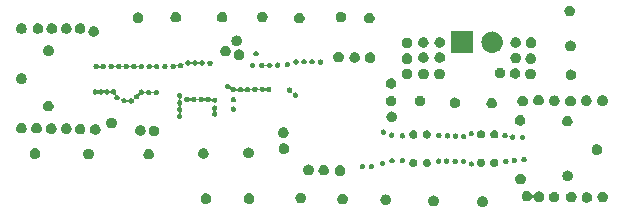
<source format=gbs>
G04 #@! TF.GenerationSoftware,KiCad,Pcbnew,(5.0.1)-4*
G04 #@! TF.CreationDate,2019-05-20T12:59:15-07:00*
G04 #@! TF.ProjectId,Tripler_circuit,547269706C65725F636972637569742E,rev?*
G04 #@! TF.SameCoordinates,Original*
G04 #@! TF.FileFunction,Soldermask,Bot*
G04 #@! TF.FilePolarity,Negative*
%FSLAX46Y46*%
G04 Gerber Fmt 4.6, Leading zero omitted, Abs format (unit mm)*
G04 Created by KiCad (PCBNEW (5.0.1)-4) date 5/20/2019 12:59:15 PM*
%MOMM*%
%LPD*%
G01*
G04 APERTURE LIST*
%ADD10C,0.200000*%
G04 APERTURE END LIST*
D10*
G36*
X140556552Y-99416331D02*
X140638625Y-99450327D01*
X140638626Y-99450328D01*
X140638629Y-99450329D01*
X140704616Y-99494421D01*
X140712500Y-99499689D01*
X140775311Y-99562500D01*
X140775313Y-99562503D01*
X140775314Y-99562504D01*
X140824671Y-99636371D01*
X140824672Y-99636374D01*
X140824673Y-99636375D01*
X140858669Y-99718448D01*
X140876000Y-99805579D01*
X140876000Y-99894421D01*
X140858669Y-99981552D01*
X140829902Y-100051000D01*
X140824671Y-100063629D01*
X140777871Y-100133669D01*
X140775311Y-100137500D01*
X140712500Y-100200311D01*
X140712497Y-100200313D01*
X140712496Y-100200314D01*
X140638629Y-100249671D01*
X140638626Y-100249672D01*
X140638625Y-100249673D01*
X140556552Y-100283669D01*
X140469421Y-100301000D01*
X140380579Y-100301000D01*
X140293448Y-100283669D01*
X140211375Y-100249673D01*
X140211374Y-100249672D01*
X140211371Y-100249671D01*
X140137504Y-100200314D01*
X140137503Y-100200313D01*
X140137500Y-100200311D01*
X140074689Y-100137500D01*
X140072129Y-100133669D01*
X140025329Y-100063629D01*
X140020098Y-100051000D01*
X139991331Y-99981552D01*
X139974000Y-99894421D01*
X139974000Y-99805579D01*
X139991331Y-99718448D01*
X140025327Y-99636375D01*
X140025328Y-99636374D01*
X140025329Y-99636371D01*
X140074686Y-99562504D01*
X140074687Y-99562503D01*
X140074689Y-99562500D01*
X140137500Y-99499689D01*
X140145384Y-99494421D01*
X140211371Y-99450329D01*
X140211374Y-99450328D01*
X140211375Y-99450327D01*
X140293448Y-99416331D01*
X140380579Y-99399000D01*
X140469421Y-99399000D01*
X140556552Y-99416331D01*
X140556552Y-99416331D01*
G37*
G36*
X136406552Y-99366331D02*
X136488625Y-99400327D01*
X136488626Y-99400328D01*
X136488629Y-99400329D01*
X136554616Y-99444421D01*
X136562500Y-99449689D01*
X136625311Y-99512500D01*
X136625313Y-99512503D01*
X136625314Y-99512504D01*
X136674671Y-99586371D01*
X136674672Y-99586374D01*
X136674673Y-99586375D01*
X136708669Y-99668448D01*
X136726000Y-99755579D01*
X136726000Y-99844421D01*
X136708669Y-99931552D01*
X136679902Y-100001000D01*
X136674671Y-100013629D01*
X136627871Y-100083669D01*
X136625311Y-100087500D01*
X136562500Y-100150311D01*
X136562497Y-100150313D01*
X136562496Y-100150314D01*
X136488629Y-100199671D01*
X136488626Y-100199672D01*
X136488625Y-100199673D01*
X136406552Y-100233669D01*
X136319421Y-100251000D01*
X136230579Y-100251000D01*
X136143448Y-100233669D01*
X136061375Y-100199673D01*
X136061374Y-100199672D01*
X136061371Y-100199671D01*
X135987504Y-100150314D01*
X135987503Y-100150313D01*
X135987500Y-100150311D01*
X135924689Y-100087500D01*
X135922129Y-100083669D01*
X135875329Y-100013629D01*
X135870098Y-100001000D01*
X135841331Y-99931552D01*
X135824000Y-99844421D01*
X135824000Y-99755579D01*
X135841331Y-99668448D01*
X135875327Y-99586375D01*
X135875328Y-99586374D01*
X135875329Y-99586371D01*
X135924686Y-99512504D01*
X135924687Y-99512503D01*
X135924689Y-99512500D01*
X135987500Y-99449689D01*
X135995384Y-99444421D01*
X136061371Y-99400329D01*
X136061374Y-99400328D01*
X136061375Y-99400327D01*
X136143448Y-99366331D01*
X136230579Y-99349000D01*
X136319421Y-99349000D01*
X136406552Y-99366331D01*
X136406552Y-99366331D01*
G37*
G36*
X132356552Y-99266331D02*
X132438625Y-99300327D01*
X132438626Y-99300328D01*
X132438629Y-99300329D01*
X132503160Y-99343448D01*
X132512500Y-99349689D01*
X132575311Y-99412500D01*
X132575313Y-99412503D01*
X132575314Y-99412504D01*
X132624671Y-99486371D01*
X132624672Y-99486374D01*
X132624673Y-99486375D01*
X132658669Y-99568448D01*
X132676000Y-99655579D01*
X132676000Y-99744421D01*
X132658669Y-99831552D01*
X132624673Y-99913625D01*
X132624671Y-99913629D01*
X132577871Y-99983669D01*
X132575311Y-99987500D01*
X132512500Y-100050311D01*
X132512497Y-100050313D01*
X132512496Y-100050314D01*
X132438629Y-100099671D01*
X132438626Y-100099672D01*
X132438625Y-100099673D01*
X132356552Y-100133669D01*
X132269421Y-100151000D01*
X132180579Y-100151000D01*
X132093448Y-100133669D01*
X132011375Y-100099673D01*
X132011374Y-100099672D01*
X132011371Y-100099671D01*
X131937504Y-100050314D01*
X131937503Y-100050313D01*
X131937500Y-100050311D01*
X131874689Y-99987500D01*
X131872129Y-99983669D01*
X131825329Y-99913629D01*
X131825327Y-99913625D01*
X131791331Y-99831552D01*
X131774000Y-99744421D01*
X131774000Y-99655579D01*
X131791331Y-99568448D01*
X131825327Y-99486375D01*
X131825328Y-99486374D01*
X131825329Y-99486371D01*
X131874686Y-99412504D01*
X131874687Y-99412503D01*
X131874689Y-99412500D01*
X131937500Y-99349689D01*
X131946840Y-99343448D01*
X132011371Y-99300329D01*
X132011374Y-99300328D01*
X132011375Y-99300327D01*
X132093448Y-99266331D01*
X132180579Y-99249000D01*
X132269421Y-99249000D01*
X132356552Y-99266331D01*
X132356552Y-99266331D01*
G37*
G36*
X128706552Y-99216331D02*
X128788625Y-99250327D01*
X128788626Y-99250328D01*
X128788629Y-99250329D01*
X128843248Y-99286825D01*
X128862500Y-99299689D01*
X128925311Y-99362500D01*
X128925313Y-99362503D01*
X128925314Y-99362504D01*
X128974671Y-99436371D01*
X128974672Y-99436374D01*
X128974673Y-99436375D01*
X129008669Y-99518448D01*
X129026000Y-99605579D01*
X129026000Y-99694421D01*
X129008669Y-99781552D01*
X128979902Y-99851000D01*
X128974671Y-99863629D01*
X128927871Y-99933669D01*
X128925311Y-99937500D01*
X128862500Y-100000311D01*
X128862497Y-100000313D01*
X128862496Y-100000314D01*
X128788629Y-100049671D01*
X128788626Y-100049672D01*
X128788625Y-100049673D01*
X128706552Y-100083669D01*
X128619421Y-100101000D01*
X128530579Y-100101000D01*
X128443448Y-100083669D01*
X128361375Y-100049673D01*
X128361374Y-100049672D01*
X128361371Y-100049671D01*
X128287504Y-100000314D01*
X128287503Y-100000313D01*
X128287500Y-100000311D01*
X128224689Y-99937500D01*
X128222129Y-99933669D01*
X128175329Y-99863629D01*
X128170098Y-99851000D01*
X128141331Y-99781552D01*
X128124000Y-99694421D01*
X128124000Y-99605579D01*
X128141331Y-99518448D01*
X128175327Y-99436375D01*
X128175328Y-99436374D01*
X128175329Y-99436371D01*
X128224686Y-99362504D01*
X128224687Y-99362503D01*
X128224689Y-99362500D01*
X128287500Y-99299689D01*
X128306752Y-99286825D01*
X128361371Y-99250329D01*
X128361374Y-99250328D01*
X128361375Y-99250327D01*
X128443448Y-99216331D01*
X128530579Y-99199000D01*
X128619421Y-99199000D01*
X128706552Y-99216331D01*
X128706552Y-99216331D01*
G37*
G36*
X117131552Y-99166331D02*
X117213625Y-99200327D01*
X117213626Y-99200328D01*
X117213629Y-99200329D01*
X117286469Y-99249000D01*
X117287500Y-99249689D01*
X117350311Y-99312500D01*
X117350313Y-99312503D01*
X117350314Y-99312504D01*
X117399671Y-99386371D01*
X117399672Y-99386374D01*
X117399673Y-99386375D01*
X117433669Y-99468448D01*
X117451000Y-99555579D01*
X117451000Y-99644421D01*
X117433669Y-99731552D01*
X117403005Y-99805580D01*
X117399671Y-99813629D01*
X117352871Y-99883669D01*
X117350311Y-99887500D01*
X117287500Y-99950311D01*
X117287497Y-99950313D01*
X117287496Y-99950314D01*
X117213629Y-99999671D01*
X117213626Y-99999672D01*
X117213625Y-99999673D01*
X117131552Y-100033669D01*
X117044421Y-100051000D01*
X116955579Y-100051000D01*
X116868448Y-100033669D01*
X116786375Y-99999673D01*
X116786374Y-99999672D01*
X116786371Y-99999671D01*
X116712504Y-99950314D01*
X116712503Y-99950313D01*
X116712500Y-99950311D01*
X116649689Y-99887500D01*
X116647129Y-99883669D01*
X116600329Y-99813629D01*
X116596995Y-99805580D01*
X116566331Y-99731552D01*
X116549000Y-99644421D01*
X116549000Y-99555579D01*
X116566331Y-99468448D01*
X116600327Y-99386375D01*
X116600328Y-99386374D01*
X116600329Y-99386371D01*
X116649686Y-99312504D01*
X116649687Y-99312503D01*
X116649689Y-99312500D01*
X116712500Y-99249689D01*
X116713531Y-99249000D01*
X116786371Y-99200329D01*
X116786374Y-99200328D01*
X116786375Y-99200327D01*
X116868448Y-99166331D01*
X116955579Y-99149000D01*
X117044421Y-99149000D01*
X117131552Y-99166331D01*
X117131552Y-99166331D01*
G37*
G36*
X120781552Y-99166331D02*
X120863625Y-99200327D01*
X120863626Y-99200328D01*
X120863629Y-99200329D01*
X120936469Y-99249000D01*
X120937500Y-99249689D01*
X121000311Y-99312500D01*
X121000313Y-99312503D01*
X121000314Y-99312504D01*
X121049671Y-99386371D01*
X121049672Y-99386374D01*
X121049673Y-99386375D01*
X121083669Y-99468448D01*
X121101000Y-99555579D01*
X121101000Y-99644421D01*
X121083669Y-99731552D01*
X121053005Y-99805580D01*
X121049671Y-99813629D01*
X121002871Y-99883669D01*
X121000311Y-99887500D01*
X120937500Y-99950311D01*
X120937497Y-99950313D01*
X120937496Y-99950314D01*
X120863629Y-99999671D01*
X120863626Y-99999672D01*
X120863625Y-99999673D01*
X120781552Y-100033669D01*
X120694421Y-100051000D01*
X120605579Y-100051000D01*
X120518448Y-100033669D01*
X120436375Y-99999673D01*
X120436374Y-99999672D01*
X120436371Y-99999671D01*
X120362504Y-99950314D01*
X120362503Y-99950313D01*
X120362500Y-99950311D01*
X120299689Y-99887500D01*
X120297129Y-99883669D01*
X120250329Y-99813629D01*
X120246995Y-99805580D01*
X120216331Y-99731552D01*
X120199000Y-99644421D01*
X120199000Y-99555579D01*
X120216331Y-99468448D01*
X120250327Y-99386375D01*
X120250328Y-99386374D01*
X120250329Y-99386371D01*
X120299686Y-99312504D01*
X120299687Y-99312503D01*
X120299689Y-99312500D01*
X120362500Y-99249689D01*
X120363531Y-99249000D01*
X120436371Y-99200329D01*
X120436374Y-99200328D01*
X120436375Y-99200327D01*
X120518448Y-99166331D01*
X120605579Y-99149000D01*
X120694421Y-99149000D01*
X120781552Y-99166331D01*
X120781552Y-99166331D01*
G37*
G36*
X125156552Y-99116331D02*
X125238625Y-99150327D01*
X125238626Y-99150328D01*
X125238629Y-99150329D01*
X125311469Y-99199000D01*
X125312500Y-99199689D01*
X125375311Y-99262500D01*
X125375313Y-99262503D01*
X125375314Y-99262504D01*
X125424671Y-99336371D01*
X125424672Y-99336374D01*
X125424673Y-99336375D01*
X125458669Y-99418448D01*
X125476000Y-99505579D01*
X125476000Y-99594421D01*
X125458669Y-99681552D01*
X125425139Y-99762500D01*
X125424671Y-99763629D01*
X125377871Y-99833669D01*
X125375311Y-99837500D01*
X125312500Y-99900311D01*
X125312497Y-99900313D01*
X125312496Y-99900314D01*
X125238629Y-99949671D01*
X125238626Y-99949672D01*
X125238625Y-99949673D01*
X125156552Y-99983669D01*
X125069421Y-100001000D01*
X124980579Y-100001000D01*
X124893448Y-99983669D01*
X124811375Y-99949673D01*
X124811374Y-99949672D01*
X124811371Y-99949671D01*
X124737504Y-99900314D01*
X124737503Y-99900313D01*
X124737500Y-99900311D01*
X124674689Y-99837500D01*
X124672129Y-99833669D01*
X124625329Y-99763629D01*
X124624861Y-99762500D01*
X124591331Y-99681552D01*
X124574000Y-99594421D01*
X124574000Y-99505579D01*
X124591331Y-99418448D01*
X124625327Y-99336375D01*
X124625328Y-99336374D01*
X124625329Y-99336371D01*
X124674686Y-99262504D01*
X124674687Y-99262503D01*
X124674689Y-99262500D01*
X124737500Y-99199689D01*
X124738531Y-99199000D01*
X124811371Y-99150329D01*
X124811374Y-99150328D01*
X124811375Y-99150327D01*
X124893448Y-99116331D01*
X124980579Y-99099000D01*
X125069421Y-99099000D01*
X125156552Y-99116331D01*
X125156552Y-99116331D01*
G37*
G36*
X149381552Y-99066331D02*
X149463625Y-99100327D01*
X149463626Y-99100328D01*
X149463629Y-99100329D01*
X149536469Y-99149000D01*
X149537500Y-99149689D01*
X149600311Y-99212500D01*
X149600313Y-99212503D01*
X149600314Y-99212504D01*
X149649671Y-99286371D01*
X149649672Y-99286374D01*
X149649673Y-99286375D01*
X149683669Y-99368448D01*
X149701000Y-99455579D01*
X149701000Y-99544421D01*
X149683669Y-99631552D01*
X149649673Y-99713625D01*
X149649671Y-99713629D01*
X149600314Y-99787496D01*
X149600311Y-99787500D01*
X149537500Y-99850311D01*
X149537497Y-99850313D01*
X149537496Y-99850314D01*
X149463629Y-99899671D01*
X149463626Y-99899672D01*
X149463625Y-99899673D01*
X149381552Y-99933669D01*
X149294421Y-99951000D01*
X149205579Y-99951000D01*
X149118448Y-99933669D01*
X149036375Y-99899673D01*
X149036374Y-99899672D01*
X149036371Y-99899671D01*
X148962504Y-99850314D01*
X148962503Y-99850313D01*
X148962500Y-99850311D01*
X148899689Y-99787500D01*
X148899686Y-99787496D01*
X148850329Y-99713629D01*
X148850327Y-99713625D01*
X148816331Y-99631552D01*
X148799000Y-99544421D01*
X148799000Y-99455579D01*
X148816331Y-99368448D01*
X148850327Y-99286375D01*
X148850328Y-99286374D01*
X148850329Y-99286371D01*
X148899686Y-99212504D01*
X148899687Y-99212503D01*
X148899689Y-99212500D01*
X148962500Y-99149689D01*
X148963531Y-99149000D01*
X149036371Y-99100329D01*
X149036374Y-99100328D01*
X149036375Y-99100327D01*
X149118448Y-99066331D01*
X149205579Y-99049000D01*
X149294421Y-99049000D01*
X149381552Y-99066331D01*
X149381552Y-99066331D01*
G37*
G36*
X150731552Y-99041331D02*
X150813625Y-99075327D01*
X150813626Y-99075328D01*
X150813629Y-99075329D01*
X150887496Y-99124686D01*
X150887500Y-99124689D01*
X150950311Y-99187500D01*
X150950313Y-99187503D01*
X150950314Y-99187504D01*
X150999671Y-99261371D01*
X150999672Y-99261374D01*
X150999673Y-99261375D01*
X151033669Y-99343448D01*
X151051000Y-99430579D01*
X151051000Y-99519421D01*
X151033669Y-99606552D01*
X151000139Y-99687500D01*
X150999671Y-99688629D01*
X150954935Y-99755580D01*
X150950311Y-99762500D01*
X150887500Y-99825311D01*
X150887497Y-99825313D01*
X150887496Y-99825314D01*
X150813629Y-99874671D01*
X150813626Y-99874672D01*
X150813625Y-99874673D01*
X150731552Y-99908669D01*
X150644421Y-99926000D01*
X150555579Y-99926000D01*
X150468448Y-99908669D01*
X150386375Y-99874673D01*
X150386374Y-99874672D01*
X150386371Y-99874671D01*
X150312504Y-99825314D01*
X150312503Y-99825313D01*
X150312500Y-99825311D01*
X150249689Y-99762500D01*
X150245065Y-99755580D01*
X150200329Y-99688629D01*
X150199861Y-99687500D01*
X150166331Y-99606552D01*
X150149000Y-99519421D01*
X150149000Y-99430579D01*
X150166331Y-99343448D01*
X150200327Y-99261375D01*
X150200328Y-99261374D01*
X150200329Y-99261371D01*
X150249686Y-99187504D01*
X150249687Y-99187503D01*
X150249689Y-99187500D01*
X150312500Y-99124689D01*
X150312504Y-99124686D01*
X150386371Y-99075329D01*
X150386374Y-99075328D01*
X150386375Y-99075327D01*
X150468448Y-99041331D01*
X150555579Y-99024000D01*
X150644421Y-99024000D01*
X150731552Y-99041331D01*
X150731552Y-99041331D01*
G37*
G36*
X148056552Y-99041331D02*
X148138625Y-99075327D01*
X148138626Y-99075328D01*
X148138629Y-99075329D01*
X148212496Y-99124686D01*
X148212500Y-99124689D01*
X148275311Y-99187500D01*
X148275313Y-99187503D01*
X148275314Y-99187504D01*
X148324671Y-99261371D01*
X148324672Y-99261374D01*
X148324673Y-99261375D01*
X148358669Y-99343448D01*
X148376000Y-99430579D01*
X148376000Y-99519421D01*
X148358669Y-99606552D01*
X148325139Y-99687500D01*
X148324671Y-99688629D01*
X148279935Y-99755580D01*
X148275311Y-99762500D01*
X148212500Y-99825311D01*
X148212497Y-99825313D01*
X148212496Y-99825314D01*
X148138629Y-99874671D01*
X148138626Y-99874672D01*
X148138625Y-99874673D01*
X148056552Y-99908669D01*
X147969421Y-99926000D01*
X147880579Y-99926000D01*
X147793448Y-99908669D01*
X147711375Y-99874673D01*
X147711374Y-99874672D01*
X147711371Y-99874671D01*
X147637504Y-99825314D01*
X147637503Y-99825313D01*
X147637500Y-99825311D01*
X147574689Y-99762500D01*
X147570065Y-99755580D01*
X147525329Y-99688629D01*
X147524861Y-99687500D01*
X147491331Y-99606552D01*
X147474000Y-99519421D01*
X147474000Y-99430579D01*
X147491331Y-99343448D01*
X147525327Y-99261375D01*
X147525328Y-99261374D01*
X147525329Y-99261371D01*
X147574686Y-99187504D01*
X147574687Y-99187503D01*
X147574689Y-99187500D01*
X147637500Y-99124689D01*
X147637504Y-99124686D01*
X147711371Y-99075329D01*
X147711374Y-99075328D01*
X147711375Y-99075327D01*
X147793448Y-99041331D01*
X147880579Y-99024000D01*
X147969421Y-99024000D01*
X148056552Y-99041331D01*
X148056552Y-99041331D01*
G37*
G36*
X146606552Y-99041331D02*
X146688625Y-99075327D01*
X146688626Y-99075328D01*
X146688629Y-99075329D01*
X146762496Y-99124686D01*
X146762500Y-99124689D01*
X146825311Y-99187500D01*
X146825313Y-99187503D01*
X146825314Y-99187504D01*
X146874671Y-99261371D01*
X146874672Y-99261374D01*
X146874673Y-99261375D01*
X146908669Y-99343448D01*
X146926000Y-99430579D01*
X146926000Y-99519421D01*
X146908669Y-99606552D01*
X146875139Y-99687500D01*
X146874671Y-99688629D01*
X146829935Y-99755580D01*
X146825311Y-99762500D01*
X146762500Y-99825311D01*
X146762497Y-99825313D01*
X146762496Y-99825314D01*
X146688629Y-99874671D01*
X146688626Y-99874672D01*
X146688625Y-99874673D01*
X146606552Y-99908669D01*
X146519421Y-99926000D01*
X146430579Y-99926000D01*
X146343448Y-99908669D01*
X146261375Y-99874673D01*
X146261374Y-99874672D01*
X146261371Y-99874671D01*
X146187504Y-99825314D01*
X146187503Y-99825313D01*
X146187500Y-99825311D01*
X146124689Y-99762500D01*
X146120065Y-99755580D01*
X146075329Y-99688629D01*
X146074861Y-99687500D01*
X146041331Y-99606552D01*
X146024000Y-99519421D01*
X146024000Y-99430579D01*
X146041331Y-99343448D01*
X146075327Y-99261375D01*
X146075328Y-99261374D01*
X146075329Y-99261371D01*
X146124686Y-99187504D01*
X146124687Y-99187503D01*
X146124689Y-99187500D01*
X146187500Y-99124689D01*
X146187504Y-99124686D01*
X146261371Y-99075329D01*
X146261374Y-99075328D01*
X146261375Y-99075327D01*
X146343448Y-99041331D01*
X146430579Y-99024000D01*
X146519421Y-99024000D01*
X146606552Y-99041331D01*
X146606552Y-99041331D01*
G37*
G36*
X144306552Y-98966331D02*
X144388625Y-99000327D01*
X144388626Y-99000328D01*
X144388629Y-99000329D01*
X144461469Y-99049000D01*
X144462500Y-99049689D01*
X144525311Y-99112500D01*
X144525313Y-99112503D01*
X144525314Y-99112504D01*
X144574671Y-99186371D01*
X144581893Y-99203806D01*
X144584318Y-99209661D01*
X144595869Y-99231272D01*
X144611415Y-99250214D01*
X144630357Y-99265759D01*
X144651968Y-99277310D01*
X144675417Y-99284423D01*
X144699803Y-99286825D01*
X144724190Y-99284423D01*
X144747639Y-99277310D01*
X144769250Y-99265759D01*
X144788192Y-99250213D01*
X144803737Y-99231271D01*
X144813720Y-99216331D01*
X144849686Y-99162504D01*
X144849687Y-99162502D01*
X144912500Y-99099689D01*
X144913531Y-99099000D01*
X144986371Y-99050329D01*
X144986374Y-99050328D01*
X144986375Y-99050327D01*
X145068448Y-99016331D01*
X145155579Y-98999000D01*
X145244421Y-98999000D01*
X145331552Y-99016331D01*
X145413625Y-99050327D01*
X145413626Y-99050328D01*
X145413629Y-99050329D01*
X145486469Y-99099000D01*
X145487500Y-99099689D01*
X145550311Y-99162500D01*
X145550312Y-99162502D01*
X145550314Y-99162504D01*
X145599671Y-99236371D01*
X145599672Y-99236374D01*
X145599673Y-99236375D01*
X145633669Y-99318448D01*
X145651000Y-99405579D01*
X145651000Y-99494421D01*
X145633669Y-99581552D01*
X145603005Y-99655580D01*
X145599671Y-99663629D01*
X145550314Y-99737496D01*
X145550311Y-99737500D01*
X145487500Y-99800311D01*
X145487497Y-99800313D01*
X145487496Y-99800314D01*
X145413629Y-99849671D01*
X145413626Y-99849672D01*
X145413625Y-99849673D01*
X145331552Y-99883669D01*
X145244421Y-99901000D01*
X145155579Y-99901000D01*
X145068448Y-99883669D01*
X144986375Y-99849673D01*
X144986374Y-99849672D01*
X144986371Y-99849671D01*
X144912504Y-99800314D01*
X144912503Y-99800313D01*
X144912500Y-99800311D01*
X144849689Y-99737500D01*
X144849686Y-99737496D01*
X144800329Y-99663629D01*
X144790682Y-99640339D01*
X144779131Y-99618728D01*
X144763585Y-99599786D01*
X144744643Y-99584241D01*
X144723032Y-99572690D01*
X144699583Y-99565577D01*
X144675197Y-99563175D01*
X144650810Y-99565577D01*
X144627361Y-99572690D01*
X144605750Y-99584241D01*
X144586808Y-99599787D01*
X144571263Y-99618729D01*
X144525313Y-99687498D01*
X144462500Y-99750311D01*
X144462497Y-99750313D01*
X144462496Y-99750314D01*
X144388629Y-99799671D01*
X144388626Y-99799672D01*
X144388625Y-99799673D01*
X144306552Y-99833669D01*
X144219421Y-99851000D01*
X144130579Y-99851000D01*
X144043448Y-99833669D01*
X143961375Y-99799673D01*
X143961374Y-99799672D01*
X143961371Y-99799671D01*
X143887504Y-99750314D01*
X143887503Y-99750313D01*
X143887500Y-99750311D01*
X143824689Y-99687500D01*
X143824686Y-99687496D01*
X143775329Y-99613629D01*
X143775327Y-99613625D01*
X143741331Y-99531552D01*
X143724000Y-99444421D01*
X143724000Y-99355579D01*
X143741331Y-99268448D01*
X143775327Y-99186375D01*
X143775328Y-99186374D01*
X143775329Y-99186371D01*
X143824686Y-99112504D01*
X143824687Y-99112503D01*
X143824689Y-99112500D01*
X143887500Y-99049689D01*
X143888531Y-99049000D01*
X143961371Y-99000329D01*
X143961374Y-99000328D01*
X143961375Y-99000327D01*
X144043448Y-98966331D01*
X144130579Y-98949000D01*
X144219421Y-98949000D01*
X144306552Y-98966331D01*
X144306552Y-98966331D01*
G37*
G36*
X143756552Y-97516331D02*
X143838625Y-97550327D01*
X143838626Y-97550328D01*
X143838629Y-97550329D01*
X143912496Y-97599686D01*
X143912500Y-97599689D01*
X143975311Y-97662500D01*
X143975313Y-97662503D01*
X143975314Y-97662504D01*
X144024671Y-97736371D01*
X144024672Y-97736374D01*
X144024673Y-97736375D01*
X144058669Y-97818448D01*
X144076000Y-97905579D01*
X144076000Y-97994421D01*
X144058669Y-98081552D01*
X144024673Y-98163625D01*
X144024671Y-98163629D01*
X143975314Y-98237496D01*
X143975311Y-98237500D01*
X143912500Y-98300311D01*
X143912497Y-98300313D01*
X143912496Y-98300314D01*
X143838629Y-98349671D01*
X143838626Y-98349672D01*
X143838625Y-98349673D01*
X143756552Y-98383669D01*
X143669421Y-98401000D01*
X143580579Y-98401000D01*
X143493448Y-98383669D01*
X143411375Y-98349673D01*
X143411374Y-98349672D01*
X143411371Y-98349671D01*
X143337504Y-98300314D01*
X143337503Y-98300313D01*
X143337500Y-98300311D01*
X143274689Y-98237500D01*
X143274686Y-98237496D01*
X143225329Y-98163629D01*
X143225327Y-98163625D01*
X143191331Y-98081552D01*
X143174000Y-97994421D01*
X143174000Y-97905579D01*
X143191331Y-97818448D01*
X143225327Y-97736375D01*
X143225328Y-97736374D01*
X143225329Y-97736371D01*
X143274686Y-97662504D01*
X143274687Y-97662503D01*
X143274689Y-97662500D01*
X143337500Y-97599689D01*
X143337504Y-97599686D01*
X143411371Y-97550329D01*
X143411374Y-97550328D01*
X143411375Y-97550327D01*
X143493448Y-97516331D01*
X143580579Y-97499000D01*
X143669421Y-97499000D01*
X143756552Y-97516331D01*
X143756552Y-97516331D01*
G37*
G36*
X147756552Y-97241331D02*
X147838625Y-97275327D01*
X147838626Y-97275328D01*
X147838629Y-97275329D01*
X147912496Y-97324686D01*
X147912500Y-97324689D01*
X147975311Y-97387500D01*
X147975313Y-97387503D01*
X147975314Y-97387504D01*
X148024671Y-97461371D01*
X148024672Y-97461374D01*
X148024673Y-97461375D01*
X148058669Y-97543448D01*
X148076000Y-97630579D01*
X148076000Y-97719421D01*
X148058669Y-97806552D01*
X148053741Y-97818448D01*
X148024671Y-97888629D01*
X147975314Y-97962496D01*
X147975311Y-97962500D01*
X147912500Y-98025311D01*
X147912497Y-98025313D01*
X147912496Y-98025314D01*
X147838629Y-98074671D01*
X147838626Y-98074672D01*
X147838625Y-98074673D01*
X147756552Y-98108669D01*
X147669421Y-98126000D01*
X147580579Y-98126000D01*
X147493448Y-98108669D01*
X147411375Y-98074673D01*
X147411374Y-98074672D01*
X147411371Y-98074671D01*
X147337504Y-98025314D01*
X147337503Y-98025313D01*
X147337500Y-98025311D01*
X147274689Y-97962500D01*
X147274686Y-97962496D01*
X147225329Y-97888629D01*
X147196259Y-97818448D01*
X147191331Y-97806552D01*
X147174000Y-97719421D01*
X147174000Y-97630579D01*
X147191331Y-97543448D01*
X147225327Y-97461375D01*
X147225328Y-97461374D01*
X147225329Y-97461371D01*
X147274686Y-97387504D01*
X147274687Y-97387503D01*
X147274689Y-97387500D01*
X147337500Y-97324689D01*
X147337504Y-97324686D01*
X147411371Y-97275329D01*
X147411374Y-97275328D01*
X147411375Y-97275327D01*
X147493448Y-97241331D01*
X147580579Y-97224000D01*
X147669421Y-97224000D01*
X147756552Y-97241331D01*
X147756552Y-97241331D01*
G37*
G36*
X128481552Y-96791331D02*
X128563625Y-96825327D01*
X128563626Y-96825328D01*
X128563629Y-96825329D01*
X128637496Y-96874686D01*
X128637500Y-96874689D01*
X128700311Y-96937500D01*
X128700313Y-96937503D01*
X128700314Y-96937504D01*
X128749671Y-97011371D01*
X128749672Y-97011374D01*
X128749673Y-97011375D01*
X128783669Y-97093448D01*
X128801000Y-97180579D01*
X128801000Y-97269421D01*
X128783669Y-97356552D01*
X128749673Y-97438625D01*
X128749671Y-97438629D01*
X128700314Y-97512496D01*
X128700311Y-97512500D01*
X128637500Y-97575311D01*
X128637497Y-97575313D01*
X128637496Y-97575314D01*
X128563629Y-97624671D01*
X128563626Y-97624672D01*
X128563625Y-97624673D01*
X128481552Y-97658669D01*
X128394421Y-97676000D01*
X128305579Y-97676000D01*
X128218448Y-97658669D01*
X128136375Y-97624673D01*
X128136374Y-97624672D01*
X128136371Y-97624671D01*
X128062504Y-97575314D01*
X128062503Y-97575313D01*
X128062500Y-97575311D01*
X127999689Y-97512500D01*
X127999686Y-97512496D01*
X127950329Y-97438629D01*
X127950327Y-97438625D01*
X127916331Y-97356552D01*
X127899000Y-97269421D01*
X127899000Y-97180579D01*
X127916331Y-97093448D01*
X127950327Y-97011375D01*
X127950328Y-97011374D01*
X127950329Y-97011371D01*
X127999686Y-96937504D01*
X127999687Y-96937503D01*
X127999689Y-96937500D01*
X128062500Y-96874689D01*
X128062504Y-96874686D01*
X128136371Y-96825329D01*
X128136374Y-96825328D01*
X128136375Y-96825327D01*
X128218448Y-96791331D01*
X128305579Y-96774000D01*
X128394421Y-96774000D01*
X128481552Y-96791331D01*
X128481552Y-96791331D01*
G37*
G36*
X127106552Y-96766331D02*
X127188625Y-96800327D01*
X127188626Y-96800328D01*
X127188629Y-96800329D01*
X127262496Y-96849686D01*
X127262500Y-96849689D01*
X127325311Y-96912500D01*
X127325313Y-96912503D01*
X127325314Y-96912504D01*
X127374671Y-96986371D01*
X127374672Y-96986374D01*
X127374673Y-96986375D01*
X127408669Y-97068448D01*
X127426000Y-97155579D01*
X127426000Y-97244421D01*
X127408669Y-97331552D01*
X127374673Y-97413625D01*
X127374671Y-97413629D01*
X127342016Y-97462500D01*
X127325311Y-97487500D01*
X127262500Y-97550311D01*
X127262497Y-97550313D01*
X127262496Y-97550314D01*
X127188629Y-97599671D01*
X127188626Y-97599672D01*
X127188625Y-97599673D01*
X127106552Y-97633669D01*
X127019421Y-97651000D01*
X126930579Y-97651000D01*
X126843448Y-97633669D01*
X126761375Y-97599673D01*
X126761374Y-97599672D01*
X126761371Y-97599671D01*
X126687504Y-97550314D01*
X126687503Y-97550313D01*
X126687500Y-97550311D01*
X126624689Y-97487500D01*
X126607984Y-97462500D01*
X126575329Y-97413629D01*
X126575327Y-97413625D01*
X126541331Y-97331552D01*
X126524000Y-97244421D01*
X126524000Y-97155579D01*
X126541331Y-97068448D01*
X126575327Y-96986375D01*
X126575328Y-96986374D01*
X126575329Y-96986371D01*
X126624686Y-96912504D01*
X126624687Y-96912503D01*
X126624689Y-96912500D01*
X126687500Y-96849689D01*
X126687504Y-96849686D01*
X126761371Y-96800329D01*
X126761374Y-96800328D01*
X126761375Y-96800327D01*
X126843448Y-96766331D01*
X126930579Y-96749000D01*
X127019421Y-96749000D01*
X127106552Y-96766331D01*
X127106552Y-96766331D01*
G37*
G36*
X125806552Y-96741331D02*
X125888625Y-96775327D01*
X125888626Y-96775328D01*
X125888629Y-96775329D01*
X125962496Y-96824686D01*
X125962500Y-96824689D01*
X126025311Y-96887500D01*
X126025313Y-96887503D01*
X126025314Y-96887504D01*
X126074671Y-96961371D01*
X126074672Y-96961374D01*
X126074673Y-96961375D01*
X126108669Y-97043448D01*
X126126000Y-97130579D01*
X126126000Y-97219421D01*
X126108669Y-97306552D01*
X126087958Y-97356552D01*
X126074671Y-97388629D01*
X126026063Y-97461375D01*
X126025311Y-97462500D01*
X125962500Y-97525311D01*
X125962497Y-97525313D01*
X125962496Y-97525314D01*
X125888629Y-97574671D01*
X125888626Y-97574672D01*
X125888625Y-97574673D01*
X125806552Y-97608669D01*
X125719421Y-97626000D01*
X125630579Y-97626000D01*
X125543448Y-97608669D01*
X125461375Y-97574673D01*
X125461374Y-97574672D01*
X125461371Y-97574671D01*
X125387504Y-97525314D01*
X125387503Y-97525313D01*
X125387500Y-97525311D01*
X125324689Y-97462500D01*
X125323937Y-97461375D01*
X125275329Y-97388629D01*
X125262042Y-97356552D01*
X125241331Y-97306552D01*
X125224000Y-97219421D01*
X125224000Y-97130579D01*
X125241331Y-97043448D01*
X125275327Y-96961375D01*
X125275328Y-96961374D01*
X125275329Y-96961371D01*
X125324686Y-96887504D01*
X125324687Y-96887503D01*
X125324689Y-96887500D01*
X125387500Y-96824689D01*
X125387504Y-96824686D01*
X125461371Y-96775329D01*
X125461374Y-96775328D01*
X125461375Y-96775327D01*
X125543448Y-96741331D01*
X125630579Y-96724000D01*
X125719421Y-96724000D01*
X125806552Y-96741331D01*
X125806552Y-96741331D01*
G37*
G36*
X130315922Y-96682685D02*
X130357051Y-96699721D01*
X130394067Y-96724454D01*
X130425546Y-96755933D01*
X130450279Y-96792949D01*
X130467315Y-96834078D01*
X130476000Y-96877741D01*
X130476000Y-96922259D01*
X130467315Y-96965922D01*
X130450279Y-97007051D01*
X130425546Y-97044067D01*
X130394067Y-97075546D01*
X130367274Y-97093448D01*
X130357051Y-97100279D01*
X130315922Y-97117315D01*
X130272259Y-97126000D01*
X130227741Y-97126000D01*
X130184078Y-97117315D01*
X130142949Y-97100279D01*
X130132726Y-97093448D01*
X130105933Y-97075546D01*
X130074454Y-97044067D01*
X130049721Y-97007051D01*
X130032685Y-96965922D01*
X130024000Y-96922259D01*
X130024000Y-96877741D01*
X130032685Y-96834078D01*
X130049721Y-96792949D01*
X130074454Y-96755933D01*
X130105933Y-96724454D01*
X130142949Y-96699721D01*
X130184078Y-96682685D01*
X130227741Y-96674000D01*
X130272259Y-96674000D01*
X130315922Y-96682685D01*
X130315922Y-96682685D01*
G37*
G36*
X131065922Y-96682685D02*
X131107051Y-96699721D01*
X131144067Y-96724454D01*
X131175546Y-96755933D01*
X131200279Y-96792949D01*
X131217315Y-96834078D01*
X131226000Y-96877741D01*
X131226000Y-96922259D01*
X131217315Y-96965922D01*
X131200279Y-97007051D01*
X131175546Y-97044067D01*
X131144067Y-97075546D01*
X131107051Y-97100279D01*
X131065922Y-97117315D01*
X131022259Y-97126000D01*
X130977741Y-97126000D01*
X130934078Y-97117315D01*
X130892949Y-97100279D01*
X130855933Y-97075546D01*
X130824454Y-97044067D01*
X130799721Y-97007051D01*
X130782685Y-96965922D01*
X130774000Y-96922259D01*
X130774000Y-96877741D01*
X130782685Y-96834078D01*
X130799721Y-96792949D01*
X130824454Y-96755933D01*
X130855933Y-96724454D01*
X130892949Y-96699721D01*
X130934078Y-96682685D01*
X130977741Y-96674000D01*
X131022259Y-96674000D01*
X131065922Y-96682685D01*
X131065922Y-96682685D01*
G37*
G36*
X135802383Y-96242489D02*
X135866261Y-96268948D01*
X135923750Y-96307361D01*
X135972639Y-96356250D01*
X136011052Y-96413739D01*
X136037511Y-96477617D01*
X136051000Y-96545430D01*
X136051000Y-96614570D01*
X136037511Y-96682383D01*
X136011052Y-96746261D01*
X135972639Y-96803750D01*
X135923750Y-96852639D01*
X135866261Y-96891052D01*
X135802383Y-96917511D01*
X135734570Y-96931000D01*
X135665430Y-96931000D01*
X135597617Y-96917511D01*
X135533739Y-96891052D01*
X135476250Y-96852639D01*
X135427361Y-96803750D01*
X135388948Y-96746261D01*
X135362489Y-96682383D01*
X135349000Y-96614570D01*
X135349000Y-96545430D01*
X135362489Y-96477617D01*
X135388948Y-96413739D01*
X135427361Y-96356250D01*
X135476250Y-96307361D01*
X135533739Y-96268948D01*
X135597617Y-96242489D01*
X135665430Y-96229000D01*
X135734570Y-96229000D01*
X135802383Y-96242489D01*
X135802383Y-96242489D01*
G37*
G36*
X134662383Y-96242489D02*
X134726261Y-96268948D01*
X134783750Y-96307361D01*
X134832639Y-96356250D01*
X134871052Y-96413739D01*
X134897511Y-96477617D01*
X134911000Y-96545430D01*
X134911000Y-96614570D01*
X134897511Y-96682383D01*
X134871052Y-96746261D01*
X134832639Y-96803750D01*
X134783750Y-96852639D01*
X134726261Y-96891052D01*
X134662383Y-96917511D01*
X134594570Y-96931000D01*
X134525430Y-96931000D01*
X134457617Y-96917511D01*
X134393739Y-96891052D01*
X134336250Y-96852639D01*
X134287361Y-96803750D01*
X134248948Y-96746261D01*
X134222489Y-96682383D01*
X134209000Y-96614570D01*
X134209000Y-96545430D01*
X134222489Y-96477617D01*
X134248948Y-96413739D01*
X134287361Y-96356250D01*
X134336250Y-96307361D01*
X134393739Y-96268948D01*
X134457617Y-96242489D01*
X134525430Y-96229000D01*
X134594570Y-96229000D01*
X134662383Y-96242489D01*
X134662383Y-96242489D01*
G37*
G36*
X141522383Y-96232489D02*
X141586261Y-96258948D01*
X141643750Y-96297361D01*
X141692639Y-96346250D01*
X141731052Y-96403739D01*
X141757511Y-96467617D01*
X141771000Y-96535430D01*
X141771000Y-96604570D01*
X141757511Y-96672383D01*
X141731052Y-96736261D01*
X141692639Y-96793750D01*
X141643750Y-96842639D01*
X141595788Y-96874686D01*
X141586261Y-96881052D01*
X141522383Y-96907511D01*
X141454570Y-96921000D01*
X141385430Y-96921000D01*
X141317617Y-96907511D01*
X141253739Y-96881052D01*
X141244212Y-96874686D01*
X141196250Y-96842639D01*
X141147361Y-96793750D01*
X141108948Y-96736261D01*
X141082489Y-96672383D01*
X141069000Y-96604570D01*
X141069000Y-96535430D01*
X141082489Y-96467617D01*
X141108948Y-96403739D01*
X141147361Y-96346250D01*
X141196250Y-96297361D01*
X141253739Y-96258948D01*
X141317617Y-96232489D01*
X141385430Y-96219000D01*
X141454570Y-96219000D01*
X141522383Y-96232489D01*
X141522383Y-96232489D01*
G37*
G36*
X140382383Y-96232489D02*
X140446261Y-96258948D01*
X140503750Y-96297361D01*
X140552639Y-96346250D01*
X140591052Y-96403739D01*
X140617511Y-96467617D01*
X140631000Y-96535430D01*
X140631000Y-96604570D01*
X140617511Y-96672383D01*
X140591052Y-96736261D01*
X140552639Y-96793750D01*
X140503750Y-96842639D01*
X140455788Y-96874686D01*
X140446261Y-96881052D01*
X140382383Y-96907511D01*
X140314570Y-96921000D01*
X140245430Y-96921000D01*
X140177617Y-96907511D01*
X140113739Y-96881052D01*
X140104212Y-96874686D01*
X140056250Y-96842639D01*
X140007361Y-96793750D01*
X139968948Y-96736261D01*
X139940380Y-96667291D01*
X139928829Y-96645680D01*
X139913284Y-96626738D01*
X139907526Y-96622013D01*
X139907933Y-96621517D01*
X139919485Y-96599906D01*
X139926598Y-96576457D01*
X139929000Y-96552070D01*
X139929000Y-96535430D01*
X139942489Y-96467617D01*
X139968948Y-96403739D01*
X140007361Y-96346250D01*
X140056250Y-96297361D01*
X140113739Y-96258948D01*
X140177617Y-96232489D01*
X140245430Y-96219000D01*
X140314570Y-96219000D01*
X140382383Y-96232489D01*
X140382383Y-96232489D01*
G37*
G36*
X139540922Y-96457685D02*
X139582051Y-96474721D01*
X139619067Y-96499454D01*
X139650546Y-96530933D01*
X139675279Y-96567949D01*
X139686097Y-96594067D01*
X139688515Y-96599905D01*
X139700066Y-96621516D01*
X139715611Y-96640458D01*
X139721369Y-96645183D01*
X139720962Y-96645679D01*
X139709410Y-96667290D01*
X139702297Y-96690739D01*
X139701000Y-96697259D01*
X139692315Y-96740922D01*
X139675279Y-96782051D01*
X139650546Y-96819067D01*
X139619067Y-96850546D01*
X139582051Y-96875279D01*
X139540922Y-96892315D01*
X139497259Y-96901000D01*
X139452741Y-96901000D01*
X139409078Y-96892315D01*
X139367949Y-96875279D01*
X139330933Y-96850546D01*
X139299454Y-96819067D01*
X139274721Y-96782051D01*
X139257685Y-96740922D01*
X139249000Y-96697259D01*
X139249000Y-96649334D01*
X139250737Y-96631699D01*
X139248335Y-96607313D01*
X139244965Y-96596204D01*
X139262650Y-96581691D01*
X139278193Y-96562752D01*
X139299454Y-96530933D01*
X139330933Y-96499454D01*
X139367949Y-96474721D01*
X139409078Y-96457685D01*
X139452741Y-96449000D01*
X139497259Y-96449000D01*
X139540922Y-96457685D01*
X139540922Y-96457685D01*
G37*
G36*
X132015922Y-96407685D02*
X132057051Y-96424721D01*
X132094067Y-96449454D01*
X132125546Y-96480933D01*
X132150279Y-96517949D01*
X132167315Y-96559078D01*
X132176000Y-96602741D01*
X132176000Y-96647259D01*
X132167315Y-96690922D01*
X132150279Y-96732051D01*
X132125546Y-96769067D01*
X132094067Y-96800546D01*
X132057051Y-96825279D01*
X132015922Y-96842315D01*
X131972259Y-96851000D01*
X131927741Y-96851000D01*
X131884078Y-96842315D01*
X131842949Y-96825279D01*
X131805933Y-96800546D01*
X131774454Y-96769067D01*
X131749721Y-96732051D01*
X131732685Y-96690922D01*
X131724000Y-96647259D01*
X131724000Y-96602741D01*
X131732685Y-96559078D01*
X131749721Y-96517949D01*
X131774454Y-96480933D01*
X131805933Y-96449454D01*
X131842949Y-96424721D01*
X131884078Y-96407685D01*
X131927741Y-96399000D01*
X131972259Y-96399000D01*
X132015922Y-96407685D01*
X132015922Y-96407685D01*
G37*
G36*
X142465922Y-96232685D02*
X142507051Y-96249721D01*
X142544067Y-96274454D01*
X142575546Y-96305933D01*
X142600279Y-96342949D01*
X142617315Y-96384078D01*
X142626000Y-96427741D01*
X142626000Y-96472259D01*
X142617315Y-96515922D01*
X142600279Y-96557051D01*
X142575546Y-96594067D01*
X142544067Y-96625546D01*
X142507051Y-96650279D01*
X142465922Y-96667315D01*
X142422259Y-96676000D01*
X142377741Y-96676000D01*
X142334078Y-96667315D01*
X142292949Y-96650279D01*
X142255933Y-96625546D01*
X142224454Y-96594067D01*
X142199721Y-96557051D01*
X142182685Y-96515922D01*
X142174000Y-96472259D01*
X142174000Y-96427741D01*
X142182685Y-96384078D01*
X142199721Y-96342949D01*
X142224454Y-96305933D01*
X142255933Y-96274454D01*
X142292949Y-96249721D01*
X142334078Y-96232685D01*
X142377741Y-96224000D01*
X142422259Y-96224000D01*
X142465922Y-96232685D01*
X142465922Y-96232685D01*
G37*
G36*
X138165922Y-96232685D02*
X138207051Y-96249721D01*
X138244067Y-96274454D01*
X138275546Y-96305933D01*
X138300279Y-96342949D01*
X138317315Y-96384078D01*
X138326000Y-96427741D01*
X138326000Y-96472259D01*
X138317315Y-96515922D01*
X138300279Y-96557051D01*
X138275546Y-96594067D01*
X138244067Y-96625546D01*
X138213935Y-96645679D01*
X138207051Y-96650279D01*
X138165922Y-96667315D01*
X138122259Y-96676000D01*
X138077741Y-96676000D01*
X138034078Y-96667315D01*
X137992949Y-96650279D01*
X137986065Y-96645679D01*
X137955933Y-96625546D01*
X137924454Y-96594067D01*
X137899721Y-96557051D01*
X137882685Y-96515922D01*
X137874000Y-96472259D01*
X137874000Y-96427741D01*
X137882685Y-96384078D01*
X137899721Y-96342949D01*
X137924454Y-96305933D01*
X137955933Y-96274454D01*
X137992949Y-96249721D01*
X138034078Y-96232685D01*
X138077741Y-96224000D01*
X138122259Y-96224000D01*
X138165922Y-96232685D01*
X138165922Y-96232685D01*
G37*
G36*
X138890922Y-96232685D02*
X138932051Y-96249721D01*
X138969067Y-96274454D01*
X139000546Y-96305933D01*
X139025279Y-96342949D01*
X139042315Y-96384078D01*
X139051000Y-96427741D01*
X139051000Y-96475666D01*
X139049263Y-96493301D01*
X139051665Y-96517687D01*
X139055035Y-96528796D01*
X139037350Y-96543309D01*
X139021807Y-96562248D01*
X139000546Y-96594067D01*
X138969067Y-96625546D01*
X138932051Y-96650279D01*
X138890922Y-96667315D01*
X138847259Y-96676000D01*
X138802741Y-96676000D01*
X138759078Y-96667315D01*
X138717949Y-96650279D01*
X138680933Y-96625546D01*
X138649454Y-96594067D01*
X138624721Y-96557051D01*
X138607685Y-96515922D01*
X138599000Y-96472259D01*
X138599000Y-96427741D01*
X138607685Y-96384078D01*
X138624721Y-96342949D01*
X138649454Y-96305933D01*
X138680933Y-96274454D01*
X138717949Y-96249721D01*
X138759078Y-96232685D01*
X138802741Y-96224000D01*
X138847259Y-96224000D01*
X138890922Y-96232685D01*
X138890922Y-96232685D01*
G37*
G36*
X137440922Y-96207685D02*
X137482051Y-96224721D01*
X137519067Y-96249454D01*
X137550546Y-96280933D01*
X137575279Y-96317949D01*
X137592315Y-96359078D01*
X137601000Y-96402741D01*
X137601000Y-96447259D01*
X137592315Y-96490922D01*
X137575279Y-96532051D01*
X137550546Y-96569067D01*
X137519067Y-96600546D01*
X137498078Y-96614570D01*
X137482051Y-96625279D01*
X137440922Y-96642315D01*
X137397259Y-96651000D01*
X137352741Y-96651000D01*
X137309078Y-96642315D01*
X137267949Y-96625279D01*
X137251922Y-96614570D01*
X137230933Y-96600546D01*
X137199454Y-96569067D01*
X137174721Y-96532051D01*
X137157685Y-96490922D01*
X137157685Y-96490920D01*
X137152985Y-96479574D01*
X137141434Y-96457964D01*
X137125888Y-96439022D01*
X137108803Y-96425000D01*
X137125888Y-96410978D01*
X137141434Y-96392036D01*
X137152985Y-96370426D01*
X137158857Y-96356250D01*
X137174721Y-96317949D01*
X137199454Y-96280933D01*
X137230933Y-96249454D01*
X137267949Y-96224721D01*
X137309078Y-96207685D01*
X137352741Y-96199000D01*
X137397259Y-96199000D01*
X137440922Y-96207685D01*
X137440922Y-96207685D01*
G37*
G36*
X136765922Y-96207685D02*
X136807051Y-96224721D01*
X136844067Y-96249454D01*
X136875546Y-96280933D01*
X136900279Y-96317949D01*
X136916144Y-96356250D01*
X136922015Y-96370426D01*
X136933566Y-96392036D01*
X136949112Y-96410978D01*
X136966197Y-96425000D01*
X136949112Y-96439022D01*
X136933566Y-96457964D01*
X136922015Y-96479574D01*
X136917315Y-96490920D01*
X136917315Y-96490922D01*
X136900279Y-96532051D01*
X136875546Y-96569067D01*
X136844067Y-96600546D01*
X136807051Y-96625279D01*
X136765922Y-96642315D01*
X136722259Y-96651000D01*
X136677741Y-96651000D01*
X136634078Y-96642315D01*
X136592949Y-96625279D01*
X136555933Y-96600546D01*
X136524454Y-96569067D01*
X136499721Y-96532051D01*
X136482685Y-96490922D01*
X136474000Y-96447259D01*
X136474000Y-96402741D01*
X136482685Y-96359078D01*
X136499721Y-96317949D01*
X136524454Y-96280933D01*
X136555933Y-96249454D01*
X136592949Y-96224721D01*
X136634078Y-96207685D01*
X136677741Y-96199000D01*
X136722259Y-96199000D01*
X136765922Y-96207685D01*
X136765922Y-96207685D01*
G37*
G36*
X132815922Y-96182685D02*
X132857051Y-96199721D01*
X132894067Y-96224454D01*
X132925546Y-96255933D01*
X132950279Y-96292949D01*
X132967315Y-96334078D01*
X132976000Y-96377741D01*
X132976000Y-96422259D01*
X132967315Y-96465922D01*
X132950279Y-96507051D01*
X132925546Y-96544067D01*
X132894067Y-96575546D01*
X132857611Y-96599905D01*
X132857051Y-96600279D01*
X132815922Y-96617315D01*
X132772259Y-96626000D01*
X132727741Y-96626000D01*
X132684078Y-96617315D01*
X132642949Y-96600279D01*
X132642389Y-96599905D01*
X132605933Y-96575546D01*
X132574454Y-96544067D01*
X132549721Y-96507051D01*
X132532685Y-96465922D01*
X132524000Y-96422259D01*
X132524000Y-96377741D01*
X132532685Y-96334078D01*
X132549721Y-96292949D01*
X132574454Y-96255933D01*
X132605933Y-96224454D01*
X132642949Y-96199721D01*
X132684078Y-96182685D01*
X132727741Y-96174000D01*
X132772259Y-96174000D01*
X132815922Y-96182685D01*
X132815922Y-96182685D01*
G37*
G36*
X133690922Y-96182685D02*
X133732051Y-96199721D01*
X133769067Y-96224454D01*
X133800546Y-96255933D01*
X133825279Y-96292949D01*
X133842315Y-96334078D01*
X133851000Y-96377741D01*
X133851000Y-96422259D01*
X133842315Y-96465922D01*
X133825279Y-96507051D01*
X133800546Y-96544067D01*
X133769067Y-96575546D01*
X133732051Y-96600279D01*
X133690922Y-96617315D01*
X133647259Y-96626000D01*
X133602741Y-96626000D01*
X133559078Y-96617315D01*
X133517949Y-96600279D01*
X133480933Y-96575546D01*
X133449454Y-96544067D01*
X133424721Y-96507051D01*
X133407685Y-96465922D01*
X133399000Y-96422259D01*
X133399000Y-96377741D01*
X133407685Y-96334078D01*
X133424721Y-96292949D01*
X133449454Y-96255933D01*
X133480933Y-96224454D01*
X133517949Y-96199721D01*
X133559078Y-96182685D01*
X133602741Y-96174000D01*
X133647259Y-96174000D01*
X133690922Y-96182685D01*
X133690922Y-96182685D01*
G37*
G36*
X143165922Y-96157685D02*
X143207051Y-96174721D01*
X143244067Y-96199454D01*
X143275546Y-96230933D01*
X143300279Y-96267949D01*
X143317315Y-96309078D01*
X143326000Y-96352741D01*
X143326000Y-96397259D01*
X143317315Y-96440922D01*
X143300279Y-96482051D01*
X143275546Y-96519067D01*
X143244067Y-96550546D01*
X143218021Y-96567949D01*
X143207051Y-96575279D01*
X143165922Y-96592315D01*
X143122259Y-96601000D01*
X143077741Y-96601000D01*
X143034078Y-96592315D01*
X142992949Y-96575279D01*
X142981979Y-96567949D01*
X142955933Y-96550546D01*
X142924454Y-96519067D01*
X142899721Y-96482051D01*
X142882685Y-96440922D01*
X142874000Y-96397259D01*
X142874000Y-96352741D01*
X142882685Y-96309078D01*
X142899721Y-96267949D01*
X142924454Y-96230933D01*
X142955933Y-96199454D01*
X142992949Y-96174721D01*
X143034078Y-96157685D01*
X143077741Y-96149000D01*
X143122259Y-96149000D01*
X143165922Y-96157685D01*
X143165922Y-96157685D01*
G37*
G36*
X143990922Y-96082685D02*
X144032051Y-96099721D01*
X144069067Y-96124454D01*
X144100546Y-96155933D01*
X144125279Y-96192949D01*
X144142315Y-96234078D01*
X144151000Y-96277741D01*
X144151000Y-96322259D01*
X144142315Y-96365922D01*
X144125279Y-96407051D01*
X144100546Y-96444067D01*
X144069067Y-96475546D01*
X144042494Y-96493301D01*
X144032051Y-96500279D01*
X143990922Y-96517315D01*
X143947259Y-96526000D01*
X143902741Y-96526000D01*
X143859078Y-96517315D01*
X143817949Y-96500279D01*
X143807506Y-96493301D01*
X143780933Y-96475546D01*
X143749454Y-96444067D01*
X143724721Y-96407051D01*
X143707685Y-96365922D01*
X143699000Y-96322259D01*
X143699000Y-96277741D01*
X143707685Y-96234078D01*
X143724721Y-96192949D01*
X143749454Y-96155933D01*
X143780933Y-96124454D01*
X143817949Y-96099721D01*
X143859078Y-96082685D01*
X143902741Y-96074000D01*
X143947259Y-96074000D01*
X143990922Y-96082685D01*
X143990922Y-96082685D01*
G37*
G36*
X112281552Y-95416331D02*
X112363625Y-95450327D01*
X112363626Y-95450328D01*
X112363629Y-95450329D01*
X112429616Y-95494421D01*
X112437500Y-95499689D01*
X112500311Y-95562500D01*
X112500313Y-95562503D01*
X112500314Y-95562504D01*
X112549671Y-95636371D01*
X112549672Y-95636374D01*
X112549673Y-95636375D01*
X112583669Y-95718448D01*
X112601000Y-95805579D01*
X112601000Y-95894421D01*
X112583669Y-95981552D01*
X112550139Y-96062500D01*
X112549671Y-96063629D01*
X112500314Y-96137496D01*
X112500311Y-96137500D01*
X112437500Y-96200311D01*
X112437497Y-96200313D01*
X112437496Y-96200314D01*
X112363629Y-96249671D01*
X112363626Y-96249672D01*
X112363625Y-96249673D01*
X112281552Y-96283669D01*
X112194421Y-96301000D01*
X112105579Y-96301000D01*
X112018448Y-96283669D01*
X111936375Y-96249673D01*
X111936374Y-96249672D01*
X111936371Y-96249671D01*
X111862504Y-96200314D01*
X111862503Y-96200313D01*
X111862500Y-96200311D01*
X111799689Y-96137500D01*
X111799686Y-96137496D01*
X111750329Y-96063629D01*
X111749861Y-96062500D01*
X111716331Y-95981552D01*
X111699000Y-95894421D01*
X111699000Y-95805579D01*
X111716331Y-95718448D01*
X111750327Y-95636375D01*
X111750328Y-95636374D01*
X111750329Y-95636371D01*
X111799686Y-95562504D01*
X111799687Y-95562503D01*
X111799689Y-95562500D01*
X111862500Y-95499689D01*
X111870384Y-95494421D01*
X111936371Y-95450329D01*
X111936374Y-95450328D01*
X111936375Y-95450327D01*
X112018448Y-95416331D01*
X112105579Y-95399000D01*
X112194421Y-95399000D01*
X112281552Y-95416331D01*
X112281552Y-95416331D01*
G37*
G36*
X107181552Y-95391331D02*
X107263625Y-95425327D01*
X107263626Y-95425328D01*
X107263629Y-95425329D01*
X107337496Y-95474686D01*
X107337500Y-95474689D01*
X107400311Y-95537500D01*
X107400313Y-95537503D01*
X107400314Y-95537504D01*
X107449671Y-95611371D01*
X107449672Y-95611374D01*
X107449673Y-95611375D01*
X107483669Y-95693448D01*
X107501000Y-95780579D01*
X107501000Y-95869421D01*
X107483669Y-95956552D01*
X107449673Y-96038625D01*
X107449671Y-96038629D01*
X107417016Y-96087500D01*
X107400311Y-96112500D01*
X107337500Y-96175311D01*
X107337497Y-96175313D01*
X107337496Y-96175314D01*
X107263629Y-96224671D01*
X107263626Y-96224672D01*
X107263625Y-96224673D01*
X107181552Y-96258669D01*
X107094421Y-96276000D01*
X107005579Y-96276000D01*
X106918448Y-96258669D01*
X106836375Y-96224673D01*
X106836374Y-96224672D01*
X106836371Y-96224671D01*
X106762504Y-96175314D01*
X106762503Y-96175313D01*
X106762500Y-96175311D01*
X106699689Y-96112500D01*
X106682984Y-96087500D01*
X106650329Y-96038629D01*
X106650327Y-96038625D01*
X106616331Y-95956552D01*
X106599000Y-95869421D01*
X106599000Y-95780579D01*
X106616331Y-95693448D01*
X106650327Y-95611375D01*
X106650328Y-95611374D01*
X106650329Y-95611371D01*
X106699686Y-95537504D01*
X106699687Y-95537503D01*
X106699689Y-95537500D01*
X106762500Y-95474689D01*
X106762504Y-95474686D01*
X106836371Y-95425329D01*
X106836374Y-95425328D01*
X106836375Y-95425327D01*
X106918448Y-95391331D01*
X107005579Y-95374000D01*
X107094421Y-95374000D01*
X107181552Y-95391331D01*
X107181552Y-95391331D01*
G37*
G36*
X102656552Y-95366331D02*
X102738625Y-95400327D01*
X102738626Y-95400328D01*
X102738629Y-95400329D01*
X102812496Y-95449686D01*
X102812500Y-95449689D01*
X102875311Y-95512500D01*
X102875313Y-95512503D01*
X102875314Y-95512504D01*
X102924671Y-95586371D01*
X102924672Y-95586374D01*
X102924673Y-95586375D01*
X102958669Y-95668448D01*
X102976000Y-95755579D01*
X102976000Y-95844421D01*
X102958669Y-95931552D01*
X102925139Y-96012500D01*
X102924671Y-96013629D01*
X102875314Y-96087496D01*
X102875311Y-96087500D01*
X102812500Y-96150311D01*
X102812497Y-96150313D01*
X102812496Y-96150314D01*
X102738629Y-96199671D01*
X102738626Y-96199672D01*
X102738625Y-96199673D01*
X102656552Y-96233669D01*
X102569421Y-96251000D01*
X102480579Y-96251000D01*
X102393448Y-96233669D01*
X102311375Y-96199673D01*
X102311374Y-96199672D01*
X102311371Y-96199671D01*
X102237504Y-96150314D01*
X102237503Y-96150313D01*
X102237500Y-96150311D01*
X102174689Y-96087500D01*
X102174686Y-96087496D01*
X102125329Y-96013629D01*
X102124861Y-96012500D01*
X102091331Y-95931552D01*
X102074000Y-95844421D01*
X102074000Y-95755579D01*
X102091331Y-95668448D01*
X102125327Y-95586375D01*
X102125328Y-95586374D01*
X102125329Y-95586371D01*
X102174686Y-95512504D01*
X102174687Y-95512503D01*
X102174689Y-95512500D01*
X102237500Y-95449689D01*
X102237504Y-95449686D01*
X102311371Y-95400329D01*
X102311374Y-95400328D01*
X102311375Y-95400327D01*
X102393448Y-95366331D01*
X102480579Y-95349000D01*
X102569421Y-95349000D01*
X102656552Y-95366331D01*
X102656552Y-95366331D01*
G37*
G36*
X116906552Y-95341331D02*
X116988625Y-95375327D01*
X116988626Y-95375328D01*
X116988629Y-95375329D01*
X117054616Y-95419421D01*
X117062500Y-95424689D01*
X117125311Y-95487500D01*
X117125313Y-95487503D01*
X117125314Y-95487504D01*
X117174671Y-95561371D01*
X117174672Y-95561374D01*
X117174673Y-95561375D01*
X117208669Y-95643448D01*
X117226000Y-95730579D01*
X117226000Y-95819421D01*
X117208669Y-95906552D01*
X117174673Y-95988625D01*
X117174671Y-95988629D01*
X117125314Y-96062496D01*
X117125311Y-96062500D01*
X117062500Y-96125311D01*
X117062497Y-96125313D01*
X117062496Y-96125314D01*
X116988629Y-96174671D01*
X116988626Y-96174672D01*
X116988625Y-96174673D01*
X116906552Y-96208669D01*
X116819421Y-96226000D01*
X116730579Y-96226000D01*
X116643448Y-96208669D01*
X116561375Y-96174673D01*
X116561374Y-96174672D01*
X116561371Y-96174671D01*
X116487504Y-96125314D01*
X116487503Y-96125313D01*
X116487500Y-96125311D01*
X116424689Y-96062500D01*
X116424686Y-96062496D01*
X116375329Y-95988629D01*
X116375327Y-95988625D01*
X116341331Y-95906552D01*
X116324000Y-95819421D01*
X116324000Y-95730579D01*
X116341331Y-95643448D01*
X116375327Y-95561375D01*
X116375328Y-95561374D01*
X116375329Y-95561371D01*
X116424686Y-95487504D01*
X116424687Y-95487503D01*
X116424689Y-95487500D01*
X116487500Y-95424689D01*
X116495384Y-95419421D01*
X116561371Y-95375329D01*
X116561374Y-95375328D01*
X116561375Y-95375327D01*
X116643448Y-95341331D01*
X116730579Y-95324000D01*
X116819421Y-95324000D01*
X116906552Y-95341331D01*
X116906552Y-95341331D01*
G37*
G36*
X120731552Y-95291331D02*
X120813625Y-95325327D01*
X120813626Y-95325328D01*
X120813629Y-95325329D01*
X120886469Y-95374000D01*
X120887500Y-95374689D01*
X120950311Y-95437500D01*
X120950313Y-95437503D01*
X120950314Y-95437504D01*
X120999671Y-95511371D01*
X120999672Y-95511374D01*
X120999673Y-95511375D01*
X121033669Y-95593448D01*
X121051000Y-95680579D01*
X121051000Y-95769421D01*
X121033669Y-95856552D01*
X120999673Y-95938625D01*
X120999671Y-95938629D01*
X120950314Y-96012496D01*
X120950311Y-96012500D01*
X120887500Y-96075311D01*
X120887497Y-96075313D01*
X120887496Y-96075314D01*
X120813629Y-96124671D01*
X120813626Y-96124672D01*
X120813625Y-96124673D01*
X120731552Y-96158669D01*
X120644421Y-96176000D01*
X120555579Y-96176000D01*
X120468448Y-96158669D01*
X120386375Y-96124673D01*
X120386374Y-96124672D01*
X120386371Y-96124671D01*
X120312504Y-96075314D01*
X120312503Y-96075313D01*
X120312500Y-96075311D01*
X120249689Y-96012500D01*
X120249686Y-96012496D01*
X120200329Y-95938629D01*
X120200327Y-95938625D01*
X120166331Y-95856552D01*
X120149000Y-95769421D01*
X120149000Y-95680579D01*
X120166331Y-95593448D01*
X120200327Y-95511375D01*
X120200328Y-95511374D01*
X120200329Y-95511371D01*
X120249686Y-95437504D01*
X120249687Y-95437503D01*
X120249689Y-95437500D01*
X120312500Y-95374689D01*
X120313531Y-95374000D01*
X120386371Y-95325329D01*
X120386374Y-95325328D01*
X120386375Y-95325327D01*
X120468448Y-95291331D01*
X120555579Y-95274000D01*
X120644421Y-95274000D01*
X120731552Y-95291331D01*
X120731552Y-95291331D01*
G37*
G36*
X150231552Y-95016331D02*
X150313625Y-95050327D01*
X150313626Y-95050328D01*
X150313629Y-95050329D01*
X150387496Y-95099686D01*
X150387500Y-95099689D01*
X150450311Y-95162500D01*
X150450313Y-95162503D01*
X150450314Y-95162504D01*
X150499671Y-95236371D01*
X150499672Y-95236374D01*
X150499673Y-95236375D01*
X150533669Y-95318448D01*
X150551000Y-95405579D01*
X150551000Y-95494421D01*
X150533669Y-95581552D01*
X150500139Y-95662500D01*
X150499671Y-95663629D01*
X150454935Y-95730580D01*
X150450311Y-95737500D01*
X150387500Y-95800311D01*
X150387497Y-95800313D01*
X150387496Y-95800314D01*
X150313629Y-95849671D01*
X150313626Y-95849672D01*
X150313625Y-95849673D01*
X150231552Y-95883669D01*
X150144421Y-95901000D01*
X150055579Y-95901000D01*
X149968448Y-95883669D01*
X149886375Y-95849673D01*
X149886374Y-95849672D01*
X149886371Y-95849671D01*
X149812504Y-95800314D01*
X149812503Y-95800313D01*
X149812500Y-95800311D01*
X149749689Y-95737500D01*
X149745065Y-95730580D01*
X149700329Y-95663629D01*
X149699861Y-95662500D01*
X149666331Y-95581552D01*
X149649000Y-95494421D01*
X149649000Y-95405579D01*
X149666331Y-95318448D01*
X149700327Y-95236375D01*
X149700328Y-95236374D01*
X149700329Y-95236371D01*
X149749686Y-95162504D01*
X149749687Y-95162503D01*
X149749689Y-95162500D01*
X149812500Y-95099689D01*
X149812504Y-95099686D01*
X149886371Y-95050329D01*
X149886374Y-95050328D01*
X149886375Y-95050327D01*
X149968448Y-95016331D01*
X150055579Y-94999000D01*
X150144421Y-94999000D01*
X150231552Y-95016331D01*
X150231552Y-95016331D01*
G37*
G36*
X123731552Y-94941331D02*
X123813625Y-94975327D01*
X123813626Y-94975328D01*
X123813629Y-94975329D01*
X123887496Y-95024686D01*
X123887500Y-95024689D01*
X123950311Y-95087500D01*
X123950313Y-95087503D01*
X123950314Y-95087504D01*
X123999671Y-95161371D01*
X123999672Y-95161374D01*
X123999673Y-95161375D01*
X124033669Y-95243448D01*
X124051000Y-95330579D01*
X124051000Y-95419421D01*
X124033669Y-95506552D01*
X124000605Y-95586375D01*
X123999671Y-95588629D01*
X123950314Y-95662496D01*
X123950311Y-95662500D01*
X123887500Y-95725311D01*
X123887497Y-95725313D01*
X123887496Y-95725314D01*
X123813629Y-95774671D01*
X123813626Y-95774672D01*
X123813625Y-95774673D01*
X123731552Y-95808669D01*
X123644421Y-95826000D01*
X123555579Y-95826000D01*
X123468448Y-95808669D01*
X123386375Y-95774673D01*
X123386374Y-95774672D01*
X123386371Y-95774671D01*
X123312504Y-95725314D01*
X123312503Y-95725313D01*
X123312500Y-95725311D01*
X123249689Y-95662500D01*
X123249686Y-95662496D01*
X123200329Y-95588629D01*
X123199395Y-95586375D01*
X123166331Y-95506552D01*
X123149000Y-95419421D01*
X123149000Y-95330579D01*
X123166331Y-95243448D01*
X123200327Y-95161375D01*
X123200328Y-95161374D01*
X123200329Y-95161371D01*
X123249686Y-95087504D01*
X123249687Y-95087503D01*
X123249689Y-95087500D01*
X123312500Y-95024689D01*
X123312504Y-95024686D01*
X123386371Y-94975329D01*
X123386374Y-94975328D01*
X123386375Y-94975327D01*
X123468448Y-94941331D01*
X123555579Y-94924000D01*
X123644421Y-94924000D01*
X123731552Y-94941331D01*
X123731552Y-94941331D01*
G37*
G36*
X143890922Y-94207685D02*
X143932051Y-94224721D01*
X143969067Y-94249454D01*
X144000546Y-94280933D01*
X144025279Y-94317949D01*
X144042315Y-94359078D01*
X144051000Y-94402741D01*
X144051000Y-94447259D01*
X144042315Y-94490922D01*
X144025279Y-94532051D01*
X144000546Y-94569067D01*
X143969067Y-94600546D01*
X143932051Y-94625279D01*
X143890922Y-94642315D01*
X143847259Y-94651000D01*
X143802741Y-94651000D01*
X143759078Y-94642315D01*
X143717949Y-94625279D01*
X143680933Y-94600546D01*
X143649454Y-94569067D01*
X143624721Y-94532051D01*
X143607685Y-94490922D01*
X143599000Y-94447259D01*
X143599000Y-94402741D01*
X143607685Y-94359078D01*
X143624721Y-94317949D01*
X143649454Y-94280933D01*
X143680933Y-94249454D01*
X143717949Y-94224721D01*
X143759078Y-94207685D01*
X143802741Y-94199000D01*
X143847259Y-94199000D01*
X143890922Y-94207685D01*
X143890922Y-94207685D01*
G37*
G36*
X143040922Y-94182685D02*
X143082051Y-94199721D01*
X143119067Y-94224454D01*
X143150546Y-94255933D01*
X143175279Y-94292949D01*
X143192315Y-94334078D01*
X143201000Y-94377741D01*
X143201000Y-94422259D01*
X143192315Y-94465922D01*
X143175279Y-94507051D01*
X143150546Y-94544067D01*
X143119067Y-94575546D01*
X143082051Y-94600279D01*
X143040922Y-94617315D01*
X142997259Y-94626000D01*
X142952741Y-94626000D01*
X142909078Y-94617315D01*
X142867949Y-94600279D01*
X142830933Y-94575546D01*
X142799454Y-94544067D01*
X142774721Y-94507051D01*
X142757685Y-94465922D01*
X142754717Y-94451000D01*
X142750388Y-94429238D01*
X142743275Y-94405789D01*
X142731723Y-94384178D01*
X142716178Y-94365236D01*
X142697235Y-94349691D01*
X142688102Y-94344810D01*
X142696597Y-94343973D01*
X142720046Y-94336860D01*
X142741657Y-94325308D01*
X142760599Y-94309763D01*
X142776138Y-94290828D01*
X142799454Y-94255933D01*
X142830933Y-94224454D01*
X142867949Y-94199721D01*
X142909078Y-94182685D01*
X142952741Y-94174000D01*
X142997259Y-94174000D01*
X143040922Y-94182685D01*
X143040922Y-94182685D01*
G37*
G36*
X138890922Y-94132685D02*
X138932051Y-94149721D01*
X138969067Y-94174454D01*
X139000546Y-94205933D01*
X139021807Y-94237752D01*
X139037349Y-94256691D01*
X139055034Y-94271205D01*
X139051665Y-94282313D01*
X139049263Y-94306699D01*
X139051000Y-94324334D01*
X139051000Y-94372259D01*
X139042315Y-94415922D01*
X139025279Y-94457051D01*
X139000546Y-94494067D01*
X138969067Y-94525546D01*
X138943970Y-94542315D01*
X138932051Y-94550279D01*
X138890922Y-94567315D01*
X138847259Y-94576000D01*
X138802741Y-94576000D01*
X138759078Y-94567315D01*
X138717949Y-94550279D01*
X138706030Y-94542315D01*
X138680933Y-94525546D01*
X138649454Y-94494067D01*
X138624721Y-94457051D01*
X138607685Y-94415922D01*
X138599000Y-94372259D01*
X138599000Y-94369625D01*
X138596598Y-94345239D01*
X138595251Y-94340797D01*
X138598598Y-94329762D01*
X138607685Y-94284078D01*
X138624721Y-94242949D01*
X138627457Y-94238854D01*
X138649454Y-94205933D01*
X138680933Y-94174454D01*
X138717949Y-94149721D01*
X138759078Y-94132685D01*
X138802741Y-94124000D01*
X138847259Y-94124000D01*
X138890922Y-94132685D01*
X138890922Y-94132685D01*
G37*
G36*
X138190922Y-94107685D02*
X138232051Y-94124721D01*
X138269067Y-94149454D01*
X138300546Y-94180933D01*
X138323021Y-94214570D01*
X138325279Y-94217949D01*
X138342315Y-94259078D01*
X138351000Y-94302741D01*
X138351000Y-94305375D01*
X138353402Y-94329761D01*
X138354749Y-94334203D01*
X138351402Y-94345238D01*
X138351000Y-94347259D01*
X138342315Y-94390922D01*
X138325279Y-94432051D01*
X138300546Y-94469067D01*
X138269067Y-94500546D01*
X138238455Y-94521000D01*
X138232051Y-94525279D01*
X138190922Y-94542315D01*
X138147259Y-94551000D01*
X138102741Y-94551000D01*
X138059078Y-94542315D01*
X138017949Y-94525279D01*
X138011545Y-94521000D01*
X137980933Y-94500546D01*
X137949454Y-94469067D01*
X137924721Y-94432051D01*
X137907685Y-94390922D01*
X137906733Y-94386136D01*
X137899623Y-94362696D01*
X137888072Y-94341085D01*
X137872527Y-94322143D01*
X137864140Y-94315260D01*
X137879250Y-94302860D01*
X137894796Y-94283918D01*
X137906348Y-94262306D01*
X137907685Y-94259078D01*
X137924721Y-94217949D01*
X137949454Y-94180933D01*
X137980933Y-94149454D01*
X138017949Y-94124721D01*
X138059078Y-94107685D01*
X138102741Y-94099000D01*
X138147259Y-94099000D01*
X138190922Y-94107685D01*
X138190922Y-94107685D01*
G37*
G36*
X134662383Y-93842489D02*
X134726261Y-93868948D01*
X134783750Y-93907361D01*
X134832639Y-93956250D01*
X134871052Y-94013739D01*
X134897511Y-94077617D01*
X134911000Y-94145430D01*
X134911000Y-94214570D01*
X134897511Y-94282383D01*
X134871052Y-94346261D01*
X134832639Y-94403750D01*
X134783750Y-94452639D01*
X134741227Y-94481052D01*
X134726261Y-94491052D01*
X134662383Y-94517511D01*
X134594570Y-94531000D01*
X134525430Y-94531000D01*
X134457617Y-94517511D01*
X134393739Y-94491052D01*
X134378773Y-94481052D01*
X134336250Y-94452639D01*
X134287361Y-94403750D01*
X134248948Y-94346261D01*
X134222489Y-94282383D01*
X134209000Y-94214570D01*
X134209000Y-94145430D01*
X134222489Y-94077617D01*
X134248948Y-94013739D01*
X134287361Y-93956250D01*
X134336250Y-93907361D01*
X134393739Y-93868948D01*
X134457617Y-93842489D01*
X134525430Y-93829000D01*
X134594570Y-93829000D01*
X134662383Y-93842489D01*
X134662383Y-93842489D01*
G37*
G36*
X135802383Y-93842489D02*
X135866261Y-93868948D01*
X135923750Y-93907361D01*
X135972639Y-93956250D01*
X136011052Y-94013739D01*
X136037511Y-94077617D01*
X136051000Y-94145430D01*
X136051000Y-94214570D01*
X136037511Y-94282383D01*
X136011052Y-94346261D01*
X135972639Y-94403750D01*
X135923750Y-94452639D01*
X135866261Y-94491052D01*
X135802383Y-94517511D01*
X135734570Y-94531000D01*
X135665430Y-94531000D01*
X135597617Y-94517511D01*
X135533739Y-94491052D01*
X135476250Y-94452639D01*
X135427361Y-94403750D01*
X135388948Y-94346261D01*
X135362489Y-94282383D01*
X135349000Y-94214570D01*
X135349000Y-94145430D01*
X135362489Y-94077617D01*
X135388948Y-94013739D01*
X135427361Y-93956250D01*
X135476250Y-93907361D01*
X135533739Y-93868948D01*
X135597617Y-93842489D01*
X135665430Y-93829000D01*
X135734570Y-93829000D01*
X135802383Y-93842489D01*
X135802383Y-93842489D01*
G37*
G36*
X137515922Y-94082685D02*
X137557051Y-94099721D01*
X137594067Y-94124454D01*
X137625546Y-94155933D01*
X137650279Y-94192949D01*
X137667315Y-94234078D01*
X137668267Y-94238864D01*
X137675377Y-94262304D01*
X137686928Y-94283915D01*
X137702473Y-94302857D01*
X137710860Y-94309740D01*
X137695750Y-94322140D01*
X137680204Y-94341082D01*
X137668652Y-94362694D01*
X137667315Y-94365922D01*
X137650279Y-94407051D01*
X137625546Y-94444067D01*
X137594067Y-94475546D01*
X137570860Y-94491052D01*
X137557051Y-94500279D01*
X137515922Y-94517315D01*
X137472259Y-94526000D01*
X137427741Y-94526000D01*
X137384078Y-94517315D01*
X137342949Y-94500279D01*
X137329140Y-94491052D01*
X137305933Y-94475546D01*
X137274454Y-94444067D01*
X137249721Y-94407051D01*
X137232685Y-94365922D01*
X137224000Y-94322259D01*
X137224000Y-94277741D01*
X137232685Y-94234078D01*
X137249721Y-94192949D01*
X137274454Y-94155933D01*
X137305933Y-94124454D01*
X137342949Y-94099721D01*
X137384078Y-94082685D01*
X137427741Y-94074000D01*
X137472259Y-94074000D01*
X137515922Y-94082685D01*
X137515922Y-94082685D01*
G37*
G36*
X133690922Y-94082685D02*
X133732051Y-94099721D01*
X133769067Y-94124454D01*
X133800546Y-94155933D01*
X133825279Y-94192949D01*
X133842315Y-94234078D01*
X133851000Y-94277741D01*
X133851000Y-94322259D01*
X133842315Y-94365922D01*
X133825279Y-94407051D01*
X133800546Y-94444067D01*
X133769067Y-94475546D01*
X133745860Y-94491052D01*
X133732051Y-94500279D01*
X133690922Y-94517315D01*
X133647259Y-94526000D01*
X133602741Y-94526000D01*
X133559078Y-94517315D01*
X133517949Y-94500279D01*
X133504140Y-94491052D01*
X133480933Y-94475546D01*
X133449454Y-94444067D01*
X133424721Y-94407051D01*
X133407685Y-94365922D01*
X133399000Y-94322259D01*
X133399000Y-94277741D01*
X133407685Y-94234078D01*
X133424721Y-94192949D01*
X133449454Y-94155933D01*
X133480933Y-94124454D01*
X133517949Y-94099721D01*
X133559078Y-94082685D01*
X133602741Y-94074000D01*
X133647259Y-94074000D01*
X133690922Y-94082685D01*
X133690922Y-94082685D01*
G37*
G36*
X141522383Y-93832489D02*
X141586261Y-93858948D01*
X141643750Y-93897361D01*
X141692639Y-93946250D01*
X141731052Y-94003739D01*
X141757511Y-94067617D01*
X141771000Y-94135430D01*
X141771000Y-94204570D01*
X141757511Y-94272383D01*
X141731052Y-94336261D01*
X141692639Y-94393750D01*
X141643750Y-94442639D01*
X141586261Y-94481052D01*
X141522383Y-94507511D01*
X141454570Y-94521000D01*
X141385430Y-94521000D01*
X141317617Y-94507511D01*
X141253739Y-94481052D01*
X141196250Y-94442639D01*
X141147361Y-94393750D01*
X141108948Y-94336261D01*
X141082489Y-94272383D01*
X141069000Y-94204570D01*
X141069000Y-94135430D01*
X141082489Y-94067617D01*
X141108948Y-94003739D01*
X141147361Y-93946250D01*
X141196250Y-93897361D01*
X141253739Y-93858948D01*
X141317617Y-93832489D01*
X141385430Y-93819000D01*
X141454570Y-93819000D01*
X141522383Y-93832489D01*
X141522383Y-93832489D01*
G37*
G36*
X140382383Y-93832489D02*
X140446261Y-93858948D01*
X140503750Y-93897361D01*
X140552639Y-93946250D01*
X140591052Y-94003739D01*
X140617511Y-94067617D01*
X140631000Y-94135430D01*
X140631000Y-94204570D01*
X140617511Y-94272383D01*
X140591052Y-94336261D01*
X140552639Y-94393750D01*
X140503750Y-94442639D01*
X140446261Y-94481052D01*
X140382383Y-94507511D01*
X140314570Y-94521000D01*
X140245430Y-94521000D01*
X140177617Y-94507511D01*
X140113739Y-94481052D01*
X140056250Y-94442639D01*
X140007361Y-94393750D01*
X139968948Y-94336261D01*
X139961363Y-94317949D01*
X139942489Y-94272383D01*
X139930770Y-94213469D01*
X139923656Y-94190020D01*
X139912105Y-94168410D01*
X139896559Y-94149468D01*
X139895748Y-94148802D01*
X139906639Y-94139864D01*
X139922184Y-94120922D01*
X139933736Y-94099311D01*
X139940849Y-94075863D01*
X139942489Y-94067617D01*
X139968948Y-94003739D01*
X139984187Y-93980933D01*
X140007361Y-93946250D01*
X140056250Y-93897361D01*
X140113739Y-93858948D01*
X140177617Y-93832489D01*
X140245430Y-93819000D01*
X140314570Y-93819000D01*
X140382383Y-93832489D01*
X140382383Y-93832489D01*
G37*
G36*
X142390922Y-94057685D02*
X142432051Y-94074721D01*
X142469067Y-94099454D01*
X142500546Y-94130933D01*
X142521635Y-94162496D01*
X142525279Y-94167949D01*
X142542315Y-94209078D01*
X142549612Y-94245762D01*
X142556725Y-94269211D01*
X142568277Y-94290822D01*
X142583822Y-94309764D01*
X142602765Y-94325309D01*
X142611898Y-94330190D01*
X142603403Y-94331027D01*
X142579954Y-94338140D01*
X142558343Y-94349692D01*
X142539401Y-94365237D01*
X142523862Y-94384172D01*
X142500546Y-94419067D01*
X142469067Y-94450546D01*
X142443970Y-94467315D01*
X142432051Y-94475279D01*
X142390922Y-94492315D01*
X142347259Y-94501000D01*
X142302741Y-94501000D01*
X142259078Y-94492315D01*
X142217949Y-94475279D01*
X142206030Y-94467315D01*
X142180933Y-94450546D01*
X142149454Y-94419067D01*
X142124721Y-94382051D01*
X142107685Y-94340922D01*
X142099000Y-94297259D01*
X142099000Y-94252741D01*
X142107685Y-94209078D01*
X142124721Y-94167949D01*
X142149454Y-94130933D01*
X142180933Y-94099454D01*
X142217949Y-94074721D01*
X142259078Y-94057685D01*
X142302741Y-94049000D01*
X142347259Y-94049000D01*
X142390922Y-94057685D01*
X142390922Y-94057685D01*
G37*
G36*
X123681552Y-93591331D02*
X123763625Y-93625327D01*
X123763626Y-93625328D01*
X123763629Y-93625329D01*
X123837496Y-93674686D01*
X123837500Y-93674689D01*
X123900311Y-93737500D01*
X123900313Y-93737503D01*
X123900314Y-93737504D01*
X123949671Y-93811371D01*
X123949672Y-93811374D01*
X123949673Y-93811375D01*
X123983669Y-93893448D01*
X124001000Y-93980579D01*
X124001000Y-94069421D01*
X123983669Y-94156552D01*
X123951556Y-94234078D01*
X123949671Y-94238629D01*
X123902140Y-94309763D01*
X123900311Y-94312500D01*
X123837500Y-94375311D01*
X123837497Y-94375313D01*
X123837496Y-94375314D01*
X123763629Y-94424671D01*
X123763626Y-94424672D01*
X123763625Y-94424673D01*
X123681552Y-94458669D01*
X123594421Y-94476000D01*
X123505579Y-94476000D01*
X123418448Y-94458669D01*
X123336375Y-94424673D01*
X123336374Y-94424672D01*
X123336371Y-94424671D01*
X123262504Y-94375314D01*
X123262503Y-94375313D01*
X123262500Y-94375311D01*
X123199689Y-94312500D01*
X123197860Y-94309763D01*
X123150329Y-94238629D01*
X123148444Y-94234078D01*
X123116331Y-94156552D01*
X123099000Y-94069421D01*
X123099000Y-93980579D01*
X123116331Y-93893448D01*
X123150327Y-93811375D01*
X123150328Y-93811374D01*
X123150329Y-93811371D01*
X123199686Y-93737504D01*
X123199687Y-93737503D01*
X123199689Y-93737500D01*
X123262500Y-93674689D01*
X123262504Y-93674686D01*
X123336371Y-93625329D01*
X123336374Y-93625328D01*
X123336375Y-93625327D01*
X123418448Y-93591331D01*
X123505579Y-93574000D01*
X123594421Y-93574000D01*
X123681552Y-93591331D01*
X123681552Y-93591331D01*
G37*
G36*
X136790922Y-94032685D02*
X136832051Y-94049721D01*
X136869067Y-94074454D01*
X136900546Y-94105933D01*
X136925279Y-94142949D01*
X136942315Y-94184078D01*
X136951000Y-94227741D01*
X136951000Y-94272259D01*
X136942315Y-94315922D01*
X136925279Y-94357051D01*
X136900546Y-94394067D01*
X136869067Y-94425546D01*
X136832051Y-94450279D01*
X136790922Y-94467315D01*
X136747259Y-94476000D01*
X136702741Y-94476000D01*
X136659078Y-94467315D01*
X136617949Y-94450279D01*
X136580933Y-94425546D01*
X136549454Y-94394067D01*
X136524721Y-94357051D01*
X136507685Y-94315922D01*
X136499000Y-94272259D01*
X136499000Y-94227741D01*
X136507685Y-94184078D01*
X136524721Y-94142949D01*
X136549454Y-94105933D01*
X136580933Y-94074454D01*
X136617949Y-94049721D01*
X136659078Y-94032685D01*
X136702741Y-94024000D01*
X136747259Y-94024000D01*
X136790922Y-94032685D01*
X136790922Y-94032685D01*
G37*
G36*
X132790922Y-94007685D02*
X132832051Y-94024721D01*
X132869067Y-94049454D01*
X132900546Y-94080933D01*
X132925279Y-94117949D01*
X132942315Y-94159078D01*
X132951000Y-94202741D01*
X132951000Y-94247259D01*
X132942315Y-94290922D01*
X132925279Y-94332051D01*
X132900546Y-94369067D01*
X132869067Y-94400546D01*
X132832051Y-94425279D01*
X132790922Y-94442315D01*
X132747259Y-94451000D01*
X132702741Y-94451000D01*
X132659078Y-94442315D01*
X132617949Y-94425279D01*
X132580933Y-94400546D01*
X132549454Y-94369067D01*
X132524721Y-94332051D01*
X132507685Y-94290922D01*
X132499000Y-94247259D01*
X132499000Y-94202741D01*
X132507685Y-94159078D01*
X132524721Y-94117949D01*
X132549454Y-94080933D01*
X132580933Y-94049454D01*
X132617949Y-94024721D01*
X132659078Y-94007685D01*
X132702741Y-93999000D01*
X132747259Y-93999000D01*
X132790922Y-94007685D01*
X132790922Y-94007685D01*
G37*
G36*
X139540922Y-93907685D02*
X139582051Y-93924721D01*
X139619067Y-93949454D01*
X139650546Y-93980933D01*
X139675279Y-94017949D01*
X139692315Y-94059078D01*
X139695653Y-94075860D01*
X139702766Y-94099310D01*
X139714317Y-94120921D01*
X139729862Y-94139863D01*
X139730675Y-94140530D01*
X139719783Y-94149470D01*
X139704238Y-94168412D01*
X139692687Y-94190023D01*
X139692315Y-94190920D01*
X139692315Y-94190922D01*
X139675279Y-94232051D01*
X139650546Y-94269067D01*
X139619067Y-94300546D01*
X139582051Y-94325279D01*
X139540922Y-94342315D01*
X139497259Y-94351000D01*
X139452741Y-94351000D01*
X139409078Y-94342315D01*
X139367949Y-94325279D01*
X139330933Y-94300546D01*
X139299454Y-94269067D01*
X139278193Y-94237248D01*
X139262651Y-94218309D01*
X139244966Y-94203795D01*
X139248335Y-94192687D01*
X139250737Y-94168301D01*
X139249000Y-94150666D01*
X139249000Y-94102741D01*
X139257685Y-94059078D01*
X139274721Y-94017949D01*
X139284216Y-94003739D01*
X139299454Y-93980933D01*
X139330933Y-93949454D01*
X139367949Y-93924721D01*
X139409078Y-93907685D01*
X139452741Y-93899000D01*
X139497259Y-93899000D01*
X139540922Y-93907685D01*
X139540922Y-93907685D01*
G37*
G36*
X112731552Y-93441331D02*
X112813625Y-93475327D01*
X112813626Y-93475328D01*
X112813629Y-93475329D01*
X112878160Y-93518448D01*
X112887500Y-93524689D01*
X112950311Y-93587500D01*
X112950313Y-93587503D01*
X112950314Y-93587504D01*
X112999671Y-93661371D01*
X112999672Y-93661374D01*
X112999673Y-93661375D01*
X113033669Y-93743448D01*
X113051000Y-93830579D01*
X113051000Y-93919421D01*
X113033669Y-94006552D01*
X112999673Y-94088625D01*
X112999671Y-94088629D01*
X112952871Y-94158669D01*
X112950311Y-94162500D01*
X112887500Y-94225311D01*
X112887497Y-94225313D01*
X112887496Y-94225314D01*
X112813629Y-94274671D01*
X112813626Y-94274672D01*
X112813625Y-94274673D01*
X112731552Y-94308669D01*
X112644421Y-94326000D01*
X112555579Y-94326000D01*
X112468448Y-94308669D01*
X112386375Y-94274673D01*
X112386374Y-94274672D01*
X112386371Y-94274671D01*
X112312504Y-94225314D01*
X112312503Y-94225313D01*
X112312500Y-94225311D01*
X112249689Y-94162500D01*
X112247129Y-94158669D01*
X112200329Y-94088629D01*
X112200327Y-94088625D01*
X112166331Y-94006552D01*
X112149000Y-93919421D01*
X112149000Y-93891786D01*
X112146598Y-93867400D01*
X112142320Y-93853297D01*
X112148598Y-93832600D01*
X112166331Y-93743448D01*
X112200327Y-93661375D01*
X112200328Y-93661374D01*
X112200329Y-93661371D01*
X112249686Y-93587504D01*
X112249687Y-93587503D01*
X112249689Y-93587500D01*
X112312500Y-93524689D01*
X112321840Y-93518448D01*
X112386371Y-93475329D01*
X112386374Y-93475328D01*
X112386375Y-93475327D01*
X112468448Y-93441331D01*
X112555579Y-93424000D01*
X112644421Y-93424000D01*
X112731552Y-93441331D01*
X112731552Y-93441331D01*
G37*
G36*
X111581552Y-93391331D02*
X111663625Y-93425327D01*
X111663626Y-93425328D01*
X111663629Y-93425329D01*
X111737496Y-93474686D01*
X111737500Y-93474689D01*
X111800311Y-93537500D01*
X111800313Y-93537503D01*
X111800314Y-93537504D01*
X111849671Y-93611371D01*
X111849672Y-93611374D01*
X111849673Y-93611375D01*
X111883669Y-93693448D01*
X111901000Y-93780579D01*
X111901000Y-93808214D01*
X111903402Y-93832600D01*
X111907680Y-93846703D01*
X111901402Y-93867400D01*
X111883669Y-93956552D01*
X111850139Y-94037500D01*
X111849671Y-94038629D01*
X111802871Y-94108669D01*
X111800311Y-94112500D01*
X111737500Y-94175311D01*
X111737497Y-94175313D01*
X111737496Y-94175314D01*
X111663629Y-94224671D01*
X111663626Y-94224672D01*
X111663625Y-94224673D01*
X111581552Y-94258669D01*
X111494421Y-94276000D01*
X111405579Y-94276000D01*
X111318448Y-94258669D01*
X111236375Y-94224673D01*
X111236374Y-94224672D01*
X111236371Y-94224671D01*
X111162504Y-94175314D01*
X111162503Y-94175313D01*
X111162500Y-94175311D01*
X111099689Y-94112500D01*
X111097129Y-94108669D01*
X111050329Y-94038629D01*
X111049861Y-94037500D01*
X111016331Y-93956552D01*
X110999000Y-93869421D01*
X110999000Y-93780579D01*
X111016331Y-93693448D01*
X111050327Y-93611375D01*
X111050328Y-93611374D01*
X111050329Y-93611371D01*
X111099686Y-93537504D01*
X111099687Y-93537503D01*
X111099689Y-93537500D01*
X111162500Y-93474689D01*
X111162504Y-93474686D01*
X111236371Y-93425329D01*
X111236374Y-93425328D01*
X111236375Y-93425327D01*
X111318448Y-93391331D01*
X111405579Y-93374000D01*
X111494421Y-93374000D01*
X111581552Y-93391331D01*
X111581552Y-93391331D01*
G37*
G36*
X132090922Y-93757685D02*
X132132051Y-93774721D01*
X132169067Y-93799454D01*
X132200546Y-93830933D01*
X132225279Y-93867949D01*
X132242315Y-93909078D01*
X132251000Y-93952741D01*
X132251000Y-93997259D01*
X132242315Y-94040922D01*
X132225279Y-94082051D01*
X132200546Y-94119067D01*
X132169067Y-94150546D01*
X132132051Y-94175279D01*
X132090922Y-94192315D01*
X132047259Y-94201000D01*
X132002741Y-94201000D01*
X131959078Y-94192315D01*
X131917949Y-94175279D01*
X131880933Y-94150546D01*
X131849454Y-94119067D01*
X131824721Y-94082051D01*
X131807685Y-94040922D01*
X131799000Y-93997259D01*
X131799000Y-93952741D01*
X131807685Y-93909078D01*
X131824721Y-93867949D01*
X131849454Y-93830933D01*
X131880933Y-93799454D01*
X131917949Y-93774721D01*
X131959078Y-93757685D01*
X132002741Y-93749000D01*
X132047259Y-93749000D01*
X132090922Y-93757685D01*
X132090922Y-93757685D01*
G37*
G36*
X107756552Y-93316331D02*
X107838625Y-93350327D01*
X107838626Y-93350328D01*
X107838629Y-93350329D01*
X107912496Y-93399686D01*
X107912500Y-93399689D01*
X107975311Y-93462500D01*
X107975313Y-93462503D01*
X107975314Y-93462504D01*
X108024671Y-93536371D01*
X108024672Y-93536374D01*
X108024673Y-93536375D01*
X108058669Y-93618448D01*
X108076000Y-93705579D01*
X108076000Y-93794421D01*
X108058669Y-93881552D01*
X108025139Y-93962500D01*
X108024671Y-93963629D01*
X107975314Y-94037496D01*
X107975311Y-94037500D01*
X107912500Y-94100311D01*
X107912497Y-94100313D01*
X107912496Y-94100314D01*
X107838629Y-94149671D01*
X107838626Y-94149672D01*
X107838625Y-94149673D01*
X107756552Y-94183669D01*
X107669421Y-94201000D01*
X107580579Y-94201000D01*
X107493448Y-94183669D01*
X107411375Y-94149673D01*
X107411374Y-94149672D01*
X107411371Y-94149671D01*
X107337504Y-94100314D01*
X107337503Y-94100313D01*
X107337500Y-94100311D01*
X107274689Y-94037500D01*
X107274686Y-94037496D01*
X107225329Y-93963629D01*
X107224861Y-93962500D01*
X107191331Y-93881552D01*
X107174000Y-93794421D01*
X107174000Y-93705579D01*
X107191331Y-93618448D01*
X107225327Y-93536375D01*
X107225328Y-93536374D01*
X107225329Y-93536371D01*
X107274686Y-93462504D01*
X107274687Y-93462503D01*
X107274689Y-93462500D01*
X107337500Y-93399689D01*
X107337504Y-93399686D01*
X107411371Y-93350329D01*
X107411374Y-93350328D01*
X107411375Y-93350327D01*
X107493448Y-93316331D01*
X107580579Y-93299000D01*
X107669421Y-93299000D01*
X107756552Y-93316331D01*
X107756552Y-93316331D01*
G37*
G36*
X106481552Y-93291331D02*
X106563625Y-93325327D01*
X106563626Y-93325328D01*
X106563629Y-93325329D01*
X106637496Y-93374686D01*
X106637500Y-93374689D01*
X106700311Y-93437500D01*
X106700313Y-93437503D01*
X106700314Y-93437504D01*
X106749671Y-93511371D01*
X106749672Y-93511374D01*
X106749673Y-93511375D01*
X106783669Y-93593448D01*
X106801000Y-93680579D01*
X106801000Y-93769421D01*
X106783669Y-93856552D01*
X106750139Y-93937500D01*
X106749671Y-93938629D01*
X106700314Y-94012496D01*
X106700311Y-94012500D01*
X106637500Y-94075311D01*
X106637497Y-94075313D01*
X106637496Y-94075314D01*
X106563629Y-94124671D01*
X106563626Y-94124672D01*
X106563625Y-94124673D01*
X106481552Y-94158669D01*
X106394421Y-94176000D01*
X106305579Y-94176000D01*
X106218448Y-94158669D01*
X106136375Y-94124673D01*
X106136374Y-94124672D01*
X106136371Y-94124671D01*
X106062504Y-94075314D01*
X106062503Y-94075313D01*
X106062500Y-94075311D01*
X105999689Y-94012500D01*
X105999686Y-94012496D01*
X105950329Y-93938629D01*
X105949861Y-93937500D01*
X105916331Y-93856552D01*
X105899000Y-93769421D01*
X105899000Y-93680579D01*
X105916331Y-93593448D01*
X105950327Y-93511375D01*
X105950328Y-93511374D01*
X105950329Y-93511371D01*
X105999686Y-93437504D01*
X105999687Y-93437503D01*
X105999689Y-93437500D01*
X106062500Y-93374689D01*
X106062504Y-93374686D01*
X106136371Y-93325329D01*
X106136374Y-93325328D01*
X106136375Y-93325327D01*
X106218448Y-93291331D01*
X106305579Y-93274000D01*
X106394421Y-93274000D01*
X106481552Y-93291331D01*
X106481552Y-93291331D01*
G37*
G36*
X105306552Y-93241331D02*
X105388625Y-93275327D01*
X105388626Y-93275328D01*
X105388629Y-93275329D01*
X105462496Y-93324686D01*
X105462500Y-93324689D01*
X105525311Y-93387500D01*
X105525313Y-93387503D01*
X105525314Y-93387504D01*
X105574671Y-93461371D01*
X105574672Y-93461374D01*
X105574673Y-93461375D01*
X105608669Y-93543448D01*
X105626000Y-93630579D01*
X105626000Y-93719421D01*
X105608669Y-93806552D01*
X105574673Y-93888625D01*
X105574671Y-93888629D01*
X105525314Y-93962496D01*
X105525311Y-93962500D01*
X105462500Y-94025311D01*
X105462497Y-94025313D01*
X105462496Y-94025314D01*
X105388629Y-94074671D01*
X105388626Y-94074672D01*
X105388625Y-94074673D01*
X105306552Y-94108669D01*
X105219421Y-94126000D01*
X105130579Y-94126000D01*
X105043448Y-94108669D01*
X104961375Y-94074673D01*
X104961374Y-94074672D01*
X104961371Y-94074671D01*
X104887504Y-94025314D01*
X104887503Y-94025313D01*
X104887500Y-94025311D01*
X104824689Y-93962500D01*
X104824686Y-93962496D01*
X104775329Y-93888629D01*
X104775327Y-93888625D01*
X104741331Y-93806552D01*
X104724000Y-93719421D01*
X104724000Y-93630579D01*
X104741331Y-93543448D01*
X104775327Y-93461375D01*
X104775328Y-93461374D01*
X104775329Y-93461371D01*
X104824686Y-93387504D01*
X104824687Y-93387503D01*
X104824689Y-93387500D01*
X104887500Y-93324689D01*
X104887504Y-93324686D01*
X104961371Y-93275329D01*
X104961374Y-93275328D01*
X104961375Y-93275327D01*
X105043448Y-93241331D01*
X105130579Y-93224000D01*
X105219421Y-93224000D01*
X105306552Y-93241331D01*
X105306552Y-93241331D01*
G37*
G36*
X104031552Y-93241331D02*
X104113625Y-93275327D01*
X104113626Y-93275328D01*
X104113629Y-93275329D01*
X104187496Y-93324686D01*
X104187500Y-93324689D01*
X104250311Y-93387500D01*
X104250313Y-93387503D01*
X104250314Y-93387504D01*
X104299671Y-93461371D01*
X104299672Y-93461374D01*
X104299673Y-93461375D01*
X104333669Y-93543448D01*
X104351000Y-93630579D01*
X104351000Y-93719421D01*
X104333669Y-93806552D01*
X104299673Y-93888625D01*
X104299671Y-93888629D01*
X104250314Y-93962496D01*
X104250311Y-93962500D01*
X104187500Y-94025311D01*
X104187497Y-94025313D01*
X104187496Y-94025314D01*
X104113629Y-94074671D01*
X104113626Y-94074672D01*
X104113625Y-94074673D01*
X104031552Y-94108669D01*
X103944421Y-94126000D01*
X103855579Y-94126000D01*
X103768448Y-94108669D01*
X103686375Y-94074673D01*
X103686374Y-94074672D01*
X103686371Y-94074671D01*
X103612504Y-94025314D01*
X103612503Y-94025313D01*
X103612500Y-94025311D01*
X103549689Y-93962500D01*
X103549686Y-93962496D01*
X103500329Y-93888629D01*
X103500327Y-93888625D01*
X103466331Y-93806552D01*
X103449000Y-93719421D01*
X103449000Y-93630579D01*
X103466331Y-93543448D01*
X103500327Y-93461375D01*
X103500328Y-93461374D01*
X103500329Y-93461371D01*
X103549686Y-93387504D01*
X103549687Y-93387503D01*
X103549689Y-93387500D01*
X103612500Y-93324689D01*
X103612504Y-93324686D01*
X103686371Y-93275329D01*
X103686374Y-93275328D01*
X103686375Y-93275327D01*
X103768448Y-93241331D01*
X103855579Y-93224000D01*
X103944421Y-93224000D01*
X104031552Y-93241331D01*
X104031552Y-93241331D01*
G37*
G36*
X101506552Y-93216331D02*
X101588625Y-93250327D01*
X101588626Y-93250328D01*
X101588629Y-93250329D01*
X101661469Y-93299000D01*
X101662500Y-93299689D01*
X101725311Y-93362500D01*
X101725313Y-93362503D01*
X101725314Y-93362504D01*
X101774671Y-93436371D01*
X101774672Y-93436374D01*
X101774673Y-93436375D01*
X101808669Y-93518448D01*
X101826000Y-93605579D01*
X101826000Y-93694421D01*
X101808669Y-93781552D01*
X101776610Y-93858948D01*
X101774671Y-93863629D01*
X101737392Y-93919420D01*
X101725311Y-93937500D01*
X101662500Y-94000311D01*
X101662497Y-94000313D01*
X101662496Y-94000314D01*
X101588629Y-94049671D01*
X101588626Y-94049672D01*
X101588625Y-94049673D01*
X101506552Y-94083669D01*
X101419421Y-94101000D01*
X101330579Y-94101000D01*
X101243448Y-94083669D01*
X101161375Y-94049673D01*
X101161374Y-94049672D01*
X101161371Y-94049671D01*
X101087504Y-94000314D01*
X101087503Y-94000313D01*
X101087500Y-94000311D01*
X101024689Y-93937500D01*
X101012608Y-93919420D01*
X100975329Y-93863629D01*
X100973390Y-93858948D01*
X100941331Y-93781552D01*
X100924000Y-93694421D01*
X100924000Y-93605579D01*
X100941331Y-93518448D01*
X100975327Y-93436375D01*
X100975328Y-93436374D01*
X100975329Y-93436371D01*
X101024686Y-93362504D01*
X101024687Y-93362503D01*
X101024689Y-93362500D01*
X101087500Y-93299689D01*
X101088531Y-93299000D01*
X101161371Y-93250329D01*
X101161374Y-93250328D01*
X101161375Y-93250327D01*
X101243448Y-93216331D01*
X101330579Y-93199000D01*
X101419421Y-93199000D01*
X101506552Y-93216331D01*
X101506552Y-93216331D01*
G37*
G36*
X102781552Y-93216331D02*
X102863625Y-93250327D01*
X102863626Y-93250328D01*
X102863629Y-93250329D01*
X102936469Y-93299000D01*
X102937500Y-93299689D01*
X103000311Y-93362500D01*
X103000313Y-93362503D01*
X103000314Y-93362504D01*
X103049671Y-93436371D01*
X103049672Y-93436374D01*
X103049673Y-93436375D01*
X103083669Y-93518448D01*
X103101000Y-93605579D01*
X103101000Y-93694421D01*
X103083669Y-93781552D01*
X103051610Y-93858948D01*
X103049671Y-93863629D01*
X103012392Y-93919420D01*
X103000311Y-93937500D01*
X102937500Y-94000311D01*
X102937497Y-94000313D01*
X102937496Y-94000314D01*
X102863629Y-94049671D01*
X102863626Y-94049672D01*
X102863625Y-94049673D01*
X102781552Y-94083669D01*
X102694421Y-94101000D01*
X102605579Y-94101000D01*
X102518448Y-94083669D01*
X102436375Y-94049673D01*
X102436374Y-94049672D01*
X102436371Y-94049671D01*
X102362504Y-94000314D01*
X102362503Y-94000313D01*
X102362500Y-94000311D01*
X102299689Y-93937500D01*
X102287608Y-93919420D01*
X102250329Y-93863629D01*
X102248390Y-93858948D01*
X102216331Y-93781552D01*
X102199000Y-93694421D01*
X102199000Y-93605579D01*
X102216331Y-93518448D01*
X102250327Y-93436375D01*
X102250328Y-93436374D01*
X102250329Y-93436371D01*
X102299686Y-93362504D01*
X102299687Y-93362503D01*
X102299689Y-93362500D01*
X102362500Y-93299689D01*
X102363531Y-93299000D01*
X102436371Y-93250329D01*
X102436374Y-93250328D01*
X102436375Y-93250327D01*
X102518448Y-93216331D01*
X102605579Y-93199000D01*
X102694421Y-93199000D01*
X102781552Y-93216331D01*
X102781552Y-93216331D01*
G37*
G36*
X109131552Y-92766331D02*
X109213625Y-92800327D01*
X109213626Y-92800328D01*
X109213629Y-92800329D01*
X109278160Y-92843448D01*
X109287500Y-92849689D01*
X109350311Y-92912500D01*
X109350313Y-92912503D01*
X109350314Y-92912504D01*
X109399671Y-92986371D01*
X109399672Y-92986374D01*
X109399673Y-92986375D01*
X109433669Y-93068448D01*
X109451000Y-93155579D01*
X109451000Y-93244421D01*
X109433669Y-93331552D01*
X109399673Y-93413625D01*
X109399671Y-93413629D01*
X109352871Y-93483669D01*
X109350311Y-93487500D01*
X109287500Y-93550311D01*
X109287497Y-93550313D01*
X109287496Y-93550314D01*
X109213629Y-93599671D01*
X109213626Y-93599672D01*
X109213625Y-93599673D01*
X109131552Y-93633669D01*
X109044421Y-93651000D01*
X108955579Y-93651000D01*
X108868448Y-93633669D01*
X108786375Y-93599673D01*
X108786374Y-93599672D01*
X108786371Y-93599671D01*
X108712504Y-93550314D01*
X108712503Y-93550313D01*
X108712500Y-93550311D01*
X108649689Y-93487500D01*
X108647129Y-93483669D01*
X108600329Y-93413629D01*
X108600327Y-93413625D01*
X108566331Y-93331552D01*
X108549000Y-93244421D01*
X108549000Y-93155579D01*
X108566331Y-93068448D01*
X108600327Y-92986375D01*
X108600328Y-92986374D01*
X108600329Y-92986371D01*
X108649686Y-92912504D01*
X108649687Y-92912503D01*
X108649689Y-92912500D01*
X108712500Y-92849689D01*
X108721840Y-92843448D01*
X108786371Y-92800329D01*
X108786374Y-92800328D01*
X108786375Y-92800327D01*
X108868448Y-92766331D01*
X108955579Y-92749000D01*
X109044421Y-92749000D01*
X109131552Y-92766331D01*
X109131552Y-92766331D01*
G37*
G36*
X147731552Y-92616331D02*
X147813625Y-92650327D01*
X147813626Y-92650328D01*
X147813629Y-92650329D01*
X147887496Y-92699686D01*
X147887500Y-92699689D01*
X147950311Y-92762500D01*
X147950313Y-92762503D01*
X147950314Y-92762504D01*
X147999671Y-92836371D01*
X147999672Y-92836374D01*
X147999673Y-92836375D01*
X148033669Y-92918448D01*
X148051000Y-93005579D01*
X148051000Y-93094421D01*
X148033669Y-93181552D01*
X148000139Y-93262500D01*
X147999671Y-93263629D01*
X147950314Y-93337496D01*
X147950311Y-93337500D01*
X147887500Y-93400311D01*
X147887497Y-93400313D01*
X147887496Y-93400314D01*
X147813629Y-93449671D01*
X147813626Y-93449672D01*
X147813625Y-93449673D01*
X147731552Y-93483669D01*
X147644421Y-93501000D01*
X147555579Y-93501000D01*
X147468448Y-93483669D01*
X147386375Y-93449673D01*
X147386374Y-93449672D01*
X147386371Y-93449671D01*
X147312504Y-93400314D01*
X147312503Y-93400313D01*
X147312500Y-93400311D01*
X147249689Y-93337500D01*
X147249686Y-93337496D01*
X147200329Y-93263629D01*
X147199861Y-93262500D01*
X147166331Y-93181552D01*
X147149000Y-93094421D01*
X147149000Y-93005579D01*
X147166331Y-92918448D01*
X147200327Y-92836375D01*
X147200328Y-92836374D01*
X147200329Y-92836371D01*
X147249686Y-92762504D01*
X147249687Y-92762503D01*
X147249689Y-92762500D01*
X147312500Y-92699689D01*
X147312504Y-92699686D01*
X147386371Y-92650329D01*
X147386374Y-92650328D01*
X147386375Y-92650327D01*
X147468448Y-92616331D01*
X147555579Y-92599000D01*
X147644421Y-92599000D01*
X147731552Y-92616331D01*
X147731552Y-92616331D01*
G37*
G36*
X143731552Y-92541331D02*
X143813625Y-92575327D01*
X143813626Y-92575328D01*
X143813629Y-92575329D01*
X143887496Y-92624686D01*
X143887500Y-92624689D01*
X143950311Y-92687500D01*
X143950313Y-92687503D01*
X143950314Y-92687504D01*
X143999671Y-92761371D01*
X143999672Y-92761374D01*
X143999673Y-92761375D01*
X144033669Y-92843448D01*
X144051000Y-92930579D01*
X144051000Y-93019421D01*
X144033669Y-93106552D01*
X143999673Y-93188625D01*
X143999671Y-93188629D01*
X143950314Y-93262496D01*
X143950311Y-93262500D01*
X143887500Y-93325311D01*
X143887497Y-93325313D01*
X143887496Y-93325314D01*
X143813629Y-93374671D01*
X143813626Y-93374672D01*
X143813625Y-93374673D01*
X143731552Y-93408669D01*
X143644421Y-93426000D01*
X143555579Y-93426000D01*
X143468448Y-93408669D01*
X143386375Y-93374673D01*
X143386374Y-93374672D01*
X143386371Y-93374671D01*
X143312504Y-93325314D01*
X143312503Y-93325313D01*
X143312500Y-93325311D01*
X143249689Y-93262500D01*
X143249686Y-93262496D01*
X143200329Y-93188629D01*
X143200327Y-93188625D01*
X143166331Y-93106552D01*
X143149000Y-93019421D01*
X143149000Y-92930579D01*
X143166331Y-92843448D01*
X143200327Y-92761375D01*
X143200328Y-92761374D01*
X143200329Y-92761371D01*
X143249686Y-92687504D01*
X143249687Y-92687503D01*
X143249689Y-92687500D01*
X143312500Y-92624689D01*
X143312504Y-92624686D01*
X143386371Y-92575329D01*
X143386374Y-92575328D01*
X143386375Y-92575327D01*
X143468448Y-92541331D01*
X143555579Y-92524000D01*
X143644421Y-92524000D01*
X143731552Y-92541331D01*
X143731552Y-92541331D01*
G37*
G36*
X132856552Y-92241331D02*
X132938625Y-92275327D01*
X132938626Y-92275328D01*
X132938629Y-92275329D01*
X133012496Y-92324686D01*
X133012500Y-92324689D01*
X133075311Y-92387500D01*
X133075313Y-92387503D01*
X133075314Y-92387504D01*
X133124671Y-92461371D01*
X133124672Y-92461374D01*
X133124673Y-92461375D01*
X133158669Y-92543448D01*
X133176000Y-92630579D01*
X133176000Y-92719421D01*
X133158669Y-92806552D01*
X133129902Y-92876000D01*
X133124671Y-92888629D01*
X133075314Y-92962496D01*
X133075311Y-92962500D01*
X133012500Y-93025311D01*
X133012497Y-93025313D01*
X133012496Y-93025314D01*
X132938629Y-93074671D01*
X132938626Y-93074672D01*
X132938625Y-93074673D01*
X132856552Y-93108669D01*
X132769421Y-93126000D01*
X132680579Y-93126000D01*
X132593448Y-93108669D01*
X132511375Y-93074673D01*
X132511374Y-93074672D01*
X132511371Y-93074671D01*
X132437504Y-93025314D01*
X132437503Y-93025313D01*
X132437500Y-93025311D01*
X132374689Y-92962500D01*
X132374686Y-92962496D01*
X132325329Y-92888629D01*
X132320098Y-92876000D01*
X132291331Y-92806552D01*
X132274000Y-92719421D01*
X132274000Y-92630579D01*
X132291331Y-92543448D01*
X132325327Y-92461375D01*
X132325328Y-92461374D01*
X132325329Y-92461371D01*
X132374686Y-92387504D01*
X132374687Y-92387503D01*
X132374689Y-92387500D01*
X132437500Y-92324689D01*
X132437504Y-92324686D01*
X132511371Y-92275329D01*
X132511374Y-92275328D01*
X132511375Y-92275327D01*
X132593448Y-92241331D01*
X132680579Y-92224000D01*
X132769421Y-92224000D01*
X132856552Y-92241331D01*
X132856552Y-92241331D01*
G37*
G36*
X114840922Y-90682685D02*
X114882051Y-90699721D01*
X114919067Y-90724454D01*
X114950546Y-90755933D01*
X114974855Y-90792315D01*
X114975279Y-90792949D01*
X114992315Y-90834078D01*
X115001000Y-90877741D01*
X115001000Y-90922260D01*
X114991020Y-90972433D01*
X114988618Y-90996819D01*
X114989087Y-91001585D01*
X114972994Y-91014793D01*
X114957456Y-91033725D01*
X114950546Y-91044067D01*
X114919067Y-91075546D01*
X114888351Y-91096070D01*
X114869412Y-91111612D01*
X114853867Y-91130554D01*
X114842316Y-91152165D01*
X114835203Y-91175615D01*
X114832801Y-91200001D01*
X114835203Y-91224387D01*
X114842316Y-91247836D01*
X114853868Y-91269447D01*
X114869413Y-91288389D01*
X114888351Y-91303930D01*
X114919067Y-91324454D01*
X114950546Y-91355933D01*
X114957456Y-91366275D01*
X114972993Y-91385207D01*
X114989087Y-91398415D01*
X114988618Y-91403181D01*
X114991020Y-91427567D01*
X114995591Y-91450545D01*
X115001000Y-91477741D01*
X115001000Y-91522259D01*
X114992315Y-91565922D01*
X114975279Y-91607051D01*
X114950546Y-91644067D01*
X114919067Y-91675546D01*
X114907053Y-91683573D01*
X114888120Y-91699112D01*
X114872574Y-91718054D01*
X114861023Y-91739665D01*
X114853910Y-91763114D01*
X114851508Y-91787500D01*
X114853910Y-91811886D01*
X114861023Y-91835336D01*
X114872574Y-91856946D01*
X114888120Y-91875888D01*
X114907053Y-91891427D01*
X114919067Y-91899454D01*
X114950546Y-91930933D01*
X114975279Y-91967949D01*
X114992315Y-92009078D01*
X115001000Y-92052741D01*
X115001000Y-92097259D01*
X114992315Y-92140922D01*
X114975279Y-92182051D01*
X114950546Y-92219067D01*
X114919067Y-92250546D01*
X114907053Y-92258573D01*
X114888120Y-92274112D01*
X114872574Y-92293054D01*
X114861023Y-92314665D01*
X114853910Y-92338114D01*
X114851508Y-92362500D01*
X114853910Y-92386886D01*
X114861023Y-92410336D01*
X114872574Y-92431946D01*
X114888120Y-92450888D01*
X114907053Y-92466427D01*
X114919067Y-92474454D01*
X114950546Y-92505933D01*
X114975279Y-92542949D01*
X114992315Y-92584078D01*
X115001000Y-92627741D01*
X115001000Y-92672259D01*
X114992315Y-92715922D01*
X114975279Y-92757051D01*
X114950546Y-92794067D01*
X114919067Y-92825546D01*
X114892274Y-92843448D01*
X114882051Y-92850279D01*
X114840922Y-92867315D01*
X114797259Y-92876000D01*
X114752741Y-92876000D01*
X114709078Y-92867315D01*
X114667949Y-92850279D01*
X114657726Y-92843448D01*
X114630933Y-92825546D01*
X114599454Y-92794067D01*
X114574721Y-92757051D01*
X114557685Y-92715922D01*
X114549000Y-92672259D01*
X114549000Y-92627741D01*
X114557685Y-92584078D01*
X114574721Y-92542949D01*
X114599454Y-92505933D01*
X114630933Y-92474454D01*
X114642947Y-92466427D01*
X114661880Y-92450888D01*
X114677426Y-92431946D01*
X114688977Y-92410335D01*
X114696090Y-92386886D01*
X114698492Y-92362500D01*
X114696090Y-92338114D01*
X114688977Y-92314664D01*
X114677426Y-92293054D01*
X114661880Y-92274112D01*
X114642947Y-92258573D01*
X114630933Y-92250546D01*
X114599454Y-92219067D01*
X114574721Y-92182051D01*
X114557685Y-92140922D01*
X114549000Y-92097259D01*
X114549000Y-92052741D01*
X114557685Y-92009078D01*
X114574721Y-91967949D01*
X114599454Y-91930933D01*
X114630933Y-91899454D01*
X114642947Y-91891427D01*
X114661880Y-91875888D01*
X114677426Y-91856946D01*
X114688977Y-91835335D01*
X114696090Y-91811886D01*
X114698492Y-91787500D01*
X114696090Y-91763114D01*
X114688977Y-91739664D01*
X114677426Y-91718054D01*
X114661880Y-91699112D01*
X114642947Y-91683573D01*
X114630933Y-91675546D01*
X114599454Y-91644067D01*
X114574721Y-91607051D01*
X114557685Y-91565922D01*
X114549000Y-91522259D01*
X114549000Y-91477741D01*
X114557685Y-91434078D01*
X114574721Y-91392949D01*
X114599454Y-91355933D01*
X114630933Y-91324454D01*
X114661649Y-91303930D01*
X114680588Y-91288388D01*
X114696133Y-91269446D01*
X114707684Y-91247835D01*
X114714797Y-91224385D01*
X114717199Y-91199999D01*
X114714797Y-91175613D01*
X114707684Y-91152164D01*
X114696132Y-91130553D01*
X114680587Y-91111611D01*
X114661649Y-91096070D01*
X114630933Y-91075546D01*
X114599454Y-91044067D01*
X114574721Y-91007051D01*
X114557685Y-90965922D01*
X114549000Y-90922259D01*
X114549000Y-90877741D01*
X114557685Y-90834078D01*
X114574721Y-90792949D01*
X114599454Y-90755933D01*
X114630933Y-90724454D01*
X114667949Y-90699721D01*
X114709078Y-90682685D01*
X114752741Y-90674000D01*
X114797259Y-90674000D01*
X114840922Y-90682685D01*
X114840922Y-90682685D01*
G37*
G36*
X117764022Y-91700888D02*
X117782964Y-91716434D01*
X117804574Y-91727985D01*
X117815920Y-91732685D01*
X117815922Y-91732685D01*
X117832773Y-91739665D01*
X117857053Y-91749722D01*
X117866369Y-91755947D01*
X117894067Y-91774454D01*
X117925546Y-91805933D01*
X117950279Y-91842949D01*
X117967315Y-91884078D01*
X117976000Y-91927741D01*
X117976000Y-91972259D01*
X117967315Y-92015922D01*
X117950279Y-92057051D01*
X117925546Y-92094067D01*
X117907995Y-92111618D01*
X117892454Y-92130554D01*
X117880903Y-92152165D01*
X117873790Y-92175614D01*
X117871388Y-92200000D01*
X117873790Y-92224386D01*
X117880903Y-92247835D01*
X117892454Y-92269446D01*
X117907995Y-92288382D01*
X117925546Y-92305933D01*
X117950279Y-92342949D01*
X117967315Y-92384078D01*
X117976000Y-92427741D01*
X117976000Y-92472259D01*
X117967315Y-92515922D01*
X117950279Y-92557051D01*
X117925546Y-92594067D01*
X117894067Y-92625546D01*
X117857051Y-92650279D01*
X117815922Y-92667315D01*
X117772259Y-92676000D01*
X117727741Y-92676000D01*
X117684078Y-92667315D01*
X117642949Y-92650279D01*
X117605933Y-92625546D01*
X117574454Y-92594067D01*
X117549721Y-92557051D01*
X117532685Y-92515922D01*
X117524000Y-92472259D01*
X117524000Y-92427741D01*
X117532685Y-92384078D01*
X117549721Y-92342949D01*
X117574454Y-92305933D01*
X117592005Y-92288382D01*
X117607546Y-92269446D01*
X117619097Y-92247835D01*
X117626210Y-92224386D01*
X117628612Y-92200000D01*
X117626210Y-92175614D01*
X117619097Y-92152165D01*
X117607546Y-92130554D01*
X117592005Y-92111618D01*
X117574454Y-92094067D01*
X117549721Y-92057051D01*
X117532685Y-92015922D01*
X117524000Y-91972259D01*
X117524000Y-91927741D01*
X117532685Y-91884078D01*
X117549721Y-91842949D01*
X117574454Y-91805933D01*
X117605933Y-91774454D01*
X117633631Y-91755947D01*
X117642947Y-91749722D01*
X117667227Y-91739665D01*
X117684078Y-91732685D01*
X117684080Y-91732685D01*
X117695426Y-91727985D01*
X117717036Y-91716434D01*
X117735978Y-91700888D01*
X117750000Y-91683803D01*
X117764022Y-91700888D01*
X117764022Y-91700888D01*
G37*
G36*
X119390922Y-91807685D02*
X119432051Y-91824721D01*
X119469067Y-91849454D01*
X119500546Y-91880933D01*
X119525279Y-91917949D01*
X119542315Y-91959078D01*
X119551000Y-92002741D01*
X119551000Y-92047259D01*
X119542315Y-92090922D01*
X119525279Y-92132051D01*
X119500546Y-92169067D01*
X119469067Y-92200546D01*
X119432051Y-92225279D01*
X119390922Y-92242315D01*
X119347259Y-92251000D01*
X119302741Y-92251000D01*
X119259078Y-92242315D01*
X119217949Y-92225279D01*
X119180933Y-92200546D01*
X119149454Y-92169067D01*
X119124721Y-92132051D01*
X119107685Y-92090922D01*
X119099000Y-92047259D01*
X119099000Y-92002741D01*
X119107685Y-91959078D01*
X119124721Y-91917949D01*
X119149454Y-91880933D01*
X119180933Y-91849454D01*
X119217949Y-91824721D01*
X119259078Y-91807685D01*
X119302741Y-91799000D01*
X119347259Y-91799000D01*
X119390922Y-91807685D01*
X119390922Y-91807685D01*
G37*
G36*
X103781552Y-91341331D02*
X103863625Y-91375327D01*
X103863626Y-91375328D01*
X103863629Y-91375329D01*
X103937496Y-91424686D01*
X103937500Y-91424689D01*
X104000311Y-91487500D01*
X104000313Y-91487503D01*
X104000314Y-91487504D01*
X104049671Y-91561371D01*
X104049672Y-91561374D01*
X104049673Y-91561375D01*
X104083669Y-91643448D01*
X104101000Y-91730579D01*
X104101000Y-91819421D01*
X104083669Y-91906552D01*
X104058237Y-91967949D01*
X104049671Y-91988629D01*
X104036007Y-92009078D01*
X104000311Y-92062500D01*
X103937500Y-92125311D01*
X103937497Y-92125313D01*
X103937496Y-92125314D01*
X103863629Y-92174671D01*
X103863626Y-92174672D01*
X103863625Y-92174673D01*
X103781552Y-92208669D01*
X103694421Y-92226000D01*
X103605579Y-92226000D01*
X103518448Y-92208669D01*
X103436375Y-92174673D01*
X103436374Y-92174672D01*
X103436371Y-92174671D01*
X103362504Y-92125314D01*
X103362503Y-92125313D01*
X103362500Y-92125311D01*
X103299689Y-92062500D01*
X103263993Y-92009078D01*
X103250329Y-91988629D01*
X103241763Y-91967949D01*
X103216331Y-91906552D01*
X103199000Y-91819421D01*
X103199000Y-91730579D01*
X103216331Y-91643448D01*
X103250327Y-91561375D01*
X103250328Y-91561374D01*
X103250329Y-91561371D01*
X103299686Y-91487504D01*
X103299687Y-91487503D01*
X103299689Y-91487500D01*
X103362500Y-91424689D01*
X103362504Y-91424686D01*
X103436371Y-91375329D01*
X103436374Y-91375328D01*
X103436375Y-91375327D01*
X103518448Y-91341331D01*
X103605579Y-91324000D01*
X103694421Y-91324000D01*
X103781552Y-91341331D01*
X103781552Y-91341331D01*
G37*
G36*
X141331552Y-91091331D02*
X141413625Y-91125327D01*
X141413626Y-91125328D01*
X141413629Y-91125329D01*
X141487150Y-91174455D01*
X141487500Y-91174689D01*
X141550311Y-91237500D01*
X141550313Y-91237503D01*
X141550314Y-91237504D01*
X141599671Y-91311371D01*
X141599672Y-91311374D01*
X141599673Y-91311375D01*
X141633669Y-91393448D01*
X141651000Y-91480579D01*
X141651000Y-91569421D01*
X141633669Y-91656552D01*
X141599673Y-91738625D01*
X141599671Y-91738629D01*
X141550314Y-91812496D01*
X141550311Y-91812500D01*
X141487500Y-91875311D01*
X141487497Y-91875313D01*
X141487496Y-91875314D01*
X141413629Y-91924671D01*
X141413626Y-91924672D01*
X141413625Y-91924673D01*
X141331552Y-91958669D01*
X141244421Y-91976000D01*
X141155579Y-91976000D01*
X141068448Y-91958669D01*
X140986375Y-91924673D01*
X140986374Y-91924672D01*
X140986371Y-91924671D01*
X140912504Y-91875314D01*
X140912503Y-91875313D01*
X140912500Y-91875311D01*
X140849689Y-91812500D01*
X140849686Y-91812496D01*
X140800329Y-91738629D01*
X140800327Y-91738625D01*
X140766331Y-91656552D01*
X140749000Y-91569421D01*
X140749000Y-91480579D01*
X140766331Y-91393448D01*
X140800327Y-91311375D01*
X140800328Y-91311374D01*
X140800329Y-91311371D01*
X140849686Y-91237504D01*
X140849687Y-91237503D01*
X140849689Y-91237500D01*
X140912500Y-91174689D01*
X140912850Y-91174455D01*
X140986371Y-91125329D01*
X140986374Y-91125328D01*
X140986375Y-91125327D01*
X141068448Y-91091331D01*
X141155579Y-91074000D01*
X141244421Y-91074000D01*
X141331552Y-91091331D01*
X141331552Y-91091331D01*
G37*
G36*
X138206552Y-91066331D02*
X138288625Y-91100327D01*
X138288626Y-91100328D01*
X138288629Y-91100329D01*
X138362150Y-91149455D01*
X138362500Y-91149689D01*
X138425311Y-91212500D01*
X138425313Y-91212503D01*
X138425314Y-91212504D01*
X138474671Y-91286371D01*
X138474672Y-91286374D01*
X138474673Y-91286375D01*
X138508669Y-91368448D01*
X138526000Y-91455579D01*
X138526000Y-91544421D01*
X138508669Y-91631552D01*
X138474673Y-91713625D01*
X138474671Y-91713629D01*
X138427871Y-91783669D01*
X138425311Y-91787500D01*
X138362500Y-91850311D01*
X138362497Y-91850313D01*
X138362496Y-91850314D01*
X138288629Y-91899671D01*
X138288626Y-91899672D01*
X138288625Y-91899673D01*
X138206552Y-91933669D01*
X138119421Y-91951000D01*
X138030579Y-91951000D01*
X137943448Y-91933669D01*
X137861375Y-91899673D01*
X137861374Y-91899672D01*
X137861371Y-91899671D01*
X137787504Y-91850314D01*
X137787503Y-91850313D01*
X137787500Y-91850311D01*
X137724689Y-91787500D01*
X137722129Y-91783669D01*
X137675329Y-91713629D01*
X137675327Y-91713625D01*
X137641331Y-91631552D01*
X137624000Y-91544421D01*
X137624000Y-91455579D01*
X137641331Y-91368448D01*
X137675327Y-91286375D01*
X137675328Y-91286374D01*
X137675329Y-91286371D01*
X137724686Y-91212504D01*
X137724687Y-91212503D01*
X137724689Y-91212500D01*
X137787500Y-91149689D01*
X137787850Y-91149455D01*
X137861371Y-91100329D01*
X137861374Y-91100328D01*
X137861375Y-91100327D01*
X137943448Y-91066331D01*
X138030579Y-91049000D01*
X138119421Y-91049000D01*
X138206552Y-91066331D01*
X138206552Y-91066331D01*
G37*
G36*
X148006552Y-90916331D02*
X148088625Y-90950327D01*
X148088626Y-90950328D01*
X148088629Y-90950329D01*
X148160152Y-90998120D01*
X148162500Y-90999689D01*
X148225311Y-91062500D01*
X148225313Y-91062503D01*
X148225314Y-91062504D01*
X148274671Y-91136371D01*
X148274672Y-91136374D01*
X148274673Y-91136375D01*
X148308669Y-91218448D01*
X148326000Y-91305579D01*
X148326000Y-91394421D01*
X148308669Y-91481552D01*
X148275139Y-91562500D01*
X148274671Y-91563629D01*
X148225314Y-91637496D01*
X148225311Y-91637500D01*
X148162500Y-91700311D01*
X148162497Y-91700313D01*
X148162496Y-91700314D01*
X148088629Y-91749671D01*
X148088626Y-91749672D01*
X148088625Y-91749673D01*
X148006552Y-91783669D01*
X147919421Y-91801000D01*
X147830579Y-91801000D01*
X147743448Y-91783669D01*
X147661375Y-91749673D01*
X147661374Y-91749672D01*
X147661371Y-91749671D01*
X147587504Y-91700314D01*
X147587503Y-91700313D01*
X147587500Y-91700311D01*
X147524689Y-91637500D01*
X147524686Y-91637496D01*
X147475329Y-91563629D01*
X147474861Y-91562500D01*
X147441331Y-91481552D01*
X147424000Y-91394421D01*
X147424000Y-91305579D01*
X147441331Y-91218448D01*
X147475327Y-91136375D01*
X147475328Y-91136374D01*
X147475329Y-91136371D01*
X147524686Y-91062504D01*
X147524687Y-91062503D01*
X147524689Y-91062500D01*
X147587500Y-90999689D01*
X147589848Y-90998120D01*
X147661371Y-90950329D01*
X147661374Y-90950328D01*
X147661375Y-90950327D01*
X147743448Y-90916331D01*
X147830579Y-90899000D01*
X147919421Y-90899000D01*
X148006552Y-90916331D01*
X148006552Y-90916331D01*
G37*
G36*
X132806552Y-90916331D02*
X132888625Y-90950327D01*
X132888626Y-90950328D01*
X132888629Y-90950329D01*
X132960152Y-90998120D01*
X132962500Y-90999689D01*
X133025311Y-91062500D01*
X133025313Y-91062503D01*
X133025314Y-91062504D01*
X133074671Y-91136371D01*
X133074672Y-91136374D01*
X133074673Y-91136375D01*
X133108669Y-91218448D01*
X133126000Y-91305579D01*
X133126000Y-91394421D01*
X133108669Y-91481552D01*
X133075139Y-91562500D01*
X133074671Y-91563629D01*
X133025314Y-91637496D01*
X133025311Y-91637500D01*
X132962500Y-91700311D01*
X132962497Y-91700313D01*
X132962496Y-91700314D01*
X132888629Y-91749671D01*
X132888626Y-91749672D01*
X132888625Y-91749673D01*
X132806552Y-91783669D01*
X132719421Y-91801000D01*
X132630579Y-91801000D01*
X132543448Y-91783669D01*
X132461375Y-91749673D01*
X132461374Y-91749672D01*
X132461371Y-91749671D01*
X132387504Y-91700314D01*
X132387503Y-91700313D01*
X132387500Y-91700311D01*
X132324689Y-91637500D01*
X132324686Y-91637496D01*
X132275329Y-91563629D01*
X132274861Y-91562500D01*
X132241331Y-91481552D01*
X132224000Y-91394421D01*
X132224000Y-91305579D01*
X132241331Y-91218448D01*
X132275327Y-91136375D01*
X132275328Y-91136374D01*
X132275329Y-91136371D01*
X132324686Y-91062504D01*
X132324687Y-91062503D01*
X132324689Y-91062500D01*
X132387500Y-90999689D01*
X132389848Y-90998120D01*
X132461371Y-90950329D01*
X132461374Y-90950328D01*
X132461375Y-90950327D01*
X132543448Y-90916331D01*
X132630579Y-90899000D01*
X132719421Y-90899000D01*
X132806552Y-90916331D01*
X132806552Y-90916331D01*
G37*
G36*
X135256552Y-90916331D02*
X135338625Y-90950327D01*
X135338626Y-90950328D01*
X135338629Y-90950329D01*
X135410152Y-90998120D01*
X135412500Y-90999689D01*
X135475311Y-91062500D01*
X135475313Y-91062503D01*
X135475314Y-91062504D01*
X135524671Y-91136371D01*
X135524672Y-91136374D01*
X135524673Y-91136375D01*
X135558669Y-91218448D01*
X135576000Y-91305579D01*
X135576000Y-91394421D01*
X135558669Y-91481552D01*
X135525139Y-91562500D01*
X135524671Y-91563629D01*
X135475314Y-91637496D01*
X135475311Y-91637500D01*
X135412500Y-91700311D01*
X135412497Y-91700313D01*
X135412496Y-91700314D01*
X135338629Y-91749671D01*
X135338626Y-91749672D01*
X135338625Y-91749673D01*
X135256552Y-91783669D01*
X135169421Y-91801000D01*
X135080579Y-91801000D01*
X134993448Y-91783669D01*
X134911375Y-91749673D01*
X134911374Y-91749672D01*
X134911371Y-91749671D01*
X134837504Y-91700314D01*
X134837503Y-91700313D01*
X134837500Y-91700311D01*
X134774689Y-91637500D01*
X134774686Y-91637496D01*
X134725329Y-91563629D01*
X134724861Y-91562500D01*
X134691331Y-91481552D01*
X134674000Y-91394421D01*
X134674000Y-91305579D01*
X134691331Y-91218448D01*
X134725327Y-91136375D01*
X134725328Y-91136374D01*
X134725329Y-91136371D01*
X134774686Y-91062504D01*
X134774687Y-91062503D01*
X134774689Y-91062500D01*
X134837500Y-90999689D01*
X134839848Y-90998120D01*
X134911371Y-90950329D01*
X134911374Y-90950328D01*
X134911375Y-90950327D01*
X134993448Y-90916331D01*
X135080579Y-90899000D01*
X135169421Y-90899000D01*
X135256552Y-90916331D01*
X135256552Y-90916331D01*
G37*
G36*
X143956552Y-90916331D02*
X144038625Y-90950327D01*
X144038626Y-90950328D01*
X144038629Y-90950329D01*
X144110152Y-90998120D01*
X144112500Y-90999689D01*
X144175311Y-91062500D01*
X144175313Y-91062503D01*
X144175314Y-91062504D01*
X144224671Y-91136371D01*
X144224672Y-91136374D01*
X144224673Y-91136375D01*
X144258669Y-91218448D01*
X144276000Y-91305579D01*
X144276000Y-91394421D01*
X144258669Y-91481552D01*
X144225139Y-91562500D01*
X144224671Y-91563629D01*
X144175314Y-91637496D01*
X144175311Y-91637500D01*
X144112500Y-91700311D01*
X144112497Y-91700313D01*
X144112496Y-91700314D01*
X144038629Y-91749671D01*
X144038626Y-91749672D01*
X144038625Y-91749673D01*
X143956552Y-91783669D01*
X143869421Y-91801000D01*
X143780579Y-91801000D01*
X143693448Y-91783669D01*
X143611375Y-91749673D01*
X143611374Y-91749672D01*
X143611371Y-91749671D01*
X143537504Y-91700314D01*
X143537503Y-91700313D01*
X143537500Y-91700311D01*
X143474689Y-91637500D01*
X143474686Y-91637496D01*
X143425329Y-91563629D01*
X143424861Y-91562500D01*
X143391331Y-91481552D01*
X143374000Y-91394421D01*
X143374000Y-91305579D01*
X143391331Y-91218448D01*
X143425327Y-91136375D01*
X143425328Y-91136374D01*
X143425329Y-91136371D01*
X143474686Y-91062504D01*
X143474687Y-91062503D01*
X143474689Y-91062500D01*
X143537500Y-90999689D01*
X143539848Y-90998120D01*
X143611371Y-90950329D01*
X143611374Y-90950328D01*
X143611375Y-90950327D01*
X143693448Y-90916331D01*
X143780579Y-90899000D01*
X143869421Y-90899000D01*
X143956552Y-90916331D01*
X143956552Y-90916331D01*
G37*
G36*
X146631552Y-90891331D02*
X146713625Y-90925327D01*
X146713626Y-90925328D01*
X146713629Y-90925329D01*
X146777413Y-90967949D01*
X146787500Y-90974689D01*
X146850311Y-91037500D01*
X146850313Y-91037503D01*
X146850314Y-91037504D01*
X146899671Y-91111371D01*
X146899672Y-91111374D01*
X146899673Y-91111375D01*
X146933669Y-91193448D01*
X146951000Y-91280579D01*
X146951000Y-91369421D01*
X146933669Y-91456552D01*
X146899673Y-91538625D01*
X146899671Y-91538629D01*
X146867016Y-91587500D01*
X146850311Y-91612500D01*
X146787500Y-91675311D01*
X146787497Y-91675313D01*
X146787496Y-91675314D01*
X146713629Y-91724671D01*
X146713626Y-91724672D01*
X146713625Y-91724673D01*
X146631552Y-91758669D01*
X146544421Y-91776000D01*
X146455579Y-91776000D01*
X146368448Y-91758669D01*
X146286375Y-91724673D01*
X146286374Y-91724672D01*
X146286371Y-91724671D01*
X146212504Y-91675314D01*
X146212503Y-91675313D01*
X146212500Y-91675311D01*
X146149689Y-91612500D01*
X146132984Y-91587500D01*
X146100329Y-91538629D01*
X146100327Y-91538625D01*
X146066331Y-91456552D01*
X146049000Y-91369421D01*
X146049000Y-91280579D01*
X146066331Y-91193448D01*
X146100327Y-91111375D01*
X146100328Y-91111374D01*
X146100329Y-91111371D01*
X146149686Y-91037504D01*
X146149687Y-91037503D01*
X146149689Y-91037500D01*
X146212500Y-90974689D01*
X146222587Y-90967949D01*
X146286371Y-90925329D01*
X146286374Y-90925328D01*
X146286375Y-90925327D01*
X146368448Y-90891331D01*
X146455579Y-90874000D01*
X146544421Y-90874000D01*
X146631552Y-90891331D01*
X146631552Y-90891331D01*
G37*
G36*
X150706552Y-90866331D02*
X150788625Y-90900327D01*
X150788626Y-90900328D01*
X150788629Y-90900329D01*
X150862496Y-90949686D01*
X150862500Y-90949689D01*
X150925311Y-91012500D01*
X150925313Y-91012503D01*
X150925314Y-91012504D01*
X150974671Y-91086371D01*
X150974672Y-91086374D01*
X150974673Y-91086375D01*
X151008669Y-91168448D01*
X151026000Y-91255579D01*
X151026000Y-91344421D01*
X151008669Y-91431552D01*
X150974673Y-91513625D01*
X150974671Y-91513629D01*
X150937392Y-91569420D01*
X150925311Y-91587500D01*
X150862500Y-91650311D01*
X150862497Y-91650313D01*
X150862496Y-91650314D01*
X150788629Y-91699671D01*
X150788626Y-91699672D01*
X150788625Y-91699673D01*
X150706552Y-91733669D01*
X150619421Y-91751000D01*
X150530579Y-91751000D01*
X150443448Y-91733669D01*
X150361375Y-91699673D01*
X150361374Y-91699672D01*
X150361371Y-91699671D01*
X150287504Y-91650314D01*
X150287503Y-91650313D01*
X150287500Y-91650311D01*
X150224689Y-91587500D01*
X150212608Y-91569420D01*
X150175329Y-91513629D01*
X150175327Y-91513625D01*
X150141331Y-91431552D01*
X150124000Y-91344421D01*
X150124000Y-91255579D01*
X150141331Y-91168448D01*
X150175327Y-91086375D01*
X150175328Y-91086374D01*
X150175329Y-91086371D01*
X150224686Y-91012504D01*
X150224687Y-91012503D01*
X150224689Y-91012500D01*
X150287500Y-90949689D01*
X150287504Y-90949686D01*
X150361371Y-90900329D01*
X150361374Y-90900328D01*
X150361375Y-90900327D01*
X150443448Y-90866331D01*
X150530579Y-90849000D01*
X150619421Y-90849000D01*
X150706552Y-90866331D01*
X150706552Y-90866331D01*
G37*
G36*
X149331552Y-90866331D02*
X149413625Y-90900327D01*
X149413626Y-90900328D01*
X149413629Y-90900329D01*
X149487496Y-90949686D01*
X149487500Y-90949689D01*
X149550311Y-91012500D01*
X149550313Y-91012503D01*
X149550314Y-91012504D01*
X149599671Y-91086371D01*
X149599672Y-91086374D01*
X149599673Y-91086375D01*
X149633669Y-91168448D01*
X149651000Y-91255579D01*
X149651000Y-91344421D01*
X149633669Y-91431552D01*
X149599673Y-91513625D01*
X149599671Y-91513629D01*
X149562392Y-91569420D01*
X149550311Y-91587500D01*
X149487500Y-91650311D01*
X149487497Y-91650313D01*
X149487496Y-91650314D01*
X149413629Y-91699671D01*
X149413626Y-91699672D01*
X149413625Y-91699673D01*
X149331552Y-91733669D01*
X149244421Y-91751000D01*
X149155579Y-91751000D01*
X149068448Y-91733669D01*
X148986375Y-91699673D01*
X148986374Y-91699672D01*
X148986371Y-91699671D01*
X148912504Y-91650314D01*
X148912503Y-91650313D01*
X148912500Y-91650311D01*
X148849689Y-91587500D01*
X148837608Y-91569420D01*
X148800329Y-91513629D01*
X148800327Y-91513625D01*
X148766331Y-91431552D01*
X148749000Y-91344421D01*
X148749000Y-91255579D01*
X148766331Y-91168448D01*
X148800327Y-91086375D01*
X148800328Y-91086374D01*
X148800329Y-91086371D01*
X148849686Y-91012504D01*
X148849687Y-91012503D01*
X148849689Y-91012500D01*
X148912500Y-90949689D01*
X148912504Y-90949686D01*
X148986371Y-90900329D01*
X148986374Y-90900328D01*
X148986375Y-90900327D01*
X149068448Y-90866331D01*
X149155579Y-90849000D01*
X149244421Y-90849000D01*
X149331552Y-90866331D01*
X149331552Y-90866331D01*
G37*
G36*
X145281552Y-90841331D02*
X145363625Y-90875327D01*
X145363626Y-90875328D01*
X145363629Y-90875329D01*
X145433865Y-90922260D01*
X145437500Y-90924689D01*
X145500311Y-90987500D01*
X145500313Y-90987503D01*
X145500314Y-90987504D01*
X145549671Y-91061371D01*
X145549672Y-91061374D01*
X145549673Y-91061375D01*
X145583669Y-91143448D01*
X145601000Y-91230579D01*
X145601000Y-91319421D01*
X145583669Y-91406552D01*
X145550139Y-91487500D01*
X145549671Y-91488629D01*
X145501063Y-91561375D01*
X145500311Y-91562500D01*
X145437500Y-91625311D01*
X145437497Y-91625313D01*
X145437496Y-91625314D01*
X145363629Y-91674671D01*
X145363626Y-91674672D01*
X145363625Y-91674673D01*
X145281552Y-91708669D01*
X145194421Y-91726000D01*
X145105579Y-91726000D01*
X145018448Y-91708669D01*
X144936375Y-91674673D01*
X144936374Y-91674672D01*
X144936371Y-91674671D01*
X144862504Y-91625314D01*
X144862503Y-91625313D01*
X144862500Y-91625311D01*
X144799689Y-91562500D01*
X144798937Y-91561375D01*
X144750329Y-91488629D01*
X144749861Y-91487500D01*
X144716331Y-91406552D01*
X144699000Y-91319421D01*
X144699000Y-91230579D01*
X144716331Y-91143448D01*
X144750327Y-91061375D01*
X144750328Y-91061374D01*
X144750329Y-91061371D01*
X144799686Y-90987504D01*
X144799687Y-90987503D01*
X144799689Y-90987500D01*
X144862500Y-90924689D01*
X144866135Y-90922260D01*
X144936371Y-90875329D01*
X144936374Y-90875328D01*
X144936375Y-90875327D01*
X145018448Y-90841331D01*
X145105579Y-90824000D01*
X145194421Y-90824000D01*
X145281552Y-90841331D01*
X145281552Y-90841331D01*
G37*
G36*
X107690922Y-90357685D02*
X107732051Y-90374721D01*
X107769067Y-90399454D01*
X107774118Y-90404505D01*
X107793054Y-90420046D01*
X107814665Y-90431597D01*
X107838114Y-90438710D01*
X107862500Y-90441112D01*
X107886886Y-90438710D01*
X107910335Y-90431597D01*
X107931946Y-90420046D01*
X107950882Y-90404505D01*
X107955933Y-90399454D01*
X107992949Y-90374721D01*
X108034078Y-90357685D01*
X108077741Y-90349000D01*
X108122259Y-90349000D01*
X108165922Y-90357685D01*
X108207051Y-90374721D01*
X108244067Y-90399454D01*
X108274118Y-90429505D01*
X108293054Y-90445046D01*
X108314665Y-90456597D01*
X108338114Y-90463710D01*
X108362500Y-90466112D01*
X108386886Y-90463710D01*
X108410335Y-90456597D01*
X108431946Y-90445046D01*
X108450882Y-90429505D01*
X108480933Y-90399454D01*
X108517949Y-90374721D01*
X108559078Y-90357685D01*
X108602741Y-90349000D01*
X108647259Y-90349000D01*
X108690922Y-90357685D01*
X108732051Y-90374721D01*
X108769067Y-90399454D01*
X108800546Y-90430933D01*
X108800548Y-90430936D01*
X108806246Y-90436634D01*
X108811617Y-90443178D01*
X108830560Y-90458722D01*
X108852172Y-90470272D01*
X108875622Y-90477384D01*
X108900008Y-90479784D01*
X108924394Y-90477381D01*
X108947843Y-90470266D01*
X108969453Y-90458713D01*
X108988394Y-90443167D01*
X108993761Y-90436627D01*
X108999452Y-90430936D01*
X108999454Y-90430933D01*
X109030933Y-90399454D01*
X109067949Y-90374721D01*
X109109078Y-90357685D01*
X109152741Y-90349000D01*
X109197259Y-90349000D01*
X109240922Y-90357685D01*
X109282051Y-90374721D01*
X109319067Y-90399454D01*
X109350546Y-90430933D01*
X109374221Y-90466366D01*
X109375279Y-90467949D01*
X109392315Y-90509078D01*
X109401000Y-90552741D01*
X109401000Y-90597259D01*
X109392315Y-90640923D01*
X109377717Y-90676165D01*
X109370604Y-90699615D01*
X109368202Y-90724001D01*
X109370604Y-90748387D01*
X109377717Y-90771836D01*
X109389269Y-90793447D01*
X109404814Y-90812389D01*
X109423756Y-90827934D01*
X109445367Y-90839485D01*
X109468817Y-90846598D01*
X109493202Y-90849000D01*
X109497259Y-90849000D01*
X109540922Y-90857685D01*
X109582051Y-90874721D01*
X109619067Y-90899454D01*
X109650546Y-90930933D01*
X109663543Y-90950385D01*
X109675279Y-90967949D01*
X109692315Y-91009078D01*
X109701000Y-91052741D01*
X109701000Y-91077612D01*
X109703402Y-91101998D01*
X109710515Y-91125447D01*
X109722066Y-91147058D01*
X109737612Y-91166000D01*
X109756554Y-91181546D01*
X109778165Y-91193097D01*
X109801614Y-91200210D01*
X109826000Y-91202612D01*
X109850386Y-91200210D01*
X109873835Y-91193097D01*
X109895446Y-91181546D01*
X109914382Y-91166005D01*
X109930933Y-91149454D01*
X109967949Y-91124721D01*
X110009078Y-91107685D01*
X110052741Y-91099000D01*
X110097259Y-91099000D01*
X110140922Y-91107685D01*
X110182051Y-91124721D01*
X110219067Y-91149454D01*
X110250546Y-91180933D01*
X110275279Y-91217949D01*
X110275282Y-91217956D01*
X110279418Y-91224146D01*
X110294964Y-91243088D01*
X110313906Y-91258633D01*
X110335517Y-91270184D01*
X110358966Y-91277297D01*
X110383352Y-91279699D01*
X110407739Y-91277297D01*
X110431188Y-91270184D01*
X110452799Y-91258633D01*
X110471741Y-91243087D01*
X110487279Y-91224154D01*
X110499454Y-91205933D01*
X110530933Y-91174454D01*
X110567949Y-91149721D01*
X110609078Y-91132685D01*
X110652741Y-91124000D01*
X110697259Y-91124000D01*
X110740922Y-91132685D01*
X110740924Y-91132686D01*
X110740925Y-91132686D01*
X110753740Y-91137994D01*
X110777189Y-91145107D01*
X110801575Y-91147509D01*
X110825961Y-91145107D01*
X110849410Y-91137994D01*
X110871021Y-91126442D01*
X110889963Y-91110897D01*
X110905508Y-91091954D01*
X110917059Y-91070343D01*
X110924172Y-91046894D01*
X110926574Y-91022508D01*
X110924173Y-90998127D01*
X110924000Y-90997259D01*
X110924000Y-90952741D01*
X110932685Y-90909078D01*
X110949721Y-90867949D01*
X110974454Y-90830933D01*
X111005933Y-90799454D01*
X111042949Y-90774721D01*
X111084078Y-90757685D01*
X111127741Y-90749000D01*
X111174000Y-90749000D01*
X111198386Y-90746598D01*
X111221835Y-90739485D01*
X111243446Y-90727934D01*
X111262388Y-90712388D01*
X111277934Y-90693446D01*
X111289485Y-90671835D01*
X111296598Y-90648386D01*
X111299000Y-90624000D01*
X111299000Y-90577741D01*
X111307685Y-90534078D01*
X111324721Y-90492949D01*
X111332003Y-90482051D01*
X111349454Y-90455933D01*
X111380933Y-90424454D01*
X111417949Y-90399721D01*
X111459078Y-90382685D01*
X111502741Y-90374000D01*
X111547259Y-90374000D01*
X111590922Y-90382685D01*
X111632051Y-90399721D01*
X111669067Y-90424454D01*
X111700546Y-90455933D01*
X111717997Y-90482051D01*
X111725279Y-90492949D01*
X111728068Y-90499683D01*
X111739619Y-90521294D01*
X111755165Y-90540236D01*
X111774107Y-90555782D01*
X111795718Y-90567333D01*
X111819167Y-90574446D01*
X111843553Y-90576848D01*
X111867939Y-90574446D01*
X111891388Y-90567333D01*
X111912999Y-90555782D01*
X111931941Y-90540236D01*
X111947487Y-90521295D01*
X111949718Y-90517956D01*
X111949721Y-90517949D01*
X111974454Y-90480933D01*
X112005933Y-90449454D01*
X112042949Y-90424721D01*
X112084078Y-90407685D01*
X112127741Y-90399000D01*
X112172259Y-90399000D01*
X112215922Y-90407685D01*
X112257051Y-90424721D01*
X112294067Y-90449454D01*
X112325546Y-90480933D01*
X112350279Y-90517949D01*
X112359367Y-90539890D01*
X112359515Y-90540248D01*
X112371066Y-90561859D01*
X112386611Y-90580801D01*
X112405553Y-90596346D01*
X112427164Y-90607898D01*
X112450613Y-90615011D01*
X112474999Y-90617413D01*
X112499386Y-90615011D01*
X112522835Y-90607898D01*
X112544446Y-90596347D01*
X112563388Y-90580802D01*
X112578933Y-90561860D01*
X112590485Y-90540248D01*
X112590633Y-90539890D01*
X112599721Y-90517949D01*
X112624454Y-90480933D01*
X112655933Y-90449454D01*
X112692949Y-90424721D01*
X112734078Y-90407685D01*
X112777741Y-90399000D01*
X112822259Y-90399000D01*
X112865922Y-90407685D01*
X112907051Y-90424721D01*
X112944067Y-90449454D01*
X112975546Y-90480933D01*
X113000279Y-90517949D01*
X113017315Y-90559078D01*
X113026000Y-90602741D01*
X113026000Y-90647259D01*
X113017315Y-90690922D01*
X113000279Y-90732051D01*
X112975546Y-90769067D01*
X112944067Y-90800546D01*
X112907051Y-90825279D01*
X112865922Y-90842315D01*
X112822259Y-90851000D01*
X112777741Y-90851000D01*
X112734078Y-90842315D01*
X112692949Y-90825279D01*
X112655933Y-90800546D01*
X112624454Y-90769067D01*
X112599721Y-90732051D01*
X112590483Y-90709748D01*
X112578934Y-90688141D01*
X112563389Y-90669199D01*
X112544447Y-90653654D01*
X112522836Y-90642102D01*
X112499387Y-90634989D01*
X112475001Y-90632587D01*
X112450614Y-90634989D01*
X112427165Y-90642102D01*
X112405554Y-90653653D01*
X112386612Y-90669198D01*
X112371067Y-90688140D01*
X112359517Y-90709748D01*
X112350279Y-90732051D01*
X112325546Y-90769067D01*
X112294067Y-90800546D01*
X112257051Y-90825279D01*
X112215922Y-90842315D01*
X112172259Y-90851000D01*
X112127741Y-90851000D01*
X112084078Y-90842315D01*
X112042949Y-90825279D01*
X112005933Y-90800546D01*
X111974454Y-90769067D01*
X111949721Y-90732051D01*
X111946931Y-90725315D01*
X111935381Y-90703706D01*
X111919835Y-90684764D01*
X111900893Y-90669218D01*
X111879282Y-90657667D01*
X111855833Y-90650554D01*
X111831447Y-90648152D01*
X111807061Y-90650554D01*
X111783612Y-90657667D01*
X111762001Y-90669218D01*
X111743059Y-90684764D01*
X111727513Y-90703705D01*
X111725282Y-90707044D01*
X111725279Y-90707051D01*
X111700546Y-90744067D01*
X111669067Y-90775546D01*
X111632051Y-90800279D01*
X111590922Y-90817315D01*
X111547259Y-90826000D01*
X111501000Y-90826000D01*
X111476614Y-90828402D01*
X111453165Y-90835515D01*
X111431554Y-90847066D01*
X111412612Y-90862612D01*
X111397066Y-90881554D01*
X111385515Y-90903165D01*
X111378402Y-90926614D01*
X111376000Y-90951000D01*
X111376000Y-90997259D01*
X111367315Y-91040922D01*
X111350279Y-91082051D01*
X111325546Y-91119067D01*
X111294067Y-91150546D01*
X111258905Y-91174040D01*
X111257051Y-91175279D01*
X111215922Y-91192315D01*
X111172259Y-91201000D01*
X111127741Y-91201000D01*
X111084078Y-91192315D01*
X111084076Y-91192314D01*
X111084075Y-91192314D01*
X111071260Y-91187006D01*
X111047811Y-91179893D01*
X111023425Y-91177491D01*
X110999039Y-91179893D01*
X110975590Y-91187006D01*
X110953979Y-91198558D01*
X110935037Y-91214103D01*
X110919492Y-91233046D01*
X110907941Y-91254657D01*
X110900828Y-91278106D01*
X110898426Y-91302492D01*
X110900827Y-91326873D01*
X110901000Y-91327741D01*
X110901000Y-91372259D01*
X110892315Y-91415922D01*
X110875279Y-91457051D01*
X110850546Y-91494067D01*
X110819067Y-91525546D01*
X110790818Y-91544421D01*
X110782051Y-91550279D01*
X110740922Y-91567315D01*
X110697259Y-91576000D01*
X110652741Y-91576000D01*
X110609078Y-91567315D01*
X110567949Y-91550279D01*
X110559182Y-91544421D01*
X110530933Y-91525546D01*
X110499454Y-91494067D01*
X110474721Y-91457051D01*
X110474718Y-91457044D01*
X110470582Y-91450854D01*
X110455036Y-91431912D01*
X110436094Y-91416367D01*
X110414483Y-91404816D01*
X110391034Y-91397703D01*
X110366648Y-91395301D01*
X110342261Y-91397703D01*
X110318812Y-91404816D01*
X110297201Y-91416367D01*
X110278259Y-91431913D01*
X110262721Y-91450846D01*
X110250546Y-91469067D01*
X110219067Y-91500546D01*
X110182051Y-91525279D01*
X110140922Y-91542315D01*
X110097259Y-91551000D01*
X110052741Y-91551000D01*
X110009078Y-91542315D01*
X109967949Y-91525279D01*
X109930933Y-91500546D01*
X109899454Y-91469067D01*
X109874721Y-91432051D01*
X109857685Y-91390922D01*
X109849000Y-91347259D01*
X109849000Y-91322388D01*
X109846598Y-91298002D01*
X109839485Y-91274553D01*
X109827934Y-91252942D01*
X109812388Y-91234000D01*
X109793446Y-91218454D01*
X109771835Y-91206903D01*
X109748386Y-91199790D01*
X109724000Y-91197388D01*
X109699614Y-91199790D01*
X109676165Y-91206903D01*
X109654554Y-91218454D01*
X109635618Y-91233995D01*
X109619067Y-91250546D01*
X109582051Y-91275279D01*
X109540922Y-91292315D01*
X109497259Y-91301000D01*
X109452741Y-91301000D01*
X109409078Y-91292315D01*
X109367949Y-91275279D01*
X109330933Y-91250546D01*
X109299454Y-91219067D01*
X109274721Y-91182051D01*
X109257685Y-91140922D01*
X109249000Y-91097259D01*
X109249000Y-91052741D01*
X109254409Y-91025546D01*
X109257685Y-91009077D01*
X109272283Y-90973835D01*
X109279396Y-90950385D01*
X109281798Y-90925999D01*
X109279396Y-90901613D01*
X109272283Y-90878164D01*
X109260731Y-90856553D01*
X109245186Y-90837611D01*
X109226244Y-90822066D01*
X109204633Y-90810515D01*
X109181183Y-90803402D01*
X109156798Y-90801000D01*
X109152741Y-90801000D01*
X109109078Y-90792315D01*
X109067949Y-90775279D01*
X109058652Y-90769067D01*
X109030933Y-90750546D01*
X108999454Y-90719067D01*
X108999452Y-90719064D01*
X108993754Y-90713366D01*
X108988383Y-90706822D01*
X108969440Y-90691278D01*
X108947828Y-90679728D01*
X108924378Y-90672616D01*
X108899992Y-90670216D01*
X108875606Y-90672619D01*
X108852157Y-90679734D01*
X108830547Y-90691287D01*
X108811606Y-90706833D01*
X108806239Y-90713373D01*
X108800548Y-90719064D01*
X108800546Y-90719067D01*
X108769067Y-90750546D01*
X108732051Y-90775279D01*
X108690922Y-90792315D01*
X108647259Y-90801000D01*
X108602741Y-90801000D01*
X108559078Y-90792315D01*
X108517949Y-90775279D01*
X108480933Y-90750546D01*
X108450882Y-90720495D01*
X108431946Y-90704954D01*
X108410335Y-90693403D01*
X108386886Y-90686290D01*
X108362500Y-90683888D01*
X108338114Y-90686290D01*
X108314665Y-90693403D01*
X108293054Y-90704954D01*
X108274118Y-90720495D01*
X108244067Y-90750546D01*
X108207051Y-90775279D01*
X108165922Y-90792315D01*
X108122259Y-90801000D01*
X108077741Y-90801000D01*
X108034078Y-90792315D01*
X107992949Y-90775279D01*
X107955933Y-90750546D01*
X107950882Y-90745495D01*
X107931946Y-90729954D01*
X107910335Y-90718403D01*
X107886886Y-90711290D01*
X107862500Y-90708888D01*
X107838114Y-90711290D01*
X107814665Y-90718403D01*
X107793054Y-90729954D01*
X107774118Y-90745495D01*
X107769067Y-90750546D01*
X107732051Y-90775279D01*
X107690922Y-90792315D01*
X107647259Y-90801000D01*
X107602741Y-90801000D01*
X107559078Y-90792315D01*
X107517949Y-90775279D01*
X107480933Y-90750546D01*
X107449454Y-90719067D01*
X107424721Y-90682051D01*
X107407685Y-90640922D01*
X107399000Y-90597259D01*
X107399000Y-90552741D01*
X107407685Y-90509078D01*
X107424721Y-90467949D01*
X107449454Y-90430933D01*
X107480933Y-90399454D01*
X107517949Y-90374721D01*
X107559078Y-90357685D01*
X107602741Y-90349000D01*
X107647259Y-90349000D01*
X107690922Y-90357685D01*
X107690922Y-90357685D01*
G37*
G36*
X115465922Y-90982685D02*
X115507051Y-90999721D01*
X115544067Y-91024454D01*
X115575546Y-91055933D01*
X115591926Y-91080448D01*
X115607463Y-91099380D01*
X115626405Y-91114925D01*
X115648016Y-91126477D01*
X115671465Y-91133590D01*
X115695852Y-91135992D01*
X115720238Y-91133590D01*
X115743687Y-91126477D01*
X115765298Y-91114926D01*
X115784240Y-91099381D01*
X115799034Y-91081354D01*
X115799452Y-91080936D01*
X115799454Y-91080933D01*
X115830933Y-91049454D01*
X115867949Y-91024721D01*
X115909078Y-91007685D01*
X115952741Y-90999000D01*
X115997259Y-90999000D01*
X116040922Y-91007685D01*
X116082051Y-91024721D01*
X116119067Y-91049454D01*
X116150546Y-91080933D01*
X116170886Y-91111375D01*
X116180015Y-91125037D01*
X116183565Y-91131679D01*
X116199110Y-91150621D01*
X116218051Y-91166167D01*
X116239662Y-91177719D01*
X116263111Y-91184833D01*
X116287497Y-91187235D01*
X116311884Y-91184834D01*
X116335333Y-91177721D01*
X116356944Y-91166170D01*
X116375886Y-91150625D01*
X116391432Y-91131684D01*
X116394984Y-91125039D01*
X116401742Y-91114925D01*
X116424454Y-91080933D01*
X116455933Y-91049454D01*
X116492949Y-91024721D01*
X116534078Y-91007685D01*
X116577741Y-90999000D01*
X116622259Y-90999000D01*
X116665922Y-91007685D01*
X116707051Y-91024721D01*
X116744067Y-91049454D01*
X116775546Y-91080933D01*
X116783573Y-91092947D01*
X116799112Y-91111880D01*
X116818054Y-91127426D01*
X116839665Y-91138977D01*
X116863114Y-91146090D01*
X116887500Y-91148492D01*
X116911886Y-91146090D01*
X116935336Y-91138977D01*
X116956946Y-91127426D01*
X116975888Y-91111880D01*
X116991427Y-91092947D01*
X116999454Y-91080933D01*
X117030933Y-91049454D01*
X117067949Y-91024721D01*
X117109078Y-91007685D01*
X117152741Y-90999000D01*
X117197259Y-90999000D01*
X117240922Y-91007685D01*
X117282051Y-91024721D01*
X117319067Y-91049454D01*
X117350546Y-91080933D01*
X117357494Y-91091332D01*
X117375640Y-91118488D01*
X117391185Y-91137430D01*
X117410128Y-91152975D01*
X117431739Y-91164526D01*
X117455188Y-91171639D01*
X117479575Y-91174040D01*
X117503961Y-91171638D01*
X117527410Y-91164524D01*
X117549020Y-91152972D01*
X117567960Y-91137428D01*
X117574452Y-91130936D01*
X117574454Y-91130933D01*
X117605933Y-91099454D01*
X117642949Y-91074721D01*
X117684078Y-91057685D01*
X117727741Y-91049000D01*
X117772259Y-91049000D01*
X117815922Y-91057685D01*
X117857051Y-91074721D01*
X117894067Y-91099454D01*
X117925546Y-91130933D01*
X117950279Y-91167949D01*
X117967315Y-91209078D01*
X117976000Y-91252741D01*
X117976000Y-91297259D01*
X117967315Y-91340922D01*
X117950279Y-91382051D01*
X117925546Y-91419067D01*
X117894067Y-91450546D01*
X117868970Y-91467315D01*
X117857053Y-91475278D01*
X117857052Y-91475279D01*
X117857051Y-91475279D01*
X117815922Y-91492315D01*
X117815920Y-91492315D01*
X117804574Y-91497015D01*
X117782964Y-91508566D01*
X117764022Y-91524112D01*
X117750000Y-91541197D01*
X117735978Y-91524112D01*
X117717036Y-91508566D01*
X117695426Y-91497015D01*
X117684080Y-91492315D01*
X117684078Y-91492315D01*
X117642949Y-91475279D01*
X117642948Y-91475279D01*
X117642947Y-91475278D01*
X117631030Y-91467315D01*
X117605933Y-91450546D01*
X117574454Y-91419067D01*
X117557986Y-91394421D01*
X117549360Y-91381512D01*
X117533815Y-91362570D01*
X117514872Y-91347025D01*
X117493261Y-91335474D01*
X117469812Y-91328361D01*
X117445425Y-91325960D01*
X117421039Y-91328362D01*
X117397590Y-91335476D01*
X117375980Y-91347028D01*
X117357040Y-91362572D01*
X117350548Y-91369064D01*
X117350546Y-91369067D01*
X117319067Y-91400546D01*
X117282051Y-91425279D01*
X117240922Y-91442315D01*
X117197259Y-91451000D01*
X117152741Y-91451000D01*
X117109078Y-91442315D01*
X117067949Y-91425279D01*
X117030933Y-91400546D01*
X116999454Y-91369067D01*
X116991425Y-91357051D01*
X116975888Y-91338120D01*
X116956946Y-91322574D01*
X116935335Y-91311023D01*
X116911886Y-91303910D01*
X116887500Y-91301508D01*
X116863114Y-91303910D01*
X116839664Y-91311023D01*
X116818054Y-91322574D01*
X116799112Y-91338120D01*
X116783575Y-91357051D01*
X116775546Y-91369067D01*
X116744067Y-91400546D01*
X116716348Y-91419067D01*
X116707051Y-91425279D01*
X116665922Y-91442315D01*
X116622259Y-91451000D01*
X116577741Y-91451000D01*
X116534078Y-91442315D01*
X116492949Y-91425279D01*
X116483652Y-91419067D01*
X116455933Y-91400546D01*
X116424454Y-91369067D01*
X116399721Y-91332051D01*
X116399721Y-91332050D01*
X116394985Y-91324963D01*
X116391435Y-91318321D01*
X116375890Y-91299379D01*
X116356949Y-91283833D01*
X116335338Y-91272281D01*
X116311889Y-91265167D01*
X116287503Y-91262765D01*
X116263116Y-91265166D01*
X116239667Y-91272279D01*
X116218056Y-91283830D01*
X116199114Y-91299375D01*
X116183568Y-91318316D01*
X116180016Y-91324961D01*
X116175280Y-91332049D01*
X116175279Y-91332051D01*
X116150546Y-91369067D01*
X116119067Y-91400546D01*
X116091348Y-91419067D01*
X116082051Y-91425279D01*
X116040922Y-91442315D01*
X115997259Y-91451000D01*
X115952741Y-91451000D01*
X115909078Y-91442315D01*
X115867949Y-91425279D01*
X115858652Y-91419067D01*
X115830933Y-91400546D01*
X115799454Y-91369067D01*
X115783074Y-91344552D01*
X115767537Y-91325620D01*
X115748595Y-91310075D01*
X115726984Y-91298523D01*
X115703535Y-91291410D01*
X115679148Y-91289008D01*
X115654762Y-91291410D01*
X115631313Y-91298523D01*
X115609702Y-91310074D01*
X115590760Y-91325619D01*
X115575966Y-91343646D01*
X115575548Y-91344064D01*
X115575546Y-91344067D01*
X115544067Y-91375546D01*
X115515818Y-91394421D01*
X115507051Y-91400279D01*
X115465922Y-91417315D01*
X115422259Y-91426000D01*
X115377741Y-91426000D01*
X115334078Y-91417315D01*
X115292949Y-91400279D01*
X115284182Y-91394421D01*
X115255933Y-91375546D01*
X115224454Y-91344067D01*
X115217544Y-91333725D01*
X115202007Y-91314793D01*
X115185913Y-91301585D01*
X115186382Y-91296819D01*
X115183980Y-91272433D01*
X115174000Y-91222260D01*
X115174000Y-91177740D01*
X115183980Y-91127567D01*
X115186382Y-91103181D01*
X115185913Y-91098415D01*
X115202006Y-91085207D01*
X115217544Y-91066275D01*
X115224454Y-91055933D01*
X115255933Y-91024454D01*
X115292949Y-90999721D01*
X115334078Y-90982685D01*
X115377741Y-90974000D01*
X115422259Y-90974000D01*
X115465922Y-90982685D01*
X115465922Y-90982685D01*
G37*
G36*
X119390922Y-91032685D02*
X119432051Y-91049721D01*
X119469067Y-91074454D01*
X119500546Y-91105933D01*
X119525279Y-91142949D01*
X119542315Y-91184078D01*
X119551000Y-91227741D01*
X119551000Y-91272259D01*
X119542315Y-91315922D01*
X119525279Y-91357051D01*
X119500546Y-91394067D01*
X119469067Y-91425546D01*
X119443970Y-91442315D01*
X119432051Y-91450279D01*
X119390922Y-91467315D01*
X119347259Y-91476000D01*
X119302741Y-91476000D01*
X119259078Y-91467315D01*
X119217949Y-91450279D01*
X119206030Y-91442315D01*
X119180933Y-91425546D01*
X119149454Y-91394067D01*
X119124721Y-91357051D01*
X119107685Y-91315922D01*
X119099000Y-91272259D01*
X119099000Y-91227741D01*
X119107685Y-91184078D01*
X119124721Y-91142949D01*
X119149454Y-91105933D01*
X119180933Y-91074454D01*
X119217949Y-91049721D01*
X119259078Y-91032685D01*
X119302741Y-91024000D01*
X119347259Y-91024000D01*
X119390922Y-91032685D01*
X119390922Y-91032685D01*
G37*
G36*
X124140922Y-90207685D02*
X124182051Y-90224721D01*
X124219067Y-90249454D01*
X124250546Y-90280933D01*
X124275279Y-90317949D01*
X124292315Y-90359078D01*
X124301000Y-90402741D01*
X124301000Y-90447259D01*
X124294080Y-90482051D01*
X124292314Y-90490925D01*
X124291846Y-90492055D01*
X124284733Y-90515504D01*
X124282331Y-90539890D01*
X124284733Y-90564277D01*
X124291847Y-90587726D01*
X124303398Y-90609336D01*
X124318944Y-90628278D01*
X124337886Y-90643823D01*
X124359497Y-90655374D01*
X124382946Y-90662487D01*
X124407332Y-90664889D01*
X124431719Y-90662487D01*
X124455168Y-90655373D01*
X124458140Y-90653784D01*
X124489190Y-90640923D01*
X124509078Y-90632685D01*
X124552741Y-90624000D01*
X124597259Y-90624000D01*
X124640922Y-90632685D01*
X124682051Y-90649721D01*
X124719067Y-90674454D01*
X124750546Y-90705933D01*
X124775279Y-90742949D01*
X124792315Y-90784078D01*
X124801000Y-90827741D01*
X124801000Y-90872259D01*
X124792315Y-90915922D01*
X124775279Y-90957051D01*
X124750546Y-90994067D01*
X124719067Y-91025546D01*
X124691348Y-91044067D01*
X124682051Y-91050279D01*
X124640922Y-91067315D01*
X124597259Y-91076000D01*
X124552741Y-91076000D01*
X124509078Y-91067315D01*
X124467949Y-91050279D01*
X124458652Y-91044067D01*
X124430933Y-91025546D01*
X124399454Y-90994067D01*
X124374721Y-90957051D01*
X124357685Y-90915922D01*
X124349000Y-90872259D01*
X124349000Y-90827741D01*
X124357685Y-90784078D01*
X124358154Y-90782945D01*
X124365267Y-90759496D01*
X124367669Y-90735110D01*
X124365267Y-90710723D01*
X124358153Y-90687274D01*
X124346602Y-90665664D01*
X124331056Y-90646722D01*
X124312114Y-90631177D01*
X124290503Y-90619626D01*
X124267054Y-90612513D01*
X124242668Y-90610111D01*
X124218281Y-90612513D01*
X124194832Y-90619627D01*
X124191860Y-90621216D01*
X124140922Y-90642315D01*
X124097259Y-90651000D01*
X124052741Y-90651000D01*
X124009078Y-90642315D01*
X123967949Y-90625279D01*
X123952582Y-90615011D01*
X123930933Y-90600546D01*
X123899454Y-90569067D01*
X123874721Y-90532051D01*
X123857685Y-90490922D01*
X123849000Y-90447259D01*
X123849000Y-90402741D01*
X123857685Y-90359078D01*
X123874721Y-90317949D01*
X123899454Y-90280933D01*
X123930933Y-90249454D01*
X123967949Y-90224721D01*
X124009078Y-90207685D01*
X124052741Y-90199000D01*
X124097259Y-90199000D01*
X124140922Y-90207685D01*
X124140922Y-90207685D01*
G37*
G36*
X118916420Y-89907187D02*
X118957549Y-89924223D01*
X118994565Y-89948956D01*
X119026044Y-89980435D01*
X119050777Y-90017451D01*
X119067813Y-90058580D01*
X119068817Y-90063625D01*
X119075464Y-90097046D01*
X119082577Y-90120495D01*
X119094128Y-90142106D01*
X119109673Y-90161048D01*
X119128615Y-90176593D01*
X119150226Y-90188145D01*
X119173675Y-90195258D01*
X119198061Y-90197660D01*
X119222448Y-90195258D01*
X119245894Y-90188146D01*
X119259078Y-90182685D01*
X119302741Y-90174000D01*
X119347259Y-90174000D01*
X119390922Y-90182685D01*
X119432051Y-90199721D01*
X119469067Y-90224454D01*
X119500546Y-90255933D01*
X119521070Y-90286649D01*
X119536612Y-90305588D01*
X119555554Y-90321133D01*
X119577165Y-90332684D01*
X119600615Y-90339797D01*
X119625001Y-90342199D01*
X119649387Y-90339797D01*
X119672836Y-90332684D01*
X119694447Y-90321132D01*
X119713389Y-90305587D01*
X119728930Y-90286649D01*
X119749454Y-90255933D01*
X119780933Y-90224454D01*
X119817949Y-90199721D01*
X119859078Y-90182685D01*
X119902741Y-90174000D01*
X119947259Y-90174000D01*
X119990922Y-90182685D01*
X120032051Y-90199721D01*
X120069067Y-90224454D01*
X120100546Y-90255933D01*
X120112721Y-90274154D01*
X120128261Y-90293089D01*
X120147203Y-90308634D01*
X120168814Y-90320185D01*
X120192264Y-90327298D01*
X120216650Y-90329699D01*
X120241036Y-90327297D01*
X120264485Y-90320183D01*
X120286096Y-90308632D01*
X120305038Y-90293086D01*
X120320582Y-90274146D01*
X120324718Y-90267956D01*
X120324721Y-90267949D01*
X120349454Y-90230933D01*
X120380933Y-90199454D01*
X120417949Y-90174721D01*
X120459078Y-90157685D01*
X120502741Y-90149000D01*
X120547259Y-90149000D01*
X120590922Y-90157685D01*
X120632051Y-90174721D01*
X120669067Y-90199454D01*
X120700546Y-90230933D01*
X120717250Y-90255933D01*
X120730015Y-90275037D01*
X120733565Y-90281679D01*
X120749110Y-90300621D01*
X120768051Y-90316167D01*
X120789662Y-90327719D01*
X120813111Y-90334833D01*
X120837497Y-90337235D01*
X120861884Y-90334834D01*
X120885333Y-90327721D01*
X120906944Y-90316170D01*
X120925886Y-90300625D01*
X120941432Y-90281684D01*
X120944984Y-90275039D01*
X120957750Y-90255933D01*
X120974454Y-90230933D01*
X121005933Y-90199454D01*
X121042949Y-90174721D01*
X121084078Y-90157685D01*
X121127741Y-90149000D01*
X121172259Y-90149000D01*
X121215922Y-90157685D01*
X121257051Y-90174721D01*
X121294067Y-90199454D01*
X121325546Y-90230933D01*
X121350279Y-90267949D01*
X121350282Y-90267956D01*
X121352513Y-90271295D01*
X121368059Y-90290237D01*
X121387001Y-90305782D01*
X121408612Y-90317333D01*
X121432061Y-90324446D01*
X121456447Y-90326848D01*
X121480834Y-90324446D01*
X121504283Y-90317333D01*
X121525894Y-90305782D01*
X121544836Y-90290236D01*
X121560381Y-90271294D01*
X121571932Y-90249683D01*
X121574721Y-90242949D01*
X121580892Y-90233713D01*
X121599454Y-90205933D01*
X121630933Y-90174454D01*
X121667949Y-90149721D01*
X121709078Y-90132685D01*
X121752741Y-90124000D01*
X121797259Y-90124000D01*
X121840922Y-90132685D01*
X121882051Y-90149721D01*
X121919067Y-90174454D01*
X121950546Y-90205933D01*
X121950548Y-90205936D01*
X121956246Y-90211634D01*
X121961617Y-90218178D01*
X121980560Y-90233722D01*
X122002172Y-90245272D01*
X122025622Y-90252384D01*
X122050008Y-90254784D01*
X122074394Y-90252381D01*
X122097843Y-90245266D01*
X122119453Y-90233713D01*
X122138394Y-90218167D01*
X122143761Y-90211627D01*
X122149452Y-90205936D01*
X122149454Y-90205933D01*
X122180933Y-90174454D01*
X122217949Y-90149721D01*
X122259078Y-90132685D01*
X122302741Y-90124000D01*
X122347259Y-90124000D01*
X122390922Y-90132685D01*
X122432051Y-90149721D01*
X122469067Y-90174454D01*
X122500546Y-90205933D01*
X122525279Y-90242949D01*
X122542315Y-90284078D01*
X122551000Y-90327741D01*
X122551000Y-90372259D01*
X122542315Y-90415922D01*
X122525279Y-90457051D01*
X122500546Y-90494067D01*
X122469067Y-90525546D01*
X122432051Y-90550279D01*
X122390922Y-90567315D01*
X122347259Y-90576000D01*
X122302741Y-90576000D01*
X122259078Y-90567315D01*
X122217949Y-90550279D01*
X122180933Y-90525546D01*
X122149454Y-90494067D01*
X122149452Y-90494064D01*
X122143754Y-90488366D01*
X122138383Y-90481822D01*
X122119440Y-90466278D01*
X122097828Y-90454728D01*
X122074378Y-90447616D01*
X122049992Y-90445216D01*
X122025606Y-90447619D01*
X122002157Y-90454734D01*
X121980547Y-90466287D01*
X121961606Y-90481833D01*
X121956239Y-90488373D01*
X121950548Y-90494064D01*
X121950546Y-90494067D01*
X121919067Y-90525546D01*
X121882051Y-90550279D01*
X121840922Y-90567315D01*
X121797259Y-90576000D01*
X121752741Y-90576000D01*
X121709078Y-90567315D01*
X121667949Y-90550279D01*
X121630933Y-90525546D01*
X121599454Y-90494067D01*
X121574721Y-90457051D01*
X121574718Y-90457044D01*
X121572487Y-90453705D01*
X121556941Y-90434763D01*
X121537999Y-90419218D01*
X121516388Y-90407667D01*
X121492939Y-90400554D01*
X121468553Y-90398152D01*
X121444166Y-90400554D01*
X121420717Y-90407667D01*
X121399106Y-90419218D01*
X121380164Y-90434764D01*
X121364619Y-90453706D01*
X121353069Y-90475315D01*
X121350279Y-90482051D01*
X121325546Y-90519067D01*
X121294067Y-90550546D01*
X121257051Y-90575279D01*
X121215922Y-90592315D01*
X121172259Y-90601000D01*
X121127741Y-90601000D01*
X121084078Y-90592315D01*
X121042949Y-90575279D01*
X121005933Y-90550546D01*
X120974454Y-90519067D01*
X120949721Y-90482051D01*
X120949721Y-90482050D01*
X120944985Y-90474963D01*
X120941435Y-90468321D01*
X120925890Y-90449379D01*
X120906949Y-90433833D01*
X120885338Y-90422281D01*
X120861889Y-90415167D01*
X120837503Y-90412765D01*
X120813116Y-90415166D01*
X120789667Y-90422279D01*
X120768056Y-90433830D01*
X120749114Y-90449375D01*
X120733568Y-90468316D01*
X120730016Y-90474961D01*
X120725280Y-90482049D01*
X120725279Y-90482051D01*
X120700546Y-90519067D01*
X120669067Y-90550546D01*
X120632051Y-90575279D01*
X120590922Y-90592315D01*
X120547259Y-90601000D01*
X120502741Y-90601000D01*
X120459078Y-90592315D01*
X120417949Y-90575279D01*
X120380933Y-90550546D01*
X120349454Y-90519067D01*
X120337279Y-90500846D01*
X120321739Y-90481911D01*
X120302797Y-90466366D01*
X120281186Y-90454815D01*
X120257736Y-90447702D01*
X120233350Y-90445301D01*
X120208964Y-90447703D01*
X120185515Y-90454817D01*
X120163904Y-90466368D01*
X120144962Y-90481914D01*
X120129418Y-90500854D01*
X120125282Y-90507044D01*
X120125279Y-90507051D01*
X120100546Y-90544067D01*
X120069067Y-90575546D01*
X120032051Y-90600279D01*
X119990922Y-90617315D01*
X119947259Y-90626000D01*
X119902741Y-90626000D01*
X119859078Y-90617315D01*
X119817949Y-90600279D01*
X119780933Y-90575546D01*
X119749454Y-90544067D01*
X119728930Y-90513351D01*
X119713388Y-90494412D01*
X119694446Y-90478867D01*
X119672835Y-90467316D01*
X119649385Y-90460203D01*
X119624999Y-90457801D01*
X119600613Y-90460203D01*
X119577164Y-90467316D01*
X119555553Y-90478868D01*
X119536611Y-90494413D01*
X119521070Y-90513351D01*
X119500546Y-90544067D01*
X119469067Y-90575546D01*
X119432051Y-90600279D01*
X119390922Y-90617315D01*
X119347259Y-90626000D01*
X119302741Y-90626000D01*
X119259078Y-90617315D01*
X119217949Y-90600279D01*
X119180933Y-90575546D01*
X119149454Y-90544067D01*
X119124721Y-90507051D01*
X119107685Y-90465922D01*
X119100033Y-90427453D01*
X119092921Y-90404007D01*
X119081370Y-90382396D01*
X119065825Y-90363454D01*
X119046883Y-90347909D01*
X119025272Y-90336357D01*
X119001823Y-90329244D01*
X118977437Y-90326842D01*
X118953050Y-90329244D01*
X118929604Y-90336356D01*
X118916420Y-90341817D01*
X118872757Y-90350502D01*
X118828239Y-90350502D01*
X118784576Y-90341817D01*
X118743447Y-90324781D01*
X118706431Y-90300048D01*
X118674952Y-90268569D01*
X118650219Y-90231553D01*
X118633183Y-90190424D01*
X118624498Y-90146761D01*
X118624498Y-90102243D01*
X118633183Y-90058580D01*
X118650219Y-90017451D01*
X118674952Y-89980435D01*
X118706431Y-89948956D01*
X118743447Y-89924223D01*
X118784576Y-89907187D01*
X118828239Y-89898502D01*
X118872757Y-89898502D01*
X118916420Y-89907187D01*
X118916420Y-89907187D01*
G37*
G36*
X132806552Y-89416331D02*
X132888625Y-89450327D01*
X132888626Y-89450328D01*
X132888629Y-89450329D01*
X132954616Y-89494421D01*
X132962500Y-89499689D01*
X133025311Y-89562500D01*
X133025313Y-89562503D01*
X133025314Y-89562504D01*
X133074671Y-89636371D01*
X133074672Y-89636374D01*
X133074673Y-89636375D01*
X133108669Y-89718448D01*
X133126000Y-89805579D01*
X133126000Y-89894421D01*
X133108669Y-89981552D01*
X133074673Y-90063625D01*
X133074671Y-90063629D01*
X133025314Y-90137496D01*
X133025311Y-90137500D01*
X132962500Y-90200311D01*
X132962497Y-90200313D01*
X132962496Y-90200314D01*
X132888629Y-90249671D01*
X132888626Y-90249672D01*
X132888625Y-90249673D01*
X132806552Y-90283669D01*
X132719421Y-90301000D01*
X132630579Y-90301000D01*
X132543448Y-90283669D01*
X132461375Y-90249673D01*
X132461374Y-90249672D01*
X132461371Y-90249671D01*
X132387504Y-90200314D01*
X132387503Y-90200313D01*
X132387500Y-90200311D01*
X132324689Y-90137500D01*
X132324686Y-90137496D01*
X132275329Y-90063629D01*
X132275327Y-90063625D01*
X132241331Y-89981552D01*
X132224000Y-89894421D01*
X132224000Y-89805579D01*
X132241331Y-89718448D01*
X132275327Y-89636375D01*
X132275328Y-89636374D01*
X132275329Y-89636371D01*
X132324686Y-89562504D01*
X132324687Y-89562503D01*
X132324689Y-89562500D01*
X132387500Y-89499689D01*
X132395384Y-89494421D01*
X132461371Y-89450329D01*
X132461374Y-89450328D01*
X132461375Y-89450327D01*
X132543448Y-89416331D01*
X132630579Y-89399000D01*
X132719421Y-89399000D01*
X132806552Y-89416331D01*
X132806552Y-89416331D01*
G37*
G36*
X101506552Y-89016331D02*
X101588625Y-89050327D01*
X101588626Y-89050328D01*
X101588629Y-89050329D01*
X101654616Y-89094421D01*
X101662500Y-89099689D01*
X101725311Y-89162500D01*
X101725313Y-89162503D01*
X101725314Y-89162504D01*
X101774671Y-89236371D01*
X101774672Y-89236374D01*
X101774673Y-89236375D01*
X101808669Y-89318448D01*
X101826000Y-89405579D01*
X101826000Y-89494421D01*
X101808669Y-89581552D01*
X101785960Y-89636375D01*
X101774671Y-89663629D01*
X101725314Y-89737496D01*
X101725311Y-89737500D01*
X101662500Y-89800311D01*
X101662497Y-89800313D01*
X101662496Y-89800314D01*
X101588629Y-89849671D01*
X101588626Y-89849672D01*
X101588625Y-89849673D01*
X101506552Y-89883669D01*
X101419421Y-89901000D01*
X101330579Y-89901000D01*
X101243448Y-89883669D01*
X101161375Y-89849673D01*
X101161374Y-89849672D01*
X101161371Y-89849671D01*
X101087504Y-89800314D01*
X101087503Y-89800313D01*
X101087500Y-89800311D01*
X101024689Y-89737500D01*
X101024686Y-89737496D01*
X100975329Y-89663629D01*
X100964040Y-89636375D01*
X100941331Y-89581552D01*
X100924000Y-89494421D01*
X100924000Y-89405579D01*
X100941331Y-89318448D01*
X100975327Y-89236375D01*
X100975328Y-89236374D01*
X100975329Y-89236371D01*
X101024686Y-89162504D01*
X101024687Y-89162503D01*
X101024689Y-89162500D01*
X101087500Y-89099689D01*
X101095384Y-89094421D01*
X101161371Y-89050329D01*
X101161374Y-89050328D01*
X101161375Y-89050327D01*
X101243448Y-89016331D01*
X101330579Y-88999000D01*
X101419421Y-88999000D01*
X101506552Y-89016331D01*
X101506552Y-89016331D01*
G37*
G36*
X148031552Y-88691331D02*
X148113625Y-88725327D01*
X148113626Y-88725328D01*
X148113629Y-88725329D01*
X148187496Y-88774686D01*
X148187500Y-88774689D01*
X148250311Y-88837500D01*
X148250313Y-88837503D01*
X148250314Y-88837504D01*
X148299671Y-88911371D01*
X148299672Y-88911374D01*
X148299673Y-88911375D01*
X148333669Y-88993448D01*
X148351000Y-89080579D01*
X148351000Y-89169421D01*
X148333669Y-89256552D01*
X148300139Y-89337500D01*
X148299671Y-89338629D01*
X148252871Y-89408669D01*
X148250311Y-89412500D01*
X148187500Y-89475311D01*
X148187497Y-89475313D01*
X148187496Y-89475314D01*
X148113629Y-89524671D01*
X148113626Y-89524672D01*
X148113625Y-89524673D01*
X148031552Y-89558669D01*
X147944421Y-89576000D01*
X147855579Y-89576000D01*
X147768448Y-89558669D01*
X147686375Y-89524673D01*
X147686374Y-89524672D01*
X147686371Y-89524671D01*
X147612504Y-89475314D01*
X147612503Y-89475313D01*
X147612500Y-89475311D01*
X147549689Y-89412500D01*
X147547129Y-89408669D01*
X147500329Y-89338629D01*
X147499861Y-89337500D01*
X147466331Y-89256552D01*
X147449000Y-89169421D01*
X147449000Y-89080579D01*
X147466331Y-88993448D01*
X147500327Y-88911375D01*
X147500328Y-88911374D01*
X147500329Y-88911371D01*
X147549686Y-88837504D01*
X147549687Y-88837503D01*
X147549689Y-88837500D01*
X147612500Y-88774689D01*
X147612504Y-88774686D01*
X147686371Y-88725329D01*
X147686374Y-88725328D01*
X147686375Y-88725327D01*
X147768448Y-88691331D01*
X147855579Y-88674000D01*
X147944421Y-88674000D01*
X148031552Y-88691331D01*
X148031552Y-88691331D01*
G37*
G36*
X135556552Y-88616331D02*
X135638625Y-88650327D01*
X135638626Y-88650328D01*
X135638629Y-88650329D01*
X135712496Y-88699686D01*
X135712500Y-88699689D01*
X135775311Y-88762500D01*
X135775313Y-88762503D01*
X135775314Y-88762504D01*
X135824671Y-88836371D01*
X135824672Y-88836374D01*
X135824673Y-88836375D01*
X135858669Y-88918448D01*
X135876000Y-89005579D01*
X135876000Y-89094421D01*
X135858669Y-89181552D01*
X135825139Y-89262500D01*
X135824671Y-89263629D01*
X135775314Y-89337496D01*
X135775311Y-89337500D01*
X135712500Y-89400311D01*
X135712497Y-89400313D01*
X135712496Y-89400314D01*
X135638629Y-89449671D01*
X135638626Y-89449672D01*
X135638625Y-89449673D01*
X135556552Y-89483669D01*
X135469421Y-89501000D01*
X135380579Y-89501000D01*
X135293448Y-89483669D01*
X135211375Y-89449673D01*
X135211374Y-89449672D01*
X135211371Y-89449671D01*
X135137504Y-89400314D01*
X135137503Y-89400313D01*
X135137500Y-89400311D01*
X135074689Y-89337500D01*
X135074686Y-89337496D01*
X135025329Y-89263629D01*
X135024861Y-89262500D01*
X134991331Y-89181552D01*
X134974000Y-89094421D01*
X134974000Y-89005579D01*
X134991331Y-88918448D01*
X135025327Y-88836375D01*
X135025328Y-88836374D01*
X135025329Y-88836371D01*
X135074686Y-88762504D01*
X135074687Y-88762503D01*
X135074689Y-88762500D01*
X135137500Y-88699689D01*
X135137504Y-88699686D01*
X135211371Y-88650329D01*
X135211374Y-88650328D01*
X135211375Y-88650327D01*
X135293448Y-88616331D01*
X135380579Y-88599000D01*
X135469421Y-88599000D01*
X135556552Y-88616331D01*
X135556552Y-88616331D01*
G37*
G36*
X144606552Y-88616331D02*
X144688625Y-88650327D01*
X144688626Y-88650328D01*
X144688629Y-88650329D01*
X144762496Y-88699686D01*
X144762500Y-88699689D01*
X144825311Y-88762500D01*
X144825313Y-88762503D01*
X144825314Y-88762504D01*
X144874671Y-88836371D01*
X144874672Y-88836374D01*
X144874673Y-88836375D01*
X144908669Y-88918448D01*
X144926000Y-89005579D01*
X144926000Y-89094421D01*
X144908669Y-89181552D01*
X144875139Y-89262500D01*
X144874671Y-89263629D01*
X144825314Y-89337496D01*
X144825311Y-89337500D01*
X144762500Y-89400311D01*
X144762497Y-89400313D01*
X144762496Y-89400314D01*
X144688629Y-89449671D01*
X144688626Y-89449672D01*
X144688625Y-89449673D01*
X144606552Y-89483669D01*
X144519421Y-89501000D01*
X144430579Y-89501000D01*
X144343448Y-89483669D01*
X144261375Y-89449673D01*
X144261374Y-89449672D01*
X144261371Y-89449671D01*
X144187504Y-89400314D01*
X144187503Y-89400313D01*
X144187500Y-89400311D01*
X144124689Y-89337500D01*
X144124686Y-89337496D01*
X144075329Y-89263629D01*
X144074861Y-89262500D01*
X144041331Y-89181552D01*
X144024000Y-89094421D01*
X144024000Y-89005579D01*
X144041331Y-88918448D01*
X144075327Y-88836375D01*
X144075328Y-88836374D01*
X144075329Y-88836371D01*
X144124686Y-88762504D01*
X144124687Y-88762503D01*
X144124689Y-88762500D01*
X144187500Y-88699689D01*
X144187504Y-88699686D01*
X144261371Y-88650329D01*
X144261374Y-88650328D01*
X144261375Y-88650327D01*
X144343448Y-88616331D01*
X144430579Y-88599000D01*
X144519421Y-88599000D01*
X144606552Y-88616331D01*
X144606552Y-88616331D01*
G37*
G36*
X136906552Y-88616331D02*
X136988625Y-88650327D01*
X136988626Y-88650328D01*
X136988629Y-88650329D01*
X137062496Y-88699686D01*
X137062500Y-88699689D01*
X137125311Y-88762500D01*
X137125313Y-88762503D01*
X137125314Y-88762504D01*
X137174671Y-88836371D01*
X137174672Y-88836374D01*
X137174673Y-88836375D01*
X137208669Y-88918448D01*
X137226000Y-89005579D01*
X137226000Y-89094421D01*
X137208669Y-89181552D01*
X137175139Y-89262500D01*
X137174671Y-89263629D01*
X137125314Y-89337496D01*
X137125311Y-89337500D01*
X137062500Y-89400311D01*
X137062497Y-89400313D01*
X137062496Y-89400314D01*
X136988629Y-89449671D01*
X136988626Y-89449672D01*
X136988625Y-89449673D01*
X136906552Y-89483669D01*
X136819421Y-89501000D01*
X136730579Y-89501000D01*
X136643448Y-89483669D01*
X136561375Y-89449673D01*
X136561374Y-89449672D01*
X136561371Y-89449671D01*
X136487504Y-89400314D01*
X136487503Y-89400313D01*
X136487500Y-89400311D01*
X136424689Y-89337500D01*
X136424686Y-89337496D01*
X136375329Y-89263629D01*
X136374861Y-89262500D01*
X136341331Y-89181552D01*
X136324000Y-89094421D01*
X136324000Y-89005579D01*
X136341331Y-88918448D01*
X136375327Y-88836375D01*
X136375328Y-88836374D01*
X136375329Y-88836371D01*
X136424686Y-88762504D01*
X136424687Y-88762503D01*
X136424689Y-88762500D01*
X136487500Y-88699689D01*
X136487504Y-88699686D01*
X136561371Y-88650329D01*
X136561374Y-88650328D01*
X136561375Y-88650327D01*
X136643448Y-88616331D01*
X136730579Y-88599000D01*
X136819421Y-88599000D01*
X136906552Y-88616331D01*
X136906552Y-88616331D01*
G37*
G36*
X134156552Y-88616331D02*
X134238625Y-88650327D01*
X134238626Y-88650328D01*
X134238629Y-88650329D01*
X134312496Y-88699686D01*
X134312500Y-88699689D01*
X134375311Y-88762500D01*
X134375313Y-88762503D01*
X134375314Y-88762504D01*
X134424671Y-88836371D01*
X134424672Y-88836374D01*
X134424673Y-88836375D01*
X134458669Y-88918448D01*
X134476000Y-89005579D01*
X134476000Y-89094421D01*
X134458669Y-89181552D01*
X134425139Y-89262500D01*
X134424671Y-89263629D01*
X134375314Y-89337496D01*
X134375311Y-89337500D01*
X134312500Y-89400311D01*
X134312497Y-89400313D01*
X134312496Y-89400314D01*
X134238629Y-89449671D01*
X134238626Y-89449672D01*
X134238625Y-89449673D01*
X134156552Y-89483669D01*
X134069421Y-89501000D01*
X133980579Y-89501000D01*
X133893448Y-89483669D01*
X133811375Y-89449673D01*
X133811374Y-89449672D01*
X133811371Y-89449671D01*
X133737504Y-89400314D01*
X133737503Y-89400313D01*
X133737500Y-89400311D01*
X133674689Y-89337500D01*
X133674686Y-89337496D01*
X133625329Y-89263629D01*
X133624861Y-89262500D01*
X133591331Y-89181552D01*
X133574000Y-89094421D01*
X133574000Y-89005579D01*
X133591331Y-88918448D01*
X133625327Y-88836375D01*
X133625328Y-88836374D01*
X133625329Y-88836371D01*
X133674686Y-88762504D01*
X133674687Y-88762503D01*
X133674689Y-88762500D01*
X133737500Y-88699689D01*
X133737504Y-88699686D01*
X133811371Y-88650329D01*
X133811374Y-88650328D01*
X133811375Y-88650327D01*
X133893448Y-88616331D01*
X133980579Y-88599000D01*
X134069421Y-88599000D01*
X134156552Y-88616331D01*
X134156552Y-88616331D01*
G37*
G36*
X143306552Y-88566331D02*
X143388625Y-88600327D01*
X143388626Y-88600328D01*
X143388629Y-88600329D01*
X143462496Y-88649686D01*
X143462500Y-88649689D01*
X143525311Y-88712500D01*
X143525313Y-88712503D01*
X143525314Y-88712504D01*
X143574671Y-88786371D01*
X143574672Y-88786374D01*
X143574673Y-88786375D01*
X143608669Y-88868448D01*
X143626000Y-88955579D01*
X143626000Y-89044421D01*
X143608669Y-89131552D01*
X143574673Y-89213625D01*
X143574671Y-89213629D01*
X143525314Y-89287496D01*
X143525311Y-89287500D01*
X143462500Y-89350311D01*
X143462497Y-89350313D01*
X143462496Y-89350314D01*
X143388629Y-89399671D01*
X143388626Y-89399672D01*
X143388625Y-89399673D01*
X143306552Y-89433669D01*
X143219421Y-89451000D01*
X143130579Y-89451000D01*
X143043448Y-89433669D01*
X142961375Y-89399673D01*
X142961374Y-89399672D01*
X142961371Y-89399671D01*
X142887504Y-89350314D01*
X142887503Y-89350313D01*
X142887500Y-89350311D01*
X142824689Y-89287500D01*
X142824686Y-89287496D01*
X142775329Y-89213629D01*
X142775327Y-89213625D01*
X142741331Y-89131552D01*
X142724000Y-89044421D01*
X142724000Y-88955579D01*
X142741331Y-88868448D01*
X142775327Y-88786375D01*
X142775328Y-88786374D01*
X142775329Y-88786371D01*
X142824686Y-88712504D01*
X142824687Y-88712503D01*
X142824689Y-88712500D01*
X142887500Y-88649689D01*
X142887504Y-88649686D01*
X142961371Y-88600329D01*
X142961374Y-88600328D01*
X142961375Y-88600327D01*
X143043448Y-88566331D01*
X143130579Y-88549000D01*
X143219421Y-88549000D01*
X143306552Y-88566331D01*
X143306552Y-88566331D01*
G37*
G36*
X142031552Y-88541331D02*
X142113625Y-88575327D01*
X142113626Y-88575328D01*
X142113629Y-88575329D01*
X142187496Y-88624686D01*
X142187500Y-88624689D01*
X142250311Y-88687500D01*
X142250313Y-88687503D01*
X142250314Y-88687504D01*
X142299671Y-88761371D01*
X142299672Y-88761374D01*
X142299673Y-88761375D01*
X142333669Y-88843448D01*
X142351000Y-88930579D01*
X142351000Y-89019421D01*
X142333669Y-89106552D01*
X142299673Y-89188625D01*
X142299671Y-89188629D01*
X142250314Y-89262496D01*
X142250311Y-89262500D01*
X142187500Y-89325311D01*
X142187497Y-89325313D01*
X142187496Y-89325314D01*
X142113629Y-89374671D01*
X142113626Y-89374672D01*
X142113625Y-89374673D01*
X142031552Y-89408669D01*
X141944421Y-89426000D01*
X141855579Y-89426000D01*
X141768448Y-89408669D01*
X141686375Y-89374673D01*
X141686374Y-89374672D01*
X141686371Y-89374671D01*
X141612504Y-89325314D01*
X141612503Y-89325313D01*
X141612500Y-89325311D01*
X141549689Y-89262500D01*
X141549686Y-89262496D01*
X141500329Y-89188629D01*
X141500327Y-89188625D01*
X141466331Y-89106552D01*
X141449000Y-89019421D01*
X141449000Y-88930579D01*
X141466331Y-88843448D01*
X141500327Y-88761375D01*
X141500328Y-88761374D01*
X141500329Y-88761371D01*
X141549686Y-88687504D01*
X141549687Y-88687503D01*
X141549689Y-88687500D01*
X141612500Y-88624689D01*
X141612504Y-88624686D01*
X141686371Y-88575329D01*
X141686374Y-88575328D01*
X141686375Y-88575327D01*
X141768448Y-88541331D01*
X141855579Y-88524000D01*
X141944421Y-88524000D01*
X142031552Y-88541331D01*
X142031552Y-88541331D01*
G37*
G36*
X107765922Y-88207685D02*
X107807051Y-88224721D01*
X107844067Y-88249454D01*
X107875546Y-88280933D01*
X107896070Y-88311649D01*
X107911612Y-88330588D01*
X107930554Y-88346133D01*
X107952165Y-88357684D01*
X107975615Y-88364797D01*
X108000001Y-88367199D01*
X108024387Y-88364797D01*
X108047836Y-88357684D01*
X108069447Y-88346132D01*
X108088389Y-88330587D01*
X108103930Y-88311649D01*
X108124454Y-88280933D01*
X108155933Y-88249454D01*
X108192949Y-88224721D01*
X108234078Y-88207685D01*
X108277741Y-88199000D01*
X108322259Y-88199000D01*
X108365922Y-88207685D01*
X108407051Y-88224721D01*
X108444067Y-88249454D01*
X108475546Y-88280933D01*
X108490196Y-88302859D01*
X108498483Y-88315260D01*
X108500279Y-88317949D01*
X108516738Y-88357684D01*
X108522015Y-88370426D01*
X108533566Y-88392036D01*
X108549112Y-88410978D01*
X108566197Y-88425000D01*
X108549112Y-88439022D01*
X108533566Y-88457964D01*
X108522015Y-88479574D01*
X108517315Y-88490920D01*
X108517315Y-88490922D01*
X108500279Y-88532051D01*
X108475546Y-88569067D01*
X108444067Y-88600546D01*
X108407051Y-88625279D01*
X108365922Y-88642315D01*
X108322259Y-88651000D01*
X108277741Y-88651000D01*
X108234078Y-88642315D01*
X108192949Y-88625279D01*
X108155933Y-88600546D01*
X108124454Y-88569067D01*
X108103930Y-88538351D01*
X108088388Y-88519412D01*
X108069446Y-88503867D01*
X108047835Y-88492316D01*
X108024385Y-88485203D01*
X107999999Y-88482801D01*
X107975613Y-88485203D01*
X107952164Y-88492316D01*
X107930553Y-88503868D01*
X107911611Y-88519413D01*
X107896070Y-88538351D01*
X107875546Y-88569067D01*
X107844067Y-88600546D01*
X107807051Y-88625279D01*
X107765922Y-88642315D01*
X107722259Y-88651000D01*
X107677741Y-88651000D01*
X107634078Y-88642315D01*
X107592949Y-88625279D01*
X107555933Y-88600546D01*
X107524454Y-88569067D01*
X107499721Y-88532051D01*
X107482685Y-88490922D01*
X107474000Y-88447259D01*
X107474000Y-88402741D01*
X107482685Y-88359078D01*
X107499721Y-88317949D01*
X107524454Y-88280933D01*
X107555933Y-88249454D01*
X107592949Y-88224721D01*
X107634078Y-88207685D01*
X107677741Y-88199000D01*
X107722259Y-88199000D01*
X107765922Y-88207685D01*
X107765922Y-88207685D01*
G37*
G36*
X109040922Y-88207685D02*
X109082051Y-88224721D01*
X109119067Y-88249454D01*
X109150546Y-88280933D01*
X109175279Y-88317949D01*
X109180968Y-88331684D01*
X109184515Y-88340248D01*
X109196066Y-88361859D01*
X109211611Y-88380801D01*
X109230553Y-88396346D01*
X109252164Y-88407898D01*
X109275613Y-88415011D01*
X109299999Y-88417413D01*
X109324386Y-88415011D01*
X109347835Y-88407898D01*
X109369446Y-88396347D01*
X109388388Y-88380802D01*
X109403933Y-88361860D01*
X109415485Y-88340248D01*
X109419032Y-88331684D01*
X109424721Y-88317949D01*
X109449454Y-88280933D01*
X109480933Y-88249454D01*
X109517949Y-88224721D01*
X109559078Y-88207685D01*
X109602741Y-88199000D01*
X109647259Y-88199000D01*
X109690922Y-88207685D01*
X109732051Y-88224721D01*
X109769067Y-88249454D01*
X109800546Y-88280933D01*
X109823316Y-88315011D01*
X109830015Y-88325037D01*
X109833565Y-88331679D01*
X109849110Y-88350621D01*
X109868051Y-88366167D01*
X109889662Y-88377719D01*
X109913111Y-88384833D01*
X109937497Y-88387235D01*
X109961884Y-88384834D01*
X109985333Y-88377721D01*
X110006944Y-88366170D01*
X110025886Y-88350625D01*
X110041432Y-88331684D01*
X110044984Y-88325039D01*
X110049721Y-88317949D01*
X110074454Y-88280933D01*
X110105933Y-88249454D01*
X110142949Y-88224721D01*
X110184078Y-88207685D01*
X110227741Y-88199000D01*
X110272259Y-88199000D01*
X110315922Y-88207685D01*
X110357051Y-88224721D01*
X110394067Y-88249454D01*
X110425546Y-88280933D01*
X110450279Y-88317949D01*
X110455968Y-88331684D01*
X110459515Y-88340248D01*
X110471066Y-88361859D01*
X110486611Y-88380801D01*
X110505553Y-88396346D01*
X110527164Y-88407898D01*
X110550613Y-88415011D01*
X110574999Y-88417413D01*
X110599386Y-88415011D01*
X110622835Y-88407898D01*
X110644446Y-88396347D01*
X110663388Y-88380802D01*
X110678933Y-88361860D01*
X110690485Y-88340248D01*
X110694032Y-88331684D01*
X110699721Y-88317949D01*
X110724454Y-88280933D01*
X110755933Y-88249454D01*
X110792949Y-88224721D01*
X110834078Y-88207685D01*
X110877741Y-88199000D01*
X110922259Y-88199000D01*
X110965922Y-88207685D01*
X111007051Y-88224721D01*
X111044067Y-88249454D01*
X111075546Y-88280933D01*
X111098316Y-88315011D01*
X111105015Y-88325037D01*
X111108565Y-88331679D01*
X111124110Y-88350621D01*
X111143051Y-88366167D01*
X111164662Y-88377719D01*
X111188111Y-88384833D01*
X111212497Y-88387235D01*
X111236884Y-88384834D01*
X111260333Y-88377721D01*
X111281944Y-88366170D01*
X111300886Y-88350625D01*
X111316432Y-88331684D01*
X111319984Y-88325039D01*
X111324721Y-88317949D01*
X111349454Y-88280933D01*
X111380933Y-88249454D01*
X111417949Y-88224721D01*
X111459078Y-88207685D01*
X111502741Y-88199000D01*
X111547259Y-88199000D01*
X111590922Y-88207685D01*
X111632051Y-88224721D01*
X111669067Y-88249454D01*
X111700546Y-88280933D01*
X111715196Y-88302859D01*
X111723483Y-88315260D01*
X111725279Y-88317949D01*
X111741738Y-88357684D01*
X111747015Y-88370426D01*
X111758566Y-88392036D01*
X111774112Y-88410978D01*
X111791197Y-88425000D01*
X111774112Y-88439022D01*
X111758566Y-88457964D01*
X111747015Y-88479574D01*
X111742315Y-88490920D01*
X111742315Y-88490922D01*
X111725279Y-88532051D01*
X111700546Y-88569067D01*
X111669067Y-88600546D01*
X111632051Y-88625279D01*
X111590922Y-88642315D01*
X111547259Y-88651000D01*
X111502741Y-88651000D01*
X111459078Y-88642315D01*
X111417949Y-88625279D01*
X111380933Y-88600546D01*
X111349454Y-88569067D01*
X111324721Y-88532051D01*
X111324721Y-88532050D01*
X111319985Y-88524963D01*
X111316435Y-88518321D01*
X111300890Y-88499379D01*
X111281949Y-88483833D01*
X111260338Y-88472281D01*
X111236889Y-88465167D01*
X111212503Y-88462765D01*
X111188116Y-88465166D01*
X111164667Y-88472279D01*
X111143056Y-88483830D01*
X111124114Y-88499375D01*
X111108568Y-88518316D01*
X111105016Y-88524961D01*
X111100280Y-88532049D01*
X111100279Y-88532051D01*
X111075546Y-88569067D01*
X111044067Y-88600546D01*
X111007051Y-88625279D01*
X110965922Y-88642315D01*
X110922259Y-88651000D01*
X110877741Y-88651000D01*
X110834078Y-88642315D01*
X110792949Y-88625279D01*
X110755933Y-88600546D01*
X110724454Y-88569067D01*
X110699721Y-88532051D01*
X110690483Y-88509748D01*
X110678934Y-88488141D01*
X110663389Y-88469199D01*
X110644447Y-88453654D01*
X110622836Y-88442102D01*
X110599387Y-88434989D01*
X110575001Y-88432587D01*
X110550614Y-88434989D01*
X110527165Y-88442102D01*
X110505554Y-88453653D01*
X110486612Y-88469198D01*
X110471067Y-88488140D01*
X110459517Y-88509748D01*
X110450279Y-88532051D01*
X110425546Y-88569067D01*
X110394067Y-88600546D01*
X110357051Y-88625279D01*
X110315922Y-88642315D01*
X110272259Y-88651000D01*
X110227741Y-88651000D01*
X110184078Y-88642315D01*
X110142949Y-88625279D01*
X110105933Y-88600546D01*
X110074454Y-88569067D01*
X110049721Y-88532051D01*
X110049721Y-88532050D01*
X110044985Y-88524963D01*
X110041435Y-88518321D01*
X110025890Y-88499379D01*
X110006949Y-88483833D01*
X109985338Y-88472281D01*
X109961889Y-88465167D01*
X109937503Y-88462765D01*
X109913116Y-88465166D01*
X109889667Y-88472279D01*
X109868056Y-88483830D01*
X109849114Y-88499375D01*
X109833568Y-88518316D01*
X109830016Y-88524961D01*
X109825280Y-88532049D01*
X109825279Y-88532051D01*
X109800546Y-88569067D01*
X109769067Y-88600546D01*
X109732051Y-88625279D01*
X109690922Y-88642315D01*
X109647259Y-88651000D01*
X109602741Y-88651000D01*
X109559078Y-88642315D01*
X109517949Y-88625279D01*
X109480933Y-88600546D01*
X109449454Y-88569067D01*
X109424721Y-88532051D01*
X109415483Y-88509748D01*
X109403934Y-88488141D01*
X109388389Y-88469199D01*
X109369447Y-88453654D01*
X109347836Y-88442102D01*
X109324387Y-88434989D01*
X109300001Y-88432587D01*
X109275614Y-88434989D01*
X109252165Y-88442102D01*
X109230554Y-88453653D01*
X109211612Y-88469198D01*
X109196067Y-88488140D01*
X109184517Y-88509748D01*
X109175279Y-88532051D01*
X109150546Y-88569067D01*
X109119067Y-88600546D01*
X109082051Y-88625279D01*
X109040922Y-88642315D01*
X108997259Y-88651000D01*
X108952741Y-88651000D01*
X108909078Y-88642315D01*
X108867949Y-88625279D01*
X108830933Y-88600546D01*
X108799454Y-88569067D01*
X108774721Y-88532051D01*
X108757685Y-88490922D01*
X108757685Y-88490920D01*
X108752985Y-88479574D01*
X108741434Y-88457964D01*
X108725888Y-88439022D01*
X108708803Y-88425000D01*
X108725888Y-88410978D01*
X108741434Y-88392036D01*
X108752985Y-88370426D01*
X108758263Y-88357684D01*
X108774721Y-88317949D01*
X108776518Y-88315260D01*
X108784804Y-88302859D01*
X108799454Y-88280933D01*
X108830933Y-88249454D01*
X108867949Y-88224721D01*
X108909078Y-88207685D01*
X108952741Y-88199000D01*
X108997259Y-88199000D01*
X109040922Y-88207685D01*
X109040922Y-88207685D01*
G37*
G36*
X112265922Y-88207685D02*
X112307051Y-88224721D01*
X112344067Y-88249454D01*
X112375546Y-88280933D01*
X112398316Y-88315011D01*
X112405015Y-88325037D01*
X112408565Y-88331679D01*
X112424110Y-88350621D01*
X112443051Y-88366167D01*
X112464662Y-88377719D01*
X112488111Y-88384833D01*
X112512497Y-88387235D01*
X112536884Y-88384834D01*
X112560333Y-88377721D01*
X112581944Y-88366170D01*
X112600886Y-88350625D01*
X112616432Y-88331684D01*
X112619984Y-88325039D01*
X112624721Y-88317949D01*
X112649454Y-88280933D01*
X112680933Y-88249454D01*
X112717949Y-88224721D01*
X112759078Y-88207685D01*
X112802741Y-88199000D01*
X112847259Y-88199000D01*
X112890922Y-88207685D01*
X112932051Y-88224721D01*
X112969067Y-88249454D01*
X113000546Y-88280933D01*
X113025279Y-88317949D01*
X113042315Y-88359078D01*
X113047438Y-88384833D01*
X113052402Y-88409789D01*
X113057016Y-88425000D01*
X113052402Y-88440211D01*
X113051000Y-88447259D01*
X113042315Y-88490922D01*
X113025279Y-88532051D01*
X113000546Y-88569067D01*
X112969067Y-88600546D01*
X112932051Y-88625279D01*
X112890922Y-88642315D01*
X112847259Y-88651000D01*
X112802741Y-88651000D01*
X112759078Y-88642315D01*
X112717949Y-88625279D01*
X112680933Y-88600546D01*
X112649454Y-88569067D01*
X112624721Y-88532051D01*
X112624721Y-88532050D01*
X112619985Y-88524963D01*
X112616435Y-88518321D01*
X112600890Y-88499379D01*
X112581949Y-88483833D01*
X112560338Y-88472281D01*
X112536889Y-88465167D01*
X112512503Y-88462765D01*
X112488116Y-88465166D01*
X112464667Y-88472279D01*
X112443056Y-88483830D01*
X112424114Y-88499375D01*
X112408568Y-88518316D01*
X112405016Y-88524961D01*
X112400280Y-88532049D01*
X112400279Y-88532051D01*
X112375546Y-88569067D01*
X112344067Y-88600546D01*
X112307051Y-88625279D01*
X112265922Y-88642315D01*
X112222259Y-88651000D01*
X112177741Y-88651000D01*
X112134078Y-88642315D01*
X112092949Y-88625279D01*
X112055933Y-88600546D01*
X112024454Y-88569067D01*
X111999721Y-88532051D01*
X111982685Y-88490922D01*
X111982685Y-88490920D01*
X111977985Y-88479574D01*
X111966434Y-88457964D01*
X111950888Y-88439022D01*
X111933803Y-88425000D01*
X111950888Y-88410978D01*
X111966434Y-88392036D01*
X111977985Y-88370426D01*
X111983263Y-88357684D01*
X111999721Y-88317949D01*
X112001518Y-88315260D01*
X112009804Y-88302859D01*
X112024454Y-88280933D01*
X112055933Y-88249454D01*
X112092949Y-88224721D01*
X112134078Y-88207685D01*
X112177741Y-88199000D01*
X112222259Y-88199000D01*
X112265922Y-88207685D01*
X112265922Y-88207685D01*
G37*
G36*
X113590922Y-88207685D02*
X113632051Y-88224721D01*
X113669067Y-88249454D01*
X113700546Y-88280933D01*
X113725279Y-88317949D01*
X113742315Y-88359078D01*
X113747438Y-88384833D01*
X113752402Y-88409789D01*
X113757016Y-88425000D01*
X113752402Y-88440211D01*
X113751000Y-88447259D01*
X113742315Y-88490922D01*
X113725279Y-88532051D01*
X113700546Y-88569067D01*
X113669067Y-88600546D01*
X113632051Y-88625279D01*
X113590922Y-88642315D01*
X113547259Y-88651000D01*
X113502741Y-88651000D01*
X113459078Y-88642315D01*
X113417949Y-88625279D01*
X113380933Y-88600546D01*
X113349454Y-88569067D01*
X113324721Y-88532051D01*
X113307685Y-88490922D01*
X113299000Y-88447259D01*
X113297598Y-88440211D01*
X113292984Y-88425000D01*
X113297598Y-88409789D01*
X113302562Y-88384833D01*
X113307685Y-88359078D01*
X113324721Y-88317949D01*
X113349454Y-88280933D01*
X113380933Y-88249454D01*
X113417949Y-88224721D01*
X113459078Y-88207685D01*
X113502741Y-88199000D01*
X113547259Y-88199000D01*
X113590922Y-88207685D01*
X113590922Y-88207685D01*
G37*
G36*
X114915922Y-88132685D02*
X114957051Y-88149721D01*
X114994067Y-88174454D01*
X115025546Y-88205933D01*
X115025548Y-88205936D01*
X115032512Y-88212900D01*
X115035609Y-88216674D01*
X115054551Y-88232220D01*
X115076161Y-88243772D01*
X115099610Y-88250885D01*
X115119310Y-88252826D01*
X115112614Y-88258321D01*
X115097068Y-88277263D01*
X115085516Y-88298873D01*
X115078403Y-88322322D01*
X115076000Y-88346712D01*
X115076000Y-88372259D01*
X115067315Y-88415922D01*
X115050279Y-88457051D01*
X115025546Y-88494067D01*
X114994067Y-88525546D01*
X114970441Y-88541332D01*
X114957051Y-88550279D01*
X114915922Y-88567315D01*
X114872259Y-88576000D01*
X114827741Y-88576000D01*
X114784078Y-88567315D01*
X114742949Y-88550279D01*
X114729559Y-88541332D01*
X114705933Y-88525546D01*
X114674454Y-88494067D01*
X114660265Y-88472832D01*
X114644726Y-88453897D01*
X114625784Y-88438352D01*
X114604173Y-88426801D01*
X114580724Y-88419688D01*
X114556338Y-88417286D01*
X114531951Y-88419688D01*
X114508502Y-88426801D01*
X114486892Y-88438352D01*
X114467949Y-88453898D01*
X114452404Y-88472840D01*
X114440854Y-88494449D01*
X114425279Y-88532051D01*
X114400546Y-88569067D01*
X114369067Y-88600546D01*
X114332051Y-88625279D01*
X114290922Y-88642315D01*
X114247259Y-88651000D01*
X114202741Y-88651000D01*
X114159078Y-88642315D01*
X114117949Y-88625279D01*
X114080933Y-88600546D01*
X114049454Y-88569067D01*
X114024721Y-88532051D01*
X114007685Y-88490922D01*
X113999000Y-88447259D01*
X113997598Y-88440211D01*
X113992984Y-88425000D01*
X113997598Y-88409789D01*
X114002562Y-88384833D01*
X114007685Y-88359078D01*
X114024721Y-88317949D01*
X114049454Y-88280933D01*
X114080933Y-88249454D01*
X114117949Y-88224721D01*
X114159078Y-88207685D01*
X114202741Y-88199000D01*
X114247259Y-88199000D01*
X114290922Y-88207685D01*
X114332051Y-88224721D01*
X114369067Y-88249454D01*
X114400546Y-88280933D01*
X114414735Y-88302168D01*
X114430274Y-88321103D01*
X114449216Y-88336648D01*
X114470827Y-88348199D01*
X114494276Y-88355312D01*
X114518662Y-88357714D01*
X114543049Y-88355312D01*
X114566498Y-88348199D01*
X114588108Y-88336648D01*
X114607051Y-88321102D01*
X114622596Y-88302160D01*
X114634147Y-88280549D01*
X114639629Y-88267315D01*
X114649721Y-88242949D01*
X114674454Y-88205933D01*
X114705933Y-88174454D01*
X114742949Y-88149721D01*
X114784078Y-88132685D01*
X114827741Y-88124000D01*
X114872259Y-88124000D01*
X114915922Y-88132685D01*
X114915922Y-88132685D01*
G37*
G36*
X121815922Y-88107685D02*
X121857051Y-88124721D01*
X121894067Y-88149454D01*
X121925546Y-88180933D01*
X121950279Y-88217949D01*
X121958938Y-88238854D01*
X121959515Y-88240248D01*
X121971066Y-88261859D01*
X121986611Y-88280801D01*
X122005553Y-88296346D01*
X122027164Y-88307898D01*
X122050613Y-88315011D01*
X122074999Y-88317413D01*
X122099386Y-88315011D01*
X122122835Y-88307898D01*
X122144446Y-88296347D01*
X122163388Y-88280802D01*
X122178933Y-88261860D01*
X122190485Y-88240248D01*
X122191062Y-88238854D01*
X122199721Y-88217949D01*
X122224454Y-88180933D01*
X122255933Y-88149454D01*
X122292949Y-88124721D01*
X122334078Y-88107685D01*
X122377741Y-88099000D01*
X122422259Y-88099000D01*
X122465922Y-88107685D01*
X122507051Y-88124721D01*
X122544067Y-88149454D01*
X122575546Y-88180933D01*
X122600279Y-88217949D01*
X122617315Y-88259078D01*
X122618652Y-88262306D01*
X122630204Y-88283917D01*
X122645749Y-88302859D01*
X122660860Y-88315260D01*
X122652474Y-88322142D01*
X122636929Y-88341084D01*
X122625378Y-88362695D01*
X122618267Y-88386136D01*
X122617315Y-88390922D01*
X122600279Y-88432051D01*
X122575546Y-88469067D01*
X122544067Y-88500546D01*
X122507051Y-88525279D01*
X122465922Y-88542315D01*
X122422259Y-88551000D01*
X122377741Y-88551000D01*
X122334078Y-88542315D01*
X122292949Y-88525279D01*
X122255933Y-88500546D01*
X122224454Y-88469067D01*
X122199721Y-88432051D01*
X122190483Y-88409748D01*
X122178934Y-88388141D01*
X122163389Y-88369199D01*
X122144447Y-88353654D01*
X122122836Y-88342102D01*
X122099387Y-88334989D01*
X122075001Y-88332587D01*
X122050614Y-88334989D01*
X122027165Y-88342102D01*
X122005554Y-88353653D01*
X121986612Y-88369198D01*
X121971067Y-88388140D01*
X121959517Y-88409748D01*
X121950279Y-88432051D01*
X121925546Y-88469067D01*
X121894067Y-88500546D01*
X121857051Y-88525279D01*
X121815922Y-88542315D01*
X121772259Y-88551000D01*
X121727741Y-88551000D01*
X121684078Y-88542315D01*
X121642949Y-88525279D01*
X121605933Y-88500546D01*
X121574454Y-88469067D01*
X121549721Y-88432051D01*
X121532685Y-88390922D01*
X121524000Y-88347259D01*
X121524000Y-88302741D01*
X121532685Y-88259078D01*
X121549721Y-88217949D01*
X121574454Y-88180933D01*
X121605933Y-88149454D01*
X121642949Y-88124721D01*
X121684078Y-88107685D01*
X121727741Y-88099000D01*
X121772259Y-88099000D01*
X121815922Y-88107685D01*
X121815922Y-88107685D01*
G37*
G36*
X121015922Y-88107685D02*
X121057051Y-88124721D01*
X121094067Y-88149454D01*
X121125546Y-88180933D01*
X121150279Y-88217949D01*
X121167315Y-88259078D01*
X121176000Y-88302741D01*
X121176000Y-88347259D01*
X121167315Y-88390922D01*
X121150279Y-88432051D01*
X121125546Y-88469067D01*
X121094067Y-88500546D01*
X121057051Y-88525279D01*
X121015922Y-88542315D01*
X120972259Y-88551000D01*
X120927741Y-88551000D01*
X120884078Y-88542315D01*
X120842949Y-88525279D01*
X120805933Y-88500546D01*
X120774454Y-88469067D01*
X120749721Y-88432051D01*
X120732685Y-88390922D01*
X120724000Y-88347259D01*
X120724000Y-88302741D01*
X120732685Y-88259078D01*
X120749721Y-88217949D01*
X120774454Y-88180933D01*
X120805933Y-88149454D01*
X120842949Y-88124721D01*
X120884078Y-88107685D01*
X120927741Y-88099000D01*
X120972259Y-88099000D01*
X121015922Y-88107685D01*
X121015922Y-88107685D01*
G37*
G36*
X123140922Y-88082685D02*
X123182051Y-88099721D01*
X123219067Y-88124454D01*
X123250546Y-88155933D01*
X123275279Y-88192949D01*
X123292315Y-88234078D01*
X123301000Y-88277741D01*
X123301000Y-88322259D01*
X123292315Y-88365922D01*
X123275279Y-88407051D01*
X123250546Y-88444067D01*
X123219067Y-88475546D01*
X123190773Y-88494451D01*
X123182051Y-88500279D01*
X123140922Y-88517315D01*
X123097259Y-88526000D01*
X123052741Y-88526000D01*
X123009078Y-88517315D01*
X122967949Y-88500279D01*
X122959227Y-88494451D01*
X122930933Y-88475546D01*
X122899454Y-88444067D01*
X122874721Y-88407051D01*
X122857685Y-88365922D01*
X122856348Y-88362694D01*
X122844796Y-88341083D01*
X122829251Y-88322141D01*
X122814140Y-88309740D01*
X122822526Y-88302858D01*
X122838071Y-88283916D01*
X122849622Y-88262305D01*
X122856733Y-88238864D01*
X122857685Y-88234078D01*
X122874721Y-88192949D01*
X122899454Y-88155933D01*
X122930933Y-88124454D01*
X122967949Y-88099721D01*
X123009078Y-88082685D01*
X123052741Y-88074000D01*
X123097259Y-88074000D01*
X123140922Y-88082685D01*
X123140922Y-88082685D01*
G37*
G36*
X123965922Y-88057685D02*
X124007051Y-88074721D01*
X124044067Y-88099454D01*
X124075546Y-88130933D01*
X124100279Y-88167949D01*
X124117315Y-88209078D01*
X124126000Y-88252741D01*
X124126000Y-88297259D01*
X124117315Y-88340922D01*
X124100279Y-88382051D01*
X124075546Y-88419067D01*
X124044067Y-88450546D01*
X124016348Y-88469067D01*
X124007051Y-88475279D01*
X123965922Y-88492315D01*
X123922259Y-88501000D01*
X123877741Y-88501000D01*
X123834078Y-88492315D01*
X123792949Y-88475279D01*
X123783652Y-88469067D01*
X123755933Y-88450546D01*
X123724454Y-88419067D01*
X123699721Y-88382051D01*
X123682685Y-88340922D01*
X123674000Y-88297259D01*
X123674000Y-88252741D01*
X123682685Y-88209078D01*
X123699721Y-88167949D01*
X123724454Y-88130933D01*
X123755933Y-88099454D01*
X123792949Y-88074721D01*
X123834078Y-88057685D01*
X123877741Y-88049000D01*
X123922259Y-88049000D01*
X123965922Y-88057685D01*
X123965922Y-88057685D01*
G37*
G36*
X117415922Y-87932685D02*
X117457051Y-87949721D01*
X117494067Y-87974454D01*
X117525546Y-88005933D01*
X117550279Y-88042949D01*
X117567315Y-88084078D01*
X117576000Y-88127741D01*
X117576000Y-88172259D01*
X117567315Y-88215922D01*
X117550279Y-88257051D01*
X117525546Y-88294067D01*
X117494067Y-88325546D01*
X117457051Y-88350279D01*
X117415922Y-88367315D01*
X117372259Y-88376000D01*
X117327741Y-88376000D01*
X117284078Y-88367315D01*
X117242949Y-88350279D01*
X117205933Y-88325546D01*
X117174454Y-88294067D01*
X117149721Y-88257051D01*
X117132685Y-88215922D01*
X117131733Y-88211136D01*
X117124623Y-88187696D01*
X117113072Y-88166085D01*
X117097527Y-88147143D01*
X117089140Y-88140260D01*
X117104250Y-88127860D01*
X117119796Y-88108918D01*
X117131348Y-88087306D01*
X117132685Y-88084078D01*
X117149721Y-88042949D01*
X117174454Y-88005933D01*
X117205933Y-87974454D01*
X117242949Y-87949721D01*
X117284078Y-87932685D01*
X117327741Y-87924000D01*
X117372259Y-87924000D01*
X117415922Y-87932685D01*
X117415922Y-87932685D01*
G37*
G36*
X115540922Y-87907685D02*
X115582051Y-87924721D01*
X115619067Y-87949454D01*
X115650546Y-87980933D01*
X115671070Y-88011649D01*
X115686612Y-88030588D01*
X115705554Y-88046133D01*
X115727165Y-88057684D01*
X115750615Y-88064797D01*
X115775001Y-88067199D01*
X115799387Y-88064797D01*
X115822836Y-88057684D01*
X115844447Y-88046132D01*
X115863389Y-88030587D01*
X115878930Y-88011649D01*
X115899454Y-87980933D01*
X115930933Y-87949454D01*
X115967949Y-87924721D01*
X116009078Y-87907685D01*
X116052741Y-87899000D01*
X116097259Y-87899000D01*
X116140922Y-87907685D01*
X116182051Y-87924721D01*
X116219067Y-87949454D01*
X116250546Y-87980933D01*
X116271070Y-88011649D01*
X116286612Y-88030588D01*
X116305554Y-88046133D01*
X116327165Y-88057684D01*
X116350615Y-88064797D01*
X116375001Y-88067199D01*
X116399387Y-88064797D01*
X116422836Y-88057684D01*
X116444447Y-88046132D01*
X116463389Y-88030587D01*
X116478930Y-88011649D01*
X116499454Y-87980933D01*
X116530933Y-87949454D01*
X116567949Y-87924721D01*
X116609078Y-87907685D01*
X116652741Y-87899000D01*
X116697259Y-87899000D01*
X116740922Y-87907685D01*
X116782051Y-87924721D01*
X116819067Y-87949454D01*
X116850546Y-87980933D01*
X116875279Y-88017949D01*
X116892315Y-88059078D01*
X116893267Y-88063864D01*
X116900377Y-88087304D01*
X116911928Y-88108915D01*
X116927473Y-88127857D01*
X116935860Y-88134740D01*
X116920750Y-88147140D01*
X116905204Y-88166082D01*
X116893652Y-88187694D01*
X116892315Y-88190922D01*
X116875279Y-88232051D01*
X116850546Y-88269067D01*
X116819067Y-88300546D01*
X116782051Y-88325279D01*
X116740922Y-88342315D01*
X116697259Y-88351000D01*
X116652741Y-88351000D01*
X116609078Y-88342315D01*
X116567949Y-88325279D01*
X116530933Y-88300546D01*
X116499454Y-88269067D01*
X116478930Y-88238351D01*
X116463388Y-88219412D01*
X116444446Y-88203867D01*
X116422835Y-88192316D01*
X116399385Y-88185203D01*
X116374999Y-88182801D01*
X116350613Y-88185203D01*
X116327164Y-88192316D01*
X116305553Y-88203868D01*
X116286611Y-88219413D01*
X116271070Y-88238351D01*
X116250546Y-88269067D01*
X116219067Y-88300546D01*
X116182051Y-88325279D01*
X116140922Y-88342315D01*
X116097259Y-88351000D01*
X116052741Y-88351000D01*
X116009078Y-88342315D01*
X115967949Y-88325279D01*
X115930933Y-88300546D01*
X115899454Y-88269067D01*
X115878930Y-88238351D01*
X115863388Y-88219412D01*
X115844446Y-88203867D01*
X115822835Y-88192316D01*
X115799385Y-88185203D01*
X115774999Y-88182801D01*
X115750613Y-88185203D01*
X115727164Y-88192316D01*
X115705553Y-88203868D01*
X115686611Y-88219413D01*
X115671070Y-88238351D01*
X115650546Y-88269067D01*
X115619067Y-88300546D01*
X115582051Y-88325279D01*
X115540922Y-88342315D01*
X115497259Y-88351000D01*
X115452741Y-88351000D01*
X115409078Y-88342315D01*
X115367949Y-88325279D01*
X115330933Y-88300546D01*
X115299454Y-88269067D01*
X115299452Y-88269064D01*
X115292488Y-88262100D01*
X115289391Y-88258326D01*
X115270449Y-88242780D01*
X115248839Y-88231228D01*
X115225390Y-88224115D01*
X115205690Y-88222174D01*
X115212386Y-88216679D01*
X115227932Y-88197737D01*
X115239484Y-88176127D01*
X115246597Y-88152678D01*
X115249000Y-88128288D01*
X115249000Y-88102741D01*
X115257685Y-88059078D01*
X115274721Y-88017949D01*
X115299454Y-87980933D01*
X115330933Y-87949454D01*
X115367949Y-87924721D01*
X115409078Y-87907685D01*
X115452741Y-87899000D01*
X115497259Y-87899000D01*
X115540922Y-87907685D01*
X115540922Y-87907685D01*
G37*
G36*
X126765922Y-87832685D02*
X126807051Y-87849721D01*
X126844067Y-87874454D01*
X126875546Y-87905933D01*
X126900279Y-87942949D01*
X126917315Y-87984078D01*
X126926000Y-88027741D01*
X126926000Y-88072259D01*
X126917315Y-88115922D01*
X126900279Y-88157051D01*
X126875546Y-88194067D01*
X126844067Y-88225546D01*
X126808286Y-88249454D01*
X126807051Y-88250279D01*
X126765922Y-88267315D01*
X126722259Y-88276000D01*
X126677741Y-88276000D01*
X126634078Y-88267315D01*
X126592949Y-88250279D01*
X126591714Y-88249454D01*
X126555933Y-88225546D01*
X126524454Y-88194067D01*
X126499721Y-88157051D01*
X126482685Y-88115922D01*
X126474000Y-88072259D01*
X126474000Y-88027741D01*
X126482685Y-87984078D01*
X126499721Y-87942949D01*
X126524454Y-87905933D01*
X126555933Y-87874454D01*
X126592949Y-87849721D01*
X126634078Y-87832685D01*
X126677741Y-87824000D01*
X126722259Y-87824000D01*
X126765922Y-87832685D01*
X126765922Y-87832685D01*
G37*
G36*
X124690922Y-87832685D02*
X124732051Y-87849721D01*
X124769067Y-87874454D01*
X124800546Y-87905933D01*
X124825279Y-87942949D01*
X124838685Y-87975314D01*
X124843652Y-87987306D01*
X124855204Y-88008917D01*
X124870749Y-88027859D01*
X124885860Y-88040260D01*
X124877474Y-88047142D01*
X124861929Y-88066084D01*
X124850378Y-88087695D01*
X124843267Y-88111136D01*
X124842315Y-88115922D01*
X124825279Y-88157051D01*
X124800546Y-88194067D01*
X124769067Y-88225546D01*
X124733286Y-88249454D01*
X124732051Y-88250279D01*
X124690922Y-88267315D01*
X124647259Y-88276000D01*
X124602741Y-88276000D01*
X124559078Y-88267315D01*
X124517949Y-88250279D01*
X124516714Y-88249454D01*
X124480933Y-88225546D01*
X124449454Y-88194067D01*
X124424721Y-88157051D01*
X124407685Y-88115922D01*
X124399000Y-88072259D01*
X124399000Y-88027741D01*
X124407685Y-87984078D01*
X124424721Y-87942949D01*
X124449454Y-87905933D01*
X124480933Y-87874454D01*
X124517949Y-87849721D01*
X124559078Y-87832685D01*
X124602741Y-87824000D01*
X124647259Y-87824000D01*
X124690922Y-87832685D01*
X124690922Y-87832685D01*
G37*
G36*
X126040922Y-87807685D02*
X126082051Y-87824721D01*
X126119067Y-87849454D01*
X126150546Y-87880933D01*
X126175279Y-87917949D01*
X126192315Y-87959078D01*
X126201000Y-88002741D01*
X126201000Y-88047259D01*
X126192315Y-88090922D01*
X126175279Y-88132051D01*
X126150546Y-88169067D01*
X126119067Y-88200546D01*
X126090830Y-88219413D01*
X126082051Y-88225279D01*
X126040922Y-88242315D01*
X125997259Y-88251000D01*
X125952741Y-88251000D01*
X125909078Y-88242315D01*
X125867949Y-88225279D01*
X125859170Y-88219413D01*
X125830933Y-88200546D01*
X125799454Y-88169067D01*
X125780206Y-88140260D01*
X125774722Y-88132053D01*
X125774258Y-88130933D01*
X125757685Y-88090922D01*
X125757685Y-88090920D01*
X125752985Y-88079574D01*
X125741434Y-88057964D01*
X125725888Y-88039022D01*
X125708803Y-88025000D01*
X125725888Y-88010978D01*
X125741434Y-87992036D01*
X125752985Y-87970426D01*
X125757687Y-87959075D01*
X125774721Y-87917949D01*
X125778365Y-87912496D01*
X125782750Y-87905933D01*
X125799454Y-87880933D01*
X125830933Y-87849454D01*
X125867949Y-87824721D01*
X125909078Y-87807685D01*
X125952741Y-87799000D01*
X125997259Y-87799000D01*
X126040922Y-87807685D01*
X126040922Y-87807685D01*
G37*
G36*
X125365922Y-87807685D02*
X125407051Y-87824721D01*
X125444067Y-87849454D01*
X125475546Y-87880933D01*
X125492250Y-87905933D01*
X125496636Y-87912496D01*
X125500279Y-87917949D01*
X125517314Y-87959075D01*
X125522015Y-87970426D01*
X125533566Y-87992036D01*
X125549112Y-88010978D01*
X125566197Y-88025000D01*
X125549112Y-88039022D01*
X125533566Y-88057964D01*
X125522015Y-88079574D01*
X125517315Y-88090920D01*
X125517315Y-88090922D01*
X125500742Y-88130933D01*
X125500278Y-88132053D01*
X125494794Y-88140260D01*
X125475546Y-88169067D01*
X125444067Y-88200546D01*
X125415830Y-88219413D01*
X125407051Y-88225279D01*
X125365922Y-88242315D01*
X125322259Y-88251000D01*
X125277741Y-88251000D01*
X125234078Y-88242315D01*
X125192949Y-88225279D01*
X125184170Y-88219413D01*
X125155933Y-88200546D01*
X125124454Y-88169067D01*
X125099721Y-88132051D01*
X125082685Y-88090922D01*
X125081348Y-88087694D01*
X125069796Y-88066083D01*
X125054251Y-88047141D01*
X125039140Y-88034740D01*
X125047526Y-88027858D01*
X125063071Y-88008916D01*
X125074622Y-87987305D01*
X125081733Y-87963864D01*
X125082685Y-87959078D01*
X125099721Y-87917949D01*
X125124454Y-87880933D01*
X125155933Y-87849454D01*
X125192949Y-87824721D01*
X125234078Y-87807685D01*
X125277741Y-87799000D01*
X125322259Y-87799000D01*
X125365922Y-87807685D01*
X125365922Y-87807685D01*
G37*
G36*
X144631552Y-87316331D02*
X144713625Y-87350327D01*
X144713626Y-87350328D01*
X144713629Y-87350329D01*
X144787496Y-87399686D01*
X144787500Y-87399689D01*
X144850311Y-87462500D01*
X144850313Y-87462503D01*
X144850314Y-87462504D01*
X144899671Y-87536371D01*
X144899672Y-87536374D01*
X144899673Y-87536375D01*
X144933669Y-87618448D01*
X144951000Y-87705579D01*
X144951000Y-87794421D01*
X144933669Y-87881552D01*
X144900139Y-87962500D01*
X144899671Y-87963629D01*
X144850314Y-88037496D01*
X144850311Y-88037500D01*
X144787500Y-88100311D01*
X144787497Y-88100313D01*
X144787496Y-88100314D01*
X144713629Y-88149671D01*
X144713626Y-88149672D01*
X144713625Y-88149673D01*
X144631552Y-88183669D01*
X144544421Y-88201000D01*
X144455579Y-88201000D01*
X144368448Y-88183669D01*
X144286375Y-88149673D01*
X144286374Y-88149672D01*
X144286371Y-88149671D01*
X144212504Y-88100314D01*
X144212503Y-88100313D01*
X144212500Y-88100311D01*
X144149689Y-88037500D01*
X144149686Y-88037496D01*
X144100329Y-87963629D01*
X144099861Y-87962500D01*
X144066331Y-87881552D01*
X144049000Y-87794421D01*
X144049000Y-87705579D01*
X144066331Y-87618448D01*
X144100327Y-87536375D01*
X144100328Y-87536374D01*
X144100329Y-87536371D01*
X144149686Y-87462504D01*
X144149687Y-87462503D01*
X144149689Y-87462500D01*
X144212500Y-87399689D01*
X144212504Y-87399686D01*
X144286371Y-87350329D01*
X144286374Y-87350328D01*
X144286375Y-87350327D01*
X144368448Y-87316331D01*
X144455579Y-87299000D01*
X144544421Y-87299000D01*
X144631552Y-87316331D01*
X144631552Y-87316331D01*
G37*
G36*
X134156552Y-87316331D02*
X134238625Y-87350327D01*
X134238626Y-87350328D01*
X134238629Y-87350329D01*
X134312496Y-87399686D01*
X134312500Y-87399689D01*
X134375311Y-87462500D01*
X134375313Y-87462503D01*
X134375314Y-87462504D01*
X134424671Y-87536371D01*
X134424672Y-87536374D01*
X134424673Y-87536375D01*
X134458669Y-87618448D01*
X134476000Y-87705579D01*
X134476000Y-87794421D01*
X134458669Y-87881552D01*
X134425139Y-87962500D01*
X134424671Y-87963629D01*
X134375314Y-88037496D01*
X134375311Y-88037500D01*
X134312500Y-88100311D01*
X134312497Y-88100313D01*
X134312496Y-88100314D01*
X134238629Y-88149671D01*
X134238626Y-88149672D01*
X134238625Y-88149673D01*
X134156552Y-88183669D01*
X134069421Y-88201000D01*
X133980579Y-88201000D01*
X133893448Y-88183669D01*
X133811375Y-88149673D01*
X133811374Y-88149672D01*
X133811371Y-88149671D01*
X133737504Y-88100314D01*
X133737503Y-88100313D01*
X133737500Y-88100311D01*
X133674689Y-88037500D01*
X133674686Y-88037496D01*
X133625329Y-87963629D01*
X133624861Y-87962500D01*
X133591331Y-87881552D01*
X133574000Y-87794421D01*
X133574000Y-87705579D01*
X133591331Y-87618448D01*
X133625327Y-87536375D01*
X133625328Y-87536374D01*
X133625329Y-87536371D01*
X133674686Y-87462504D01*
X133674687Y-87462503D01*
X133674689Y-87462500D01*
X133737500Y-87399689D01*
X133737504Y-87399686D01*
X133811371Y-87350329D01*
X133811374Y-87350328D01*
X133811375Y-87350327D01*
X133893448Y-87316331D01*
X133980579Y-87299000D01*
X134069421Y-87299000D01*
X134156552Y-87316331D01*
X134156552Y-87316331D01*
G37*
G36*
X143356552Y-87266331D02*
X143438625Y-87300327D01*
X143438626Y-87300328D01*
X143438629Y-87300329D01*
X143495942Y-87338625D01*
X143512500Y-87349689D01*
X143575311Y-87412500D01*
X143575313Y-87412503D01*
X143575314Y-87412504D01*
X143624671Y-87486371D01*
X143624672Y-87486374D01*
X143624673Y-87486375D01*
X143658669Y-87568448D01*
X143676000Y-87655579D01*
X143676000Y-87744421D01*
X143658669Y-87831552D01*
X143625139Y-87912500D01*
X143624671Y-87913629D01*
X143575441Y-87987306D01*
X143575311Y-87987500D01*
X143512500Y-88050311D01*
X143512497Y-88050313D01*
X143512496Y-88050314D01*
X143438629Y-88099671D01*
X143438626Y-88099672D01*
X143438625Y-88099673D01*
X143356552Y-88133669D01*
X143269421Y-88151000D01*
X143180579Y-88151000D01*
X143093448Y-88133669D01*
X143011375Y-88099673D01*
X143011374Y-88099672D01*
X143011371Y-88099671D01*
X142937504Y-88050314D01*
X142937503Y-88050313D01*
X142937500Y-88050311D01*
X142874689Y-87987500D01*
X142874559Y-87987306D01*
X142825329Y-87913629D01*
X142824861Y-87912500D01*
X142791331Y-87831552D01*
X142774000Y-87744421D01*
X142774000Y-87655579D01*
X142791331Y-87568448D01*
X142825327Y-87486375D01*
X142825328Y-87486374D01*
X142825329Y-87486371D01*
X142874686Y-87412504D01*
X142874687Y-87412503D01*
X142874689Y-87412500D01*
X142937500Y-87349689D01*
X142954058Y-87338625D01*
X143011371Y-87300329D01*
X143011374Y-87300328D01*
X143011375Y-87300327D01*
X143093448Y-87266331D01*
X143180579Y-87249000D01*
X143269421Y-87249000D01*
X143356552Y-87266331D01*
X143356552Y-87266331D01*
G37*
G36*
X131031552Y-87241331D02*
X131113625Y-87275327D01*
X131113626Y-87275328D01*
X131113629Y-87275329D01*
X131187496Y-87324686D01*
X131187500Y-87324689D01*
X131250311Y-87387500D01*
X131250313Y-87387503D01*
X131250314Y-87387504D01*
X131299671Y-87461371D01*
X131299672Y-87461374D01*
X131299673Y-87461375D01*
X131333669Y-87543448D01*
X131351000Y-87630579D01*
X131351000Y-87719421D01*
X131333669Y-87806552D01*
X131299673Y-87888625D01*
X131299671Y-87888629D01*
X131258850Y-87949721D01*
X131250311Y-87962500D01*
X131187500Y-88025311D01*
X131187497Y-88025313D01*
X131187496Y-88025314D01*
X131113629Y-88074671D01*
X131113626Y-88074672D01*
X131113625Y-88074673D01*
X131031552Y-88108669D01*
X130944421Y-88126000D01*
X130855579Y-88126000D01*
X130768448Y-88108669D01*
X130686375Y-88074673D01*
X130686374Y-88074672D01*
X130686371Y-88074671D01*
X130612504Y-88025314D01*
X130612503Y-88025313D01*
X130612500Y-88025311D01*
X130549689Y-87962500D01*
X130541150Y-87949721D01*
X130500329Y-87888629D01*
X130500327Y-87888625D01*
X130466331Y-87806552D01*
X130449000Y-87719421D01*
X130449000Y-87630579D01*
X130466331Y-87543448D01*
X130500327Y-87461375D01*
X130500328Y-87461374D01*
X130500329Y-87461371D01*
X130549686Y-87387504D01*
X130549687Y-87387503D01*
X130549689Y-87387500D01*
X130612500Y-87324689D01*
X130612504Y-87324686D01*
X130686371Y-87275329D01*
X130686374Y-87275328D01*
X130686375Y-87275327D01*
X130768448Y-87241331D01*
X130855579Y-87224000D01*
X130944421Y-87224000D01*
X131031552Y-87241331D01*
X131031552Y-87241331D01*
G37*
G36*
X135531552Y-87216331D02*
X135613625Y-87250327D01*
X135613626Y-87250328D01*
X135613629Y-87250329D01*
X135664137Y-87284078D01*
X135687500Y-87299689D01*
X135750311Y-87362500D01*
X135750313Y-87362503D01*
X135750314Y-87362504D01*
X135799671Y-87436371D01*
X135799672Y-87436374D01*
X135799673Y-87436375D01*
X135833669Y-87518448D01*
X135851000Y-87605579D01*
X135851000Y-87694421D01*
X135833669Y-87781552D01*
X135799673Y-87863625D01*
X135799671Y-87863629D01*
X135750314Y-87937496D01*
X135750311Y-87937500D01*
X135687500Y-88000311D01*
X135687497Y-88000313D01*
X135687496Y-88000314D01*
X135613629Y-88049671D01*
X135613626Y-88049672D01*
X135613625Y-88049673D01*
X135531552Y-88083669D01*
X135444421Y-88101000D01*
X135355579Y-88101000D01*
X135268448Y-88083669D01*
X135186375Y-88049673D01*
X135186374Y-88049672D01*
X135186371Y-88049671D01*
X135112504Y-88000314D01*
X135112503Y-88000313D01*
X135112500Y-88000311D01*
X135049689Y-87937500D01*
X135049686Y-87937496D01*
X135000329Y-87863629D01*
X135000327Y-87863625D01*
X134966331Y-87781552D01*
X134949000Y-87694421D01*
X134949000Y-87605579D01*
X134966331Y-87518448D01*
X135000327Y-87436375D01*
X135000328Y-87436374D01*
X135000329Y-87436371D01*
X135049686Y-87362504D01*
X135049687Y-87362503D01*
X135049689Y-87362500D01*
X135112500Y-87299689D01*
X135135863Y-87284078D01*
X135186371Y-87250329D01*
X135186374Y-87250328D01*
X135186375Y-87250327D01*
X135268448Y-87216331D01*
X135355579Y-87199000D01*
X135444421Y-87199000D01*
X135531552Y-87216331D01*
X135531552Y-87216331D01*
G37*
G36*
X136931552Y-87216331D02*
X137013625Y-87250327D01*
X137013626Y-87250328D01*
X137013629Y-87250329D01*
X137064137Y-87284078D01*
X137087500Y-87299689D01*
X137150311Y-87362500D01*
X137150313Y-87362503D01*
X137150314Y-87362504D01*
X137199671Y-87436371D01*
X137199672Y-87436374D01*
X137199673Y-87436375D01*
X137233669Y-87518448D01*
X137251000Y-87605579D01*
X137251000Y-87694421D01*
X137233669Y-87781552D01*
X137199673Y-87863625D01*
X137199671Y-87863629D01*
X137150314Y-87937496D01*
X137150311Y-87937500D01*
X137087500Y-88000311D01*
X137087497Y-88000313D01*
X137087496Y-88000314D01*
X137013629Y-88049671D01*
X137013626Y-88049672D01*
X137013625Y-88049673D01*
X136931552Y-88083669D01*
X136844421Y-88101000D01*
X136755579Y-88101000D01*
X136668448Y-88083669D01*
X136586375Y-88049673D01*
X136586374Y-88049672D01*
X136586371Y-88049671D01*
X136512504Y-88000314D01*
X136512503Y-88000313D01*
X136512500Y-88000311D01*
X136449689Y-87937500D01*
X136449686Y-87937496D01*
X136400329Y-87863629D01*
X136400327Y-87863625D01*
X136366331Y-87781552D01*
X136349000Y-87694421D01*
X136349000Y-87605579D01*
X136366331Y-87518448D01*
X136400327Y-87436375D01*
X136400328Y-87436374D01*
X136400329Y-87436371D0
... [44018 chars truncated]
</source>
